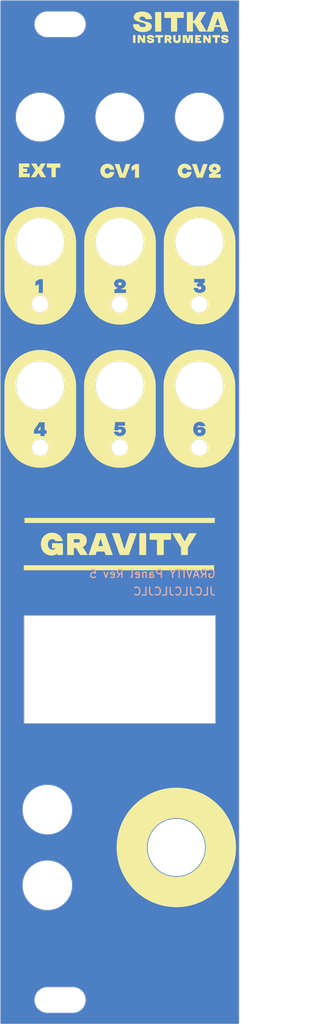
<source format=kicad_pcb>
(kicad_pcb (version 20221018) (generator pcbnew)

  (general
    (thickness 1.6)
  )

  (paper "A4")
  (layers
    (0 "F.Cu" signal)
    (31 "B.Cu" signal)
    (32 "B.Adhes" user "B.Adhesive")
    (33 "F.Adhes" user "F.Adhesive")
    (34 "B.Paste" user)
    (35 "F.Paste" user)
    (36 "B.SilkS" user "B.Silkscreen")
    (37 "F.SilkS" user "F.Silkscreen")
    (38 "B.Mask" user)
    (39 "F.Mask" user)
    (40 "Dwgs.User" user "User.Drawings")
    (41 "Cmts.User" user "User.Comments")
    (42 "Eco1.User" user "User.Eco1")
    (43 "Eco2.User" user "User.Eco2")
    (44 "Edge.Cuts" user)
    (45 "Margin" user)
    (46 "B.CrtYd" user "B.Courtyard")
    (47 "F.CrtYd" user "F.Courtyard")
    (48 "B.Fab" user)
    (49 "F.Fab" user)
    (50 "User.1" user)
    (51 "User.2" user)
    (52 "User.3" user)
    (53 "User.4" user)
    (54 "User.5" user)
    (55 "User.6" user)
    (56 "User.7" user)
    (57 "User.8" user)
    (58 "User.9" user)
  )

  (setup
    (pad_to_mask_clearance 0)
    (aux_axis_origin 60 31.75)
    (pcbplotparams
      (layerselection 0x00010f0_ffffffff)
      (plot_on_all_layers_selection 0x0000000_00000000)
      (disableapertmacros false)
      (usegerberextensions false)
      (usegerberattributes true)
      (usegerberadvancedattributes true)
      (creategerberjobfile true)
      (dashed_line_dash_ratio 12.000000)
      (dashed_line_gap_ratio 3.000000)
      (svgprecision 6)
      (plotframeref false)
      (viasonmask false)
      (mode 1)
      (useauxorigin false)
      (hpglpennumber 1)
      (hpglpenspeed 20)
      (hpglpendiameter 15.000000)
      (dxfpolygonmode true)
      (dxfimperialunits true)
      (dxfusepcbnewfont true)
      (psnegative false)
      (psa4output false)
      (plotreference true)
      (plotvalue true)
      (plotinvisibletext false)
      (sketchpadsonfab false)
      (subtractmaskfromsilk false)
      (outputformat 1)
      (mirror false)
      (drillshape 0)
      (scaleselection 1)
      (outputdirectory "Exports/REV5 Panel/")
    )
  )

  (net 0 "")

  (gr_poly
    (pts
      (xy 78.87906 36.08407)
      (xy 78.908385 36.08579)
      (xy 78.937269 36.088656)
      (xy 78.965712 36.092669)
      (xy 78.993713 36.097828)
      (xy 79.021274 36.104134)
      (xy 79.048393 36.111587)
      (xy 79.075071 36.120186)
      (xy 79.088162 36.124778)
      (xy 79.100977 36.129734)
      (xy 79.113517 36.135053)
      (xy 79.125781 36.140736)
      (xy 79.13777 36.146783)
      (xy 79.149483 36.153194)
      (xy 79.160921 36.159968)
      (xy 79.172083 36.167107)
      (xy 79.182969 36.174609)
      (xy 79.19358 36.182475)
      (xy 79.203915 36.190704)
      (xy 79.213975 36.199298)
      (xy 79.223759 36.208255)
      (xy 79.233268 36.217576)
      (xy 79.242501 36.22726)
      (xy 79.251459 36.237309)
      (xy 79.260224 36.24755)
      (xy 79.268526 36.258166)
      (xy 79.276365 36.269157)
      (xy 79.28374 36.280522)
      (xy 79.290653 36.292263)
      (xy 79.297103 36.304379)
      (xy 79.303089 36.316869)
      (xy 79.308613 36.329734)
      (xy 79.313673 36.342974)
      (xy 79.318271 36.356589)
      (xy 79.322405 36.370579)
      (xy 79.326076 36.384944)
      (xy 79.329284 36.399684)
      (xy 79.332029 36.414798)
      (xy 79.334311 36.430288)
      (xy 79.33613 36.446152)
      (xy 79.011575 36.446152)
      (xy 79.009856 36.43956)
      (xy 79.007872 36.433188)
      (xy 79.005623 36.427037)
      (xy 79.00311 36.421106)
      (xy 79.000332 36.415396)
      (xy 78.997289 36.409906)
      (xy 78.993981 36.404637)
      (xy 78.990409 36.399588)
      (xy 78.986573 36.394759)
      (xy 78.982472 36.390151)
      (xy 78.978106 36.385764)
      (xy 78.973475 36.381596)
      (xy 78.96858 36.37765)
      (xy 78.96342 36.373924)
      (xy 78.957996 36.370418)
      (xy 78.952306 36.367133)
      (xy 78.946402 36.363886)
      (xy 78.940333 36.360849)
      (xy 78.934098 36.358021)
      (xy 78.927699 36.355403)
      (xy 78.921134 36.352994)
      (xy 78.914403 36.350795)
      (xy 78.907507 36.348805)
      (xy 78.900447 36.347025)
      (xy 78.89322 36.345454)
      (xy 78.885829 36.344093)
      (xy 78.878272 36.342941)
      (xy 78.870549 36.341998)
      (xy 78.862662 36.341265)
      (xy 78.854609 36.340742)
      (xy 78.84639 36.340428)
      (xy 78.838007 36.340323)
      (xy 78.831987 36.340389)
      (xy 78.825923 36.340585)
      (xy 78.819815 36.340914)
      (xy 78.813664 36.341373)
      (xy 78.807469 36.341964)
      (xy 78.801229 36.342685)
      (xy 78.794946 36.343538)
      (xy 78.788618 36.344523)
      (xy 78.785459 36.344912)
      (xy 78.782334 36.345378)
      (xy 78.779241 36.345922)
      (xy 78.776182 36.346543)
      (xy 78.773156 36.347242)
      (xy 78.770163 36.348018)
      (xy 78.767203 36.348872)
      (xy 78.764276 36.349803)
      (xy 78.761382 36.350812)
      (xy 78.758521 36.351898)
      (xy 78.755693 36.353062)
      (xy 78.752898 36.354303)
      (xy 78.750136 36.355622)
      (xy 78.747407 36.357018)
      (xy 78.744711 36.358492)
      (xy 78.742048 36.360043)
      (xy 78.739655 36.361498)
      (xy 78.738517 36.362259)
      (xy 78.737417 36.363042)
      (xy 78.736356 36.363847)
      (xy 78.735333 36.364673)
      (xy 78.734349 36.365522)
      (xy 78.733403 36.366393)
      (xy 78.732496 36.367286)
      (xy 78.731628 36.368202)
      (xy 78.730798 36.369139)
      (xy 78.730007 36.370098)
      (xy 78.729255 36.371079)
      (xy 78.728541 36.372082)
      (xy 78.727865 36.373108)
      (xy 78.727228 36.374155)
      (xy 78.72663 36.375225)
      (xy 78.72607 36.376316)
      (xy 78.725549 36.37743)
      (xy 78.725067 36.378565)
      (xy 78.724623 36.379723)
      (xy 78.724218 36.380903)
      (xy 78.723851 36.382105)
      (xy 78.723523 36.383329)
      (xy 78.723233 36.384574)
      (xy 78.722983 36.385842)
      (xy 78.72277 36.387133)
      (xy 78.722597 36.388445)
      (xy 78.722461 36.389779)
      (xy 78.722365 36.391135)
      (xy 78.722288 36.393914)
      (xy 78.722359 36.396532)
      (xy 78.722574 36.399096)
      (xy 78.722933 36.401604)
      (xy 78.723434 36.404057)
      (xy 78.724079 36.406455)
      (xy 78.724867 36.408798)
      (xy 78.725799 36.411086)
      (xy 78.726874 36.413318)
      (xy 78.728092 36.415496)
      (xy 78.729453 36.417618)
      (xy 78.730957 36.419685)
      (xy 78.732605 36.421697)
      (xy 78.734396 36.423654)
      (xy 78.736331 36.425556)
      (xy 78.738408 36.427402)
      (xy 78.740629 36.429194)
      (xy 78.742976 36.43077)
      (xy 78.745434 36.432325)
      (xy 78.748002 36.433857)
      (xy 78.750681 36.435368)
      (xy 78.75347 36.436856)
      (xy 78.756369 36.438322)
      (xy 78.759379 36.439767)
      (xy 78.762498 36.441189)
      (xy 78.765729 36.442589)
      (xy 78.769069 36.443967)
      (xy 78.77252 36.445323)
      (xy 78.776081 36.446657)
      (xy 78.783535 36.449259)
      (xy 78.791429 36.451773)
      (xy 78.800049 36.454313)
      (xy 78.809684 36.456985)
      (xy 78.820333 36.459787)
      (xy 78.831998 36.462721)
      (xy 78.85837 36.46898)
      (xy 78.888799 36.475764)
      (xy 78.890573 36.476135)
      (xy 78.892344 36.476551)
      (xy 78.894112 36.47701)
      (xy 78.895877 36.477513)
      (xy 78.89764 36.47806)
      (xy 78.899399 36.478651)
      (xy 78.901156 36.479285)
      (xy 78.90291 36.479964)
      (xy 78.907066 36.480664)
      (xy 78.911038 36.481364)
      (xy 78.914825 36.482064)
      (xy 78.918428 36.482764)
      (xy 78.919151 36.483114)
      (xy 78.919921 36.483463)
      (xy 78.920739 36.483814)
      (xy 78.921603 36.484164)
      (xy 78.922514 36.484514)
      (xy 78.923472 36.484864)
      (xy 78.924476 36.485214)
      (xy 78.925527 36.485564)
      (xy 78.932626 36.485564)
      (xy 78.964001 36.493038)
      (xy 78.993921 36.500644)
      (xy 79.022386 36.508383)
      (xy 79.049395 36.516254)
      (xy 79.07495 36.524258)
      (xy 79.099049 36.532394)
      (xy 79.121693 36.540662)
      (xy 79.142881 36.549063)
      (xy 79.153167 36.553407)
      (xy 79.163211 36.557972)
      (xy 79.173012 36.562757)
      (xy 79.182571 36.567762)
      (xy 79.191886 36.572988)
      (xy 79.20096 36.578435)
      (xy 79.20979 36.584102)
      (xy 79.218378 36.589989)
      (xy 79.226724 36.596097)
      (xy 79.234826 36.602425)
      (xy 79.242686 36.608973)
      (xy 79.250304 36.615743)
      (xy 79.257679 36.622732)
      (xy 79.264811 36.629942)
      (xy 79.271701 36.637373)
      (xy 79.278349 36.645024)
      (xy 79.284671 36.652757)
      (xy 79.290586 36.660789)
      (xy 79.296093 36.669118)
      (xy 79.301192 36.677745)
      (xy 79.305883 36.686669)
      (xy 79.310166 36.695891)
      (xy 79.314041 36.70541)
      (xy 79.317508 36.715227)
      (xy 79.320567 36.725342)
      (xy 79.323218 36.735754)
      (xy 79.325462 36.746464)
      (xy 79.327297 36.757472)
      (xy 79.328725 36.768777)
      (xy 79.329745 36.78038)
      (xy 79.330356 36.79228)
      (xy 79.33056 36.804478)
      (xy 79.330345 36.816031)
      (xy 79.3297 36.827408)
      (xy 79.328626 36.838608)
      (xy 79.327121 36.849632)
      (xy 79.325186 36.86048)
      (xy 79.322821 36.871151)
      (xy 79.320027 36.881646)
      (xy 79.316802 36.891965)
      (xy 79.313148 36.902107)
      (xy 79.309063 36.912074)
      (xy 79.304549 36.921863)
      (xy 79.299605 36.931477)
      (xy 79.294231 36.940914)
      (xy 79.288427 36.950174)
      (xy 79.282193 36.959259)
      (xy 79.275529 36.968167)
      (xy 79.268628 36.976688)
      (xy 79.26133 36.984967)
      (xy 79.253636 36.993003)
      (xy 79.245544 37.000797)
      (xy 79.237055 37.008348)
      (xy 79.22817 37.015657)
      (xy 79.218887 37.022723)
      (xy 79.209208 37.029547)
      (xy 79.199131 37.036129)
      (xy 79.188658 37.042468)
      (xy 79.177788 37.048565)
      (xy 79.166521 37.054419)
      (xy 79.154857 37.060031)
      (xy 79.142796 37.0654)
      (xy 79.130338 37.070527)
      (xy 79.117483 37.075411)
      (xy 79.104265 37.080025)
      (xy 79.090716 37.084341)
      (xy 79.076836 37.088359)
      (xy 79.062626 37.09208)
      (xy 79.048084 37.095503)
      (xy 79.033212 37.098628)
      (xy 79.01801 37.101456)
      (xy 79.002476 37.103986)
      (xy 78.986612 37.106218)
      (xy 78.970417 37.108153)
      (xy 78.953892 37.10979)
      (xy 78.937036 37.111129)
      (xy 78.919849 37.112171)
      (xy 78.902331 37.112915)
      (xy 78.866304 37.113511)
      (xy 78.866201 37.113621)
      (xy 78.833437 37.113026)
      (xy 78.801467 37.11124)
      (xy 78.77029 37.108264)
      (xy 78.739907 37.104097)
      (xy 78.710318 37.098739)
      (xy 78.681523 37.092191)
      (xy 78.667423 37.08847)
      (xy 78.653521 37.084452)
      (xy 78.639818 37.080136)
      (xy 78.626314 37.075522)
      (xy 78.613234 37.070412)
      (xy 78.600452 37.064961)
      (xy 78.587967 37.059167)
      (xy 78.57578 37.053032)
      (xy 78.56389 37.046556)
      (xy 78.552298 37.039737)
      (xy 78.541003 37.032577)
      (xy 78.530007 37.025075)
      (xy 78.519307 37.017231)
      (xy 78.508905 37.009046)
      (xy 78.498801 37.000518)
      (xy 78.488995 36.991649)
      (xy 78.479486 36.982438)
      (xy 78.470275 36.972886)
      (xy 78.461361 36.962991)
      (xy 78.452745 36.952755)
      (xy 78.444676 36.942001)
      (xy 78.437047 36.930905)
      (xy 78.42986 36.919467)
      (xy 78.423113 36.907687)
      (xy 78.416808 36.895566)
      (xy 78.410943 36.883103)
      (xy 78.405519 36.870298)
      (xy 78.400537 36.857151)
      (xy 78.395995 36.843663)
      (xy 78.391894 36.829833)
      (xy 78.388234 36.815662)
      (xy 78.385014 36.801148)
      (xy 78.382236 36.786293)
      (xy 78.379899 36.771097)
      (xy 78.378002 36.755558)
      (xy 78.376546 36.739678)
      (xy 78.68699 36.739678)
      (xy 78.688118 36.744573)
      (xy 78.689378 36.749379)
      (xy 78.69077 36.754097)
      (xy 78.692294 36.758728)
      (xy 78.693949 36.763269)
      (xy 78.695737 36.767723)
      (xy 78.697656 36.772089)
      (xy 78.699707 36.776366)
      (xy 78.70189 36.780555)
      (xy 78.704205 36.784656)
      (xy 78.706651 36.788668)
      (xy 78.70923 36.792593)
      (xy 78.71194 36.796429)
      (xy 78.714782 36.800177)
      (xy 78.717756 36.803836)
      (xy 78.720861 36.807408)
      (xy 78.724086 36.810709)
      (xy 78.727409 36.813912)
      (xy 78.730832 36.817015)
      (xy 78.734354 36.820019)
      (xy 78.737976 36.822924)
      (xy 78.741696 36.82573)
      (xy 78.745516 36.828436)
      (xy 78.749435 36.831043)
      (xy 78.753453 36.833551)
      (xy 78.757571 36.835959)
      (xy 78.761787 36.838269)
      (xy 78.766103 36.840479)
      (xy 78.770519 36.84259)
      (xy 78.775033 36.844602)
      (xy 78.779647 36.846515)
      (xy 78.784361 36.848328)
      (xy 78.789162 36.849866)
      (xy 78.79404 36.851305)
      (xy 78.798996 36.852644)
      (xy 78.804029 36.853884)
      (xy 78.809139 36.855025)
      (xy 78.814325 36.856067)
      (xy 78.81959 36.857009)
      (xy 78.824931 36.857853)
      (xy 78.835845 36.859242)
      (xy 78.847067 36.860234)
      (xy 78.858599 36.860829)
      (xy 78.870439 36.861027)
      (xy 78.885235 36.860829)
      (xy 78.89928 36.860234)
      (xy 78.912576 36.859242)
      (xy 78.925122 36.857853)
      (xy 78.936919 36.856067)
      (xy 78.947965 36.853884)
      (xy 78.958262 36.851305)
      (xy 78.963129 36.849866)
      (xy 78.967809 36.848328)
      (xy 78.972423 36.846498)
      (xy 78.97674 36.844536)
      (xy 78.980758 36.842441)
      (xy 78.984479 36.840214)
      (xy 78.987902 36.837855)
      (xy 78.991028 36.835363)
      (xy 78.993856 36.832739)
      (xy 78.995158 36.831378)
      (xy 78.996386 36.829983)
      (xy 78.997539 36.828555)
      (xy 78.998618 36.827094)
      (xy 78.999623 36.8256)
      (xy 79.000553 36.824073)
      (xy 79.001409 36.822513)
      (xy 79.00219 36.82092)
      (xy 79.002897 36.819294)
      (xy 79.003529 36.817634)
      (xy 79.004087 36.815942)
      (xy 79.004571 36.814216)
      (xy 79.00498 36.812457)
      (xy 79.005315 36.810666)
      (xy 79.005576 36.808841)
      (xy 79.005762 36.806983)
      (xy 79.005911 36.803168)
      (xy 79.00585 36.80056)
      (xy 79.005668 36.79803)
      (xy 79.005365 36.795577)
      (xy 79.004941 36.793201)
      (xy 79.004395 36.790902)
      (xy 79.003728 36.78868)
      (xy 79.00294 36.786536)
      (xy 79.002031 36.784468)
      (xy 79.001 36.782478)
      (xy 78.999849 36.780565)
      (xy 78.998576 36.778729)
      (xy 78.997182 36.776971)
      (xy 78.995666 36.775289)
      (xy 78.994029 36.773685)
      (xy 78.992271 36.772158)
      (xy 78.990392 36.770708)
      (xy 78.988381 36.769132)
      (xy 78.986226 36.767578)
      (xy 78.983928 36.766045)
      (xy 78.981486 36.764535)
      (xy 78.978901 36.763046)
      (xy 78.976173 36.76158)
      (xy 78.973301 36.760136)
      (xy 78.970286 36.758714)
      (xy 78.967127 36.757313)
      (xy 78.963825 36.755935)
      (xy 78.96038 36.754579)
      (xy 78.956791 36.753245)
      (xy 78.953059 36.751933)
      (xy 78.949184 36.750643)
      (xy 78.945165 36.749375)
      (xy 78.941003 36.748129)
      (xy 78.931698 36.745501)
      (xy 78.920718 36.742565)
      (xy 78.893731 36.735772)
      (xy 78.860041 36.72775)
      (xy 78.81965 36.718499)
      (xy 78.81825 36.718499)
      (xy 78.78714 36.711069)
      (xy 78.757308 36.703594)
      (xy 78.728755 36.696076)
      (xy 78.701481 36.688513)
      (xy 78.675485 36.680906)
      (xy 78.650769 36.673255)
      (xy 78.627331 36.665559)
      (xy 78.605173 36.657818)
      (xy 78.594683 36.65364)
      (xy 78.58438 36.649219)
      (xy 78.574265 36.644555)
      (xy 78.564337 36.639649)
      (xy 78.554597 36.6345)
      (xy 78.545044 36.629109)
      (xy 78.535679 36.623475)
      (xy 78.526501 36.617598)
      (xy 78.517511 36.61148)
      (xy 78.508708 36.605118)
      (xy 78.500093 36.598514)
      (xy 78.491665 36.591668)
      (xy 78.483425 36.584579)
      (xy 78.475372 36.577248)
      (xy 78.467507 36.569674)
      (xy 78.459829 36.561858)
      (xy 78.452652 36.553595)
      (xy 78.445938 36.545035)
      (xy 78.439687 36.536177)
      (xy 78.433899 36.527021)
      (xy 78.428574 36.517568)
      (xy 78.423712 36.507817)
      (xy 78.419313 36.497768)
      (xy 78.415377 36.487422)
      (xy 78.411904 36.476778)
      (xy 78.408895 36.465837)
      (xy 78.406348 36.454598)
      (xy 78.404264 36.443061)
      (xy 78.402644 36.431226)
      (xy 78.401486 36.419094)
      (xy 78.400792 36.406664)
      (xy 78.40056 36.393937)
      (xy 78.400814 36.380509)
      (xy 78.401574 36.36739)
      (xy 78.402842 36.35458)
      (xy 78.404617 36.342078)
      (xy 78.406899 36.329885)
      (xy 78.409688 36.318001)
      (xy 78.412984 36.306425)
      (xy 78.416788 36.295159)
      (xy 78.421098 36.2842)
      (xy 78.425916 36.273551)
      (xy 78.431241 36.26321)
      (xy 78.437072 36.253178)
      (xy 78.443411 36.243455)
      (xy 78.450257 36.23404)
      (xy 78.457611 36.224934)
      (xy 78.465471 36.216137)
      (xy 78.473899 36.207472)
      (xy 78.482602 36.199115)
      (xy 78.491581 36.191066)
      (xy 78.500835 36.183327)
      (xy 78.510366 36.175896)
      (xy 78.520172 36.168774)
      (xy 78.530253 36.161961)
      (xy 78.54061 36.155456)
      (xy 78.551243 36.149261)
      (xy 78.562152 36.143374)
      (xy 78.573336 36.137796)
      (xy 78.584796 36.132526)
      (xy 78.596532 36.127566)
      (xy 78.608544 36.122914)
      (xy 78.620831 36.118571)
      (xy 78.633394 36.114537)
      (xy 78.658993 36.107262)
      (xy 78.684988 36.100957)
      (xy 78.711381 36.095622)
      (xy 78.73817 36.091257)
      (xy 78.765356 36.087862)
      (xy 78.792939 36.085437)
      (xy 78.820918 36.083982)
      (xy 78.849294 36.083496)
    )

    (stroke (width 0) (type solid)) (fill solid) (layer "F.SilkS") (tstamp 03417fa0-c7ab-46af-9032-b4cf0876dc0d))
  (gr_poly
    (pts
      (xy 86.145403 36.647955)
      (xy 86.145403 36.104678)
      (xy 86.434679 36.104678)
      (xy 86.434679 37.092455)
      (xy 86.110124 37.092455)
      (xy 85.764402 36.549178)
      (xy 85.764402 37.092455)
      (xy 85.475126 37.092455)
      (xy 85.475126 36.104678)
      (xy 85.79968 36.104678)
    )

    (stroke (width 0) (type solid)) (fill solid) (layer "F.SilkS") (tstamp 07ff74cc-3d5a-4e58-a9ef-3b7e84097742))
  (gr_poly
    (pts
      (xy 67.5368 52.744916)
      (xy 66.95648 52.744916)
      (xy 66.95648 53.950004)
      (xy 66.4132 53.950004)
      (xy 66.4132 52.744916)
      (xy 65.83288 52.744916)
      (xy 65.83288 52.221396)
      (xy 67.5368 52.221396)
    )

    (stroke (width 0) (type solid)) (fill solid) (layer "F.SilkS") (tstamp 0bd80a38-3c1a-4948-ad9b-84ce866e634e))
  (gr_poly
    (pts
      (xy 85.234803 75.623848)
      (xy 85.464034 75.641174)
      (xy 85.689858 75.669711)
      (xy 85.911996 75.709179)
      (xy 86.13017 75.7593)
      (xy 86.344102 75.819795)
      (xy 86.553513 75.890385)
      (xy 86.758124 75.970792)
      (xy 86.957657 76.060735)
      (xy 87.151833 76.159938)
      (xy 87.340373 76.26812)
      (xy 87.522999 76.385004)
      (xy 87.699432 76.51031)
      (xy 87.869394 76.64376)
      (xy 88.032606 76.785074)
      (xy 88.188789 76.933974)
      (xy 88.337666 77.090182)
      (xy 88.478956 77.253418)
      (xy 88.612382 77.423403)
      (xy 88.737665 77.59986)
      (xy 88.854526 77.782508)
      (xy 88.962688 77.971069)
      (xy 89.06187 78.165265)
      (xy 89.151795 78.364817)
      (xy 89.232184 78.569445)
      (xy 89.302758 78.778872)
      (xy 89.363239 78.992817)
      (xy 89.413349 79.211003)
      (xy 89.452808 79.433151)
      (xy 89.481338 79.658982)
      (xy 89.49866 79.888217)
      (xy 89.504496 80.120577)
      (xy 89.504496 85.911954)
      (xy 89.49866 86.144313)
      (xy 89.481338 86.373543)
      (xy 89.452808 86.599367)
      (xy 89.413349 86.821505)
      (xy 89.363239 87.03968)
      (xy 89.302758 87.253612)
      (xy 89.232184 87.463023)
      (xy 89.151795 87.667634)
      (xy 89.06187 87.867166)
      (xy 88.962688 88.061342)
      (xy 88.854526 88.249882)
      (xy 88.737665 88.432508)
      (xy 88.612382 88.608942)
      (xy 88.478956 88.778903)
      (xy 88.337666 88.942115)
      (xy 88.188789 89.098299)
      (xy 88.032606 89.247175)
      (xy 87.869394 89.388465)
      (xy 87.699432 89.521891)
      (xy 87.522999 89.647174)
      (xy 87.340373 89.764035)
      (xy 87.151833 89.872197)
      (xy 86.957657 89.971379)
      (xy 86.758124 90.061304)
      (xy 86.553513 90.141693)
      (xy 86.344102 90.212267)
      (xy 86.13017 90.272748)
      (xy 85.911996 90.322858)
      (xy 85.689858 90.362317)
      (xy 85.464034 90.390846)
      (xy 85.234803 90.408169)
      (xy 85.002445 90.414005)
      (xy 84.770086 90.408169)
      (xy 84.540856 90.390846)
      (xy 84.315032 90.362317)
      (xy 84.092894 90.322858)
      (xy 83.874719 90.272748)
      (xy 83.660787 90.212267)
      (xy 83.451376 90.141693)
      (xy 83.246765 90.061304)
      (xy 83.047232 89.971379)
      (xy 82.853057 89.872197)
      (xy 82.664517 89.764035)
      (xy 82.48189 89.647174)
      (xy 82.305457 89.521891)
      (xy 82.135495 89.388465)
      (xy 81.972283 89.247175)
      (xy 81.8161 89.098299)
      (xy 81.667224 88.942115)
      (xy 81.525934 88.778903)
      (xy 81.392508 88.608942)
      (xy 81.267225 88.432508)
      (xy 81.150363 88.249882)
      (xy 81.042202 88.061342)
      (xy 80.96161 87.903563)
      (xy 83.947212 87.903563)
      (xy 83.948499 87.955634)
      (xy 83.952344 88.007351)
      (xy 83.958711 88.058629)
      (xy 83.967564 88.109382)
      (xy 83.978868 88.159523)
      (xy 83.992587 88.208966)
      (xy 84.008685 88.257626)
      (xy 84.027126 88.305415)
      (xy 84.047876 88.352249)
      (xy 84.070897 88.398041)
      (xy 84.096156 88.442705)
      (xy 84.123615 88.486155)
      (xy 84.15324 88.528304)
      (xy 84.184995 88.569067)
      (xy 84.218843 88.608358)
      (xy 84.25475 88.64609)
      (xy 84.292482 88.681997)
      (xy 84.331773 88.715845)
      (xy 84.372535 88.7476)
      (xy 84.414684 88.777224)
      (xy 84.458133 88.804684)
      (xy 84.502795 88.829942)
      (xy 84.548585 88.852964)
      (xy 84.595416 88.873713)
      (xy 84.643203 88.892155)
      (xy 84.691858 88.908253)
      (xy 84.741296 88.921971)
      (xy 84.791431 88.933275)
      (xy 84.842176 88.942128)
      (xy 84.893445 88.948495)
      (xy 84.945153 88.95234)
      (xy 84.997212 88.953628)
      (xy 85.049283 88.952343)
      (xy 85.101001 88.948502)
      (xy 85.152279 88.942138)
      (xy 85.203032 88.933288)
      (xy 85.253174 88.921987)
      (xy 85.302618 88.908271)
      (xy 85.351279 88.892177)
      (xy 85.399069 88.873738)
      (xy 85.445905 88.852991)
      (xy 85.491698 88.829973)
      (xy 85.536363 88.804717)
      (xy 85.579815 88.77726)
      (xy 85.621966 88.747638)
      (xy 85.662731 88.715886)
      (xy 85.702024 88.68204)
      (xy 85.739758 88.646136)
      (xy 85.775667 88.608406)
      (xy 85.809518 88.569117)
      (xy 85.841275 88.528355)
      (xy 85.870903 88.486207)
      (xy 85.898365 88.442758)
      (xy 85.923626 88.398095)
      (xy 85.946651 88.352302)
      (xy 85.967403 88.305467)
      (xy 85.985848 88.257675)
      (xy 86.001948 88.209012)
      (xy 86.01567 88.159565)
      (xy 86.026977 88.109418)
      (xy 86.035833 88.058659)
      (xy 86.042203 88.007373)
      (xy 86.046051 87.955646)
      (xy 86.047342 87.903565)
      (xy 86.046055 87.851494)
      (xy 86.04221 87.799776)
      (xy 86.035843 87.748498)
      (xy 86.02699 87.697746)
      (xy 86.015686 87.647605)
      (xy 86.001967 87.598161)
      (xy 85.985869 87.549502)
      (xy 85.967428 87.501712)
      (xy 85.946678 87.454878)
      (xy 85.923656 87.409086)
      (xy 85.898398 87.364422)
      (xy 85.870939 87.320973)
      (xy 85.841314 87.278824)
      (xy 85.809559 87.23806)
      (xy 85.775711 87.19877)
      (xy 85.739804 87.161038)
      (xy 85.702072 87.125131)
      (xy 85.662781 87.091282)
      (xy 85.622018 87.059528)
      (xy 85.579869 87.029903)
      (xy 85.536419 87.002444)
      (xy 85.491755 86.977185)
      (xy 85.445963 86.954163)
      (xy 85.39913 86.933414)
      (xy 85.35134 86.914972)
      (xy 85.30268 86.898874)
      (xy 85.253237 86.885156)
      (xy 85.203096 86.873852)
      (xy 85.152343 86.864999)
      (xy 85.101065 86.858631)
      (xy 85.049348 86.854786)
      (xy 84.997329 86.8535)
      (xy 84.945271 86.854784)
      (xy 84.893553 86.858625)
      (xy 84.842275 86.864989)
      (xy 84.791522 86.873839)
      (xy 84.74138 86.88514)
      (xy 84.691936 86.898855)
      (xy 84.643275 86.91495)
      (xy 84.595484 86.933389)
      (xy 84.548649 86.954135)
      (xy 84.502856 86.977154)
      (xy 84.458191 87.00241)
      (xy 84.414739 87.029867)
      (xy 84.372588 87.059489)
      (xy 84.331823 87.091241)
      (xy 84.29253 87.125087)
      (xy 84.254796 87.160992)
      (xy 84.218887 87.198722)
      (xy 84.185036 87.23801)
      (xy 84.153279 87.278772)
      (xy 84.123651 87.32092)
      (xy 84.096189 87.364369)
      (xy 84.070928 87.409032)
      (xy 84.047903 87.454825)
      (xy 84.027151 87.50166)
      (xy 84.008706 87.549452)
      (xy 83.992606 87.598115)
      (xy 83.978884 87.647562)
      (xy 83.967577 87.697709)
      (xy 83.958721 87.748468)
      (xy 83.952351 87.799754)
      (xy 83.948503 87.851481)
      (xy 83.947212 87.903563)
      (xy 80.96161 87.903563)
      (xy 80.94302 87.867166)
      (xy 80.853095 87.667634)
      (xy 80.772706 87.463023)
      (xy 80.702131 87.253612)
      (xy 80.64165 87.03968)
      (xy 80.598889 86.853499)
      (xy 84.997277 86.853499)
      (xy 84.997329 86.8535)
      (xy 84.997342 86.8535)
      (xy 84.997277 86.853499)
      (xy 80.598889 86.853499)
      (xy 80.591541 86.821505)
      (xy 80.552082 86.599367)
      (xy 80.523552 86.373543)
      (xy 80.50623 86.144313)
      (xy 80.500394 85.911954)
      (xy 80.500394 85.562621)
      (xy 84.225748 85.562621)
      (xy 84.226095 85.592427)
      (xy 84.227136 85.621962)
      (xy 84.228872 85.651224)
      (xy 84.231302 85.680216)
      (xy 84.234426 85.708936)
      (xy 84.238244 85.737386)
      (xy 84.242757 85.765565)
      (xy 84.247965 85.793473)
      (xy 84.253867 85.821112)
      (xy 84.260463 85.848481)
      (xy 84.267754 85.87558)
      (xy 84.27574 85.902409)
      (xy 84.284421 85.92897)
      (xy 84.293796 85.955261)
      (xy 84.303866 85.981284)
      (xy 84.314631 86.007038)
      (xy 84.326401 86.032354)
      (xy 84.33887 86.057059)
      (xy 84.352036 86.081153)
      (xy 84.3659 86.104635)
      (xy 84.38046 86.127503)
      (xy 84.395716 86.149757)
      (xy 84.411668 86.171395)
      (xy 84.428315 86.192417)
      (xy 84.445657 86.212822)
      (xy 84.463692 86.232608)
      (xy 84.482421 86.251775)
      (xy 84.501843 86.270322)
      (xy 84.521957 86.288247)
      (xy 84.542763 86.30555)
      (xy 84.564261 86.32223)
      (xy 84.586449 86.338285)
      (xy 84.609599 86.353231)
      (xy 84.633365 86.367203)
      (xy 84.657747 86.380201)
      (xy 84.682745 86.392228)
      (xy 84.708359 86.403285)
      (xy 84.73459 86.413373)
      (xy 84.761438 86.422493)
      (xy 84.788903 86.430648)
      (xy 84.816985 86.437837)
      (xy 84.845685 86.444064)
      (xy 84.875003 86.449328)
      (xy 84.904938 86.453633)
      (xy 84.935492 86.456978)
      (xy 84.966665 86.459366)
      (xy 84.998456 86.460798)
      (xy 85.030867 86.461274)
      (xy 85.060232 86.460938)
      (xy 85.08906 86.45993)
      (xy 85.11735 86.458248)
      (xy 85.145103 86.455893)
      (xy 85.172317 86.452864)
      (xy 85.198992 86.449162)
      (xy 85.225128 86.444784)
      (xy 85.250725 86.439732)
      (xy 85.275781 86.434005)
      (xy 85.300296 86.427602)
      (xy 85.324271 86.420523)
      (xy 85.347703 86.412768)
      (xy 85.370594 86.404336)
      (xy 85.392943 86.395226)
      (xy 85.414748 86.385439)
      (xy 85.43601 86.374975)
      (xy 85.456981 86.363967)
      (xy 85.477296 86.352554)
      (xy 85.496956 86.340733)
      (xy 85.51596 86.328507)
      (xy 85.534308 86.315874)
      (xy 85.552 86.302836)
      (xy 85.569036 86.289392)
      (xy 85.585416 86.275543)
      (xy 85.601141 86.261289)
      (xy 85.616209 86.24663)
      (xy 85.630622 86.231566)
      (xy 85.644378 86.216097)
      (xy 85.657478 86.200225)
      (xy 85.669922 86.183948)
      (xy 85.68171 86.167267)
      (xy 85.692842 86.150183)
      (xy 85.703307 86.132533)
      (xy 85.713093 86.114771)
      (xy 85.722203 86.096898)
      (xy 85.730635 86.078913)
      (xy 85.73839 86.060814)
      (xy 85.745469 86.042602)
      (xy 85.751872 86.024275)
      (xy 85.757599 86.005833)
      (xy 85.762651 85.987276)
      (xy 85.767028 85.968602)
      (xy 85.770731 85.949811)
      (xy 85.77376 85.930902)
      (xy 85.776115 85.911875)
      (xy 85.777796 85.892729)
      (xy 85.778805 85.873463)
      (xy 85.779141 85.854077)
      (xy 85.778794 85.831753)
      (xy 85.777753 85.809848)
      (xy 85.776017 85.788364)
      (xy 85.773588 85.767302)
      (xy 85.770463 85.74666)
      (xy 85.766645 85.726442)
      (xy 85.762132 85.706646)
      (xy 85.756925 85.687274)
      (xy 85.751023 85.668327)
      (xy 85.744426 85.649804)
      (xy 85.737135 85.631708)
      (xy 85.729149 85.614037)
      (xy 85.720469 85.596795)
      (xy 85.711093 85.579979)
      (xy 85.701023 85.563593)
      (xy 85.690258 85.547635)
      (xy 85.678924 85.532144)
      (xy 85.667145 85.517157)
      (xy 85.654922 85.502673)
      (xy 85.642256 85.488692)
      (xy 85.629146 85.475213)
      (xy 85.615591 85.462237)
      (xy 85.601593 85.449763)
      (xy 85.587152 85.437791)
      (xy 85.572266 85.426321)
      (xy 85.556937 85.415351)
      (xy 85.541164 85.404883)
      (xy 85.524948 85.394916)
      (xy 85.508288 85.385449)
      (xy 85.491184 85.376483)
      (xy 85.473637 85.368016)
      (xy 85.455647 85.36005)
      (xy 85.437359 85.352276)
      (xy 85.418917 85.345007)
      (xy 85.400322 85.338242)
      (xy 85.381573 85.33198)
      (xy 85.362671 85.326221)
      (xy 85.343614 85.320965)
      (xy 85.324404 85.316211)
      (xy 85.30504 85.311959)
      (xy 85.285521 85.308209)
      (xy 85.265848 85.30496)
      (xy 85.24602 85.302212)
      (xy 85.226038 85.299964)
      (xy 85.2059 85.298217)
      (xy 85.185607 85.296969)
      (xy 85.165159 85.296221)
      (xy 85.144555 85.295971)
      (xy 85.124212 85.296231)
      (xy 85.103932 85.297015)
      (xy 85.08372 85.298328)
      (xy 85.063581 85.300176)
      (xy 85.043518 85.302565)
      (xy 85.023538 85.305498)
      (xy 85.003644 85.308983)
      (xy 84.983841 85.313025)
      (xy 84.964817 85.317631)
      (xy 84.946023 85.322801)
      (xy 84.927459 85.328526)
      (xy 84.909125 85.3348)
      (xy 84.891023 85.341614)
      (xy 84.873154 85.34896)
      (xy 84.855517 85.35683)
      (xy 84.838114 85.365218)
      (xy 84.829539 85.369594)
      (xy 84.821101 85.374082)
      (xy 84.8128 85.378681)
      (xy 84.804635 85.383392)
      (xy 84.796605 85.388216)
      (xy 84.788712 85.393153)
      (xy 84.780954 85.398205)
      (xy 84.773331 85.403372)
      (xy 84.765843 85.408654)
      (xy 84.75849 85.414053)
      (xy 84.751272 85.41957)
      (xy 84.744188 85.425204)
      (xy 84.737238 85.430957)
      (xy 84.730422 85.436829)
      (xy 84.72374 85.442821)
      (xy 84.717191 85.448934)
      (xy 84.717191 85.43653)
      (xy 84.717343 85.424599)
      (xy 84.717798 85.412882)
      (xy 84.718558 85.401378)
      (xy 84.719623 85.390088)
      (xy 84.720994 85.379012)
      (xy 84.722672 85.368148)
      (xy 84.724657 85.357497)
      (xy 84.72695 85.347058)
      (xy 84.729552 85.336832)
      (xy 84.732463 85.326817)
      (xy 84.735684 85.317014)
      (xy 84.739216 85.307423)
      (xy 84.743059 85.298043)
      (xy 84.747215 85.288874)
      (xy 84.751683 85.279915)
      (xy 84.756465 85.271167)
      (xy 84.761502 85.262363)
      (xy 84.766735 85.253853)
      (xy 84.772164 85.245637)
      (xy 84.777788 85.237714)
      (xy 84.783606 85.230083)
      (xy 84.789619 85.222744)
      (xy 84.795825 85.215696)
      (xy 84.802226 85.208938)
      (xy 84.808819 85.202469)
      (xy 84.815604 85.196289)
      (xy 84.822581 85.190397)
      (xy 84.829751 85.184792)
      (xy 84.837111 85.179474)
      (xy 84.844662 85.174441)
      (xy 84.852403 85.169693)
      (xy 84.860334 85.16523)
      (xy 84.868701 85.160743)
      (xy 84.877132 85.156541)
      (xy 84.885627 85.152626)
      (xy 84.894184 85.148998)
      (xy 84.902803 85.145657)
      (xy 84.911483 85.142605)
      (xy 84.920222 85.139841)
      (xy 84.92902 85.137366)
      (xy 84.937876 85.13518)
      (xy 84.946789 85.133284)
      (xy 84.955758 85.131678)
      (xy 84.964782 85.130363)
      (xy 84.973861 85.12934)
      (xy 84.982992 85.128608)
      (xy 84.992176 85.128169)
      (xy 85.001411 85.128022)
      (xy 85.009069 85.128109)
      (xy 85.016608 85.12837)
      (xy 85.024029 85.128803)
      (xy 85.031332 85.129411)
      (xy 85.038518 85.130192)
      (xy 85.045587 85.131147)
      (xy 85.052539 85.132275)
      (xy 85.059375 85.133577)
      (xy 85.066096 85.135052)
      (xy 85.072701 85.136702)
      (xy 85.079191 85.138524)
      (xy 85.085567 85.140521)
      (xy 85.091829 85.142691)
      (xy 85.097976 85.145035)
      (xy 85.104011 85.147553)
      (xy 85.109932 85.150244)
      (xy 85.116007 85.152809)
      (xy 85.121886 85.155563)
      (xy 85.127568 85.158509)
      (xy 85.133054 85.161645)
      (xy 85.138345 85.164973)
      (xy 85.143442 85.168493)
      (xy 85.148345 85.172205)
      (xy 85.153054 85.17611)
      (xy 85.157571 85.180207)
      (xy 85.161895 85.184498)
      (xy 85.166027 85.188982)
      (xy 85.169968 85.193661)
      (xy 85.173718 85.198534)
      (xy 85.177278 85.203602)
      (xy 85.180648 85.208865)
      (xy 85.183829 85.214323)
      (xy 85.744518 85.214323)
      (xy 85.741142 85.194396)
      (xy 85.737186 85.174742)
      (xy 85.73265 85.155361)
      (xy 85.727536 85.136253)
      (xy 85.721842 85.117417)
      (xy 85.715569 85.098852)
      (xy 85.708717 85.080559)
      (xy 85.701286 85.062536)
      (xy 85.693276 85.044783)
      (xy 85.684688 85.0273)
      (xy 85.675521 85.010086)
      (xy 85.665775 84.99314)
      (xy 85.655452 84.976463)
      (xy 85.64455 84.960053)
      (xy 85.63307 84.943911)
      (xy 85.621012 84.928035)
      (xy 85.608744 84.912217)
      (xy 85.596018 84.896865)
      (xy 85.582833 84.881978)
      (xy 85.569187 84.867557)
      (xy 85.555082 84.853601)
      (xy 85.540515 84.840109)
      (xy 85.525487 84.827081)
      (xy 85.509996 84.814516)
      (xy 85.494042 84.802415)
      (xy 85.477624 84.790776)
      (xy 85.460743 84.779599)
      (xy 85.443396 84.768884)
      (xy 85.425584 84.75863)
      (xy 85.407305 84.748837)
      (xy 85.38856 84.739504)
      (xy 85.369347 84.730631)
      (xy 85.349743 84.721957)
      (xy 85.329826 84.713838)
      (xy 85.309597 84.706274)
      (xy 85.289056 84.699267)
      (xy 85.268203 84.692816)
      (xy 85.24704 84.686923)
      (xy 85.225566 84.681589)
      (xy 85.203784 84.676813)
      (xy 85.181692 84.672597)
      (xy 85.159293 84.668941)
      (xy 85.136586 84.665845)
      (xy 85.113573 84.663311)
      (xy 85.090253 84.661339)
      (xy 85.066628 84.65993)
      (xy 85.042698 84.659084)
      (xy 85.018464 84.658801)
      (xy 84.986659 84.659295)
      (xy 84.955451 84.660776)
      (xy 84.924839 84.663243)
      (xy 84.894824 84.666696)
      (xy 84.865405 84.671135)
      (xy 84.836584 84.676559)
      (xy 84.808361 84.682968)
      (xy 84.780735 84.690361)
      (xy 84.753707 84.698738)
      (xy 84.727278 84.708099)
      (xy 84.701447 84.718442)
      (xy 84.676215 84.729769)
      (xy 84.651582 84.742077)
      (xy 84.627549 84.755367)
      (xy 84.604116 84.769638)
      (xy 84.581282 84.78489)
      (xy 84.559405 84.800951)
      (xy 84.538223 84.817647)
      (xy 84.517737 84.834978)
      (xy 84.497945 84.852945)
      (xy 84.47885 84.871548)
      (xy 84.460449 84.890788)
      (xy 84.442742 84.910663)
      (xy 84.425731 84.931175)
      (xy 84.409414 84.952324)
      (xy 84.393792 84.974109)
      (xy 84.378863 84.996531)
      (xy 84.364629 85.019591)
      (xy 84.351089 85.043288)
      (xy 84.338243 85.067622)
      (xy 84.32609 85.092594)
      (xy 84.314631 85.118203)
      (xy 84.303866 85.143958)
      (xy 84.293796 85.169981)
      (xy 84.284421 85.196273)
      (xy 84.27574 85.222834)
      (xy 84.267754 85.249664)
      (xy 84.260463 85.276763)
      (xy 84.253867 85.304131)
      (xy 84.247965 85.33177)
      (xy 84.242757 85.359679)
      (xy 84.238244 85.387858)
      (xy 84.234426 85.416307)
      (xy 84.231302 85.445027)
      (xy 84.228872 85.474019)
      (xy 84.227136 85.503281)
      (xy 84.226095 85.532816)
      (xy 84.225748 85.562621)
      (xy 80.500394 85.562621)
      (xy 80.500394 80.120577)
      (xy 80.500563 80.11386)
      (xy 81.977306 80.11386)
      (xy 81.981259 80.269768)
      (xy 81.992968 80.423629)
      (xy 82.012244 80.575253)
      (xy 82.038896 80.72445)
      (xy 82.072735 80.871028)
      (xy 82.113568 81.014799)
      (xy 82.161207 81.155571)
      (xy 82.215461 81.293154)
      (xy 82.27614 81.427358)
      (xy 82.343053 81.557992)
      (xy 82.41601 81.684867)
      (xy 82.494822 81.807792)
      (xy 82.579296 81.926576)
      (xy 82.669244 82.041029)
      (xy 82.764475 82.150962)
      (xy 82.864799 82.256182)
      (xy 82.970025 82.356501)
      (xy 83.079963 82.451728)
      (xy 83.194423 82.541673)
      (xy 83.313215 82.626144)
      (xy 83.436148 82.704953)
      (xy 83.563031 82.777908)
      (xy 83.693676 82.844819)
      (xy 83.82789 82.905497)
      (xy 83.965485 82.95975)
      (xy 84.10627 83.007388)
      (xy 84.250054 83.048221)
      (xy 84.396647 83.082058)
      (xy 84.54586 83.10871)
      (xy 84.6975 83.127986)
      (xy 84.85138 83.139695)
      (xy 85.007307 83.143648)
      (xy 85.157559 83.139929)
      (xy 85.306792 83.12883)
      (xy 85.454756 83.110455)
      (xy 85.601205 83.084906)
      (xy 85.745888 83.052286)
      (xy 85.888559 83.012698)
      (xy 86.028968 82.966245)
      (xy 86.166867 82.91303)
      (xy 86.302008 82.853156)
      (xy 86.434142 82.786725)
      (xy 86.563022 82.713841)
      (xy 86.688398 82.634606)
      (xy 86.810022 82.549123)
      (xy 86.927647 82.457495)
      (xy 87.041023 82.359825)
      (xy 87.149902 82.256215)
      (xy 87.253515 82.147339)
      (xy 87.351188 82.033967)
      (xy 87.44282 81.916346)
      (xy 87.528307 81.794726)
      (xy 87.607546 81.669356)
      (xy 87.680434 81.540483)
      (xy 87.746869 81.408358)
      (xy 87.806748 81.273227)
      (xy 87.859967 81.135341)
      (xy 87.906424 80.994947)
      (xy 87.946017 80.852295)
      (xy 87.978641 80.707633)
      (xy 88.004195 80.56121)
      (xy 88.022574 80.413274)
      (xy 88.033678 80.264074)
      (xy 88.037402 80.113859)
      (xy 88.033692 79.96359)
      (xy 88.022602 79.81434)
      (xy 88.004233 79.666358)
      (xy 87.978688 79.519893)
      (xy 87.946072 79.375192)
      (xy 87.906485 79.232505)
      (xy 87.860032 79.092079)
      (xy 87.806816 78.954164)
      (xy 87.746938 78.819007)
      (xy 87.680503 78.686857)
      (xy 87.607612 78.557962)
      (xy 87.52837 78.432572)
      (xy 87.442878 78.310934)
      (xy 87.35124 78.193297)
      (xy 87.253558 78.079909)
      (xy 87.149936 77.97102)
      (xy 87.041046 77.867397)
      (xy 86.927658 77.769716)
      (xy 86.810021 77.678077)
      (xy 86.688384 77.592586)
      (xy 86.562993 77.513343)
      (xy 86.434099 77.440452)
      (xy 86.301949 77.374017)
      (xy 86.166792 77.314139)
      (xy 86.028876 77.260923)
      (xy 85.888451 77.21447)
      (xy 85.745763 77.174884)
      (xy 85.601062 77.142267)
      (xy 85.454597 77.116722)
      (xy 85.306615 77.098353)
      (xy 85.157365 77.087263)
      (xy 85.007245 77.083557)
      (xy 84.857151 77.087272)
      (xy 84.707918 77.098371)
      (xy 84.559953 77.116746)
      (xy 84.413505 77.142295)
      (xy 84.268821 77.174915)
      (xy 84.126151 77.214502)
      (xy 83.985741 77.260955)
      (xy 83.847842 77.31417)
      (xy 83.712701 77.374044)
      (xy 83.580567 77.440475)
      (xy 83.451687 77.51336)
      (xy 83.326311 77.592595)
      (xy 83.204686 77.678078)
      (xy 83.087062 77.769706)
      (xy 82.973686 77.867376)
      (xy 82.864807 77.970985)
      (xy 82.761194 78.079861)
      (xy 82.66352 78.193234)
      (xy 82.571888 78.310857)
      (xy 82.486401 78.432482)
      (xy 82.407162 78.55786)
      (xy 82.334274 78.686744)
      (xy 82.267839 78.818886)
      (xy 82.20796 78.954038)
      (xy 82.154741 79.091952)
      (xy 82.108284 79.232379)
      (xy 82.068691 79.375074)
      (xy 82.036067 79.519786)
      (xy 82.010513 79.666269)
      (xy 81.992133 79.814274)
      (xy 81.98103 79.963554)
      (xy 81.977306 80.11386)
      (xy 80.500563 80.11386)
      (xy 80.50623 79.888217)
      (xy 80.523552 79.658982)
      (xy 80.552082 79.433151)
      (xy 80.591541 79.211003)
      (xy 80.64165 78.992817)
      (xy 80.702131 78.778872)
      (xy 80.772706 78.569445)
      (xy 80.853095 78.364817)
      (xy 80.94302 78.165265)
      (xy 81.042202 77.971069)
      (xy 81.150363 77.782508)
      (xy 81.267225 77.59986)
      (xy 81.392508 77.423403)
      (xy 81.525934 77.253418)
      (xy 81.667224 77.090182)
      (xy 81.673542 77.083553)
      (xy 85.007096 77.083553)
      (xy 85.007245 77.083557)
      (xy 85.007403 77.083553)
      (xy 85.007096 77.083553)
      (xy 81.673542 77.083553)
      (xy 81.8161 76.933974)
      (xy 81.972283 76.785074)
      (xy 82.135495 76.64376)
      (xy 82.305457 76.51031)
      (xy 82.48189 76.385004)
      (xy 82.664517 76.26812)
      (xy 82.853057 76.159938)
      (xy 83.047232 76.060735)
      (xy 83.246765 75.970792)
      (xy 83.451376 75.890385)
      (xy 83.660787 75.819795)
      (xy 83.874719 75.7593)
      (xy 84.092894 75.709179)
      (xy 84.315032 75.669711)
      (xy 84.540856 75.641174)
      (xy 84.770086 75.623848)
      (xy 85.002445 75.61801)
    )

    (stroke (width 0) (type solid)) (fill solid) (layer "F.SilkS") (tstamp 0d0fa1d8-d18d-411c-931d-b9017f67531f))
  (gr_poly
    (pts
      (xy 81.129655 36.10503)
      (xy 81.152348 36.106089)
      (xy 81.174413 36.107853)
      (xy 81.19585 36.110322)
      (xy 81.216659 36.113497)
      (xy 81.236839 36.117377)
      (xy 81.25639 36.121964)
      (xy 81.275313 36.127255)
      (xy 81.293608 36.133252)
      (xy 81.311275 36.139955)
      (xy 81.328313 36.147363)
      (xy 81.344722 36.155477)
      (xy 81.360504 36.164296)
      (xy 81.375656 36.173821)
      (xy 81.390181 36.184051)
      (xy 81.404077 36.194987)
      (xy 81.417235 36.206364)
      (xy 81.429543 36.21827)
      (xy 81.441003 36.230706)
      (xy 81.451614 36.24367)
      (xy 81.461377 36.257164)
      (xy 81.47029 36.271187)
      (xy 81.478354 36.285739)
      (xy 81.48557 36.30082)
      (xy 81.491937 36.316431)
      (xy 81.497455 36.33257)
      (xy 81.502124 36.349239)
      (xy 81.505944 36.366437)
      (xy 81.508915 36.384164)
      (xy 81.511037 36.40242)
      (xy 81.512311 36.421205)
      (xy 81.512735 36.44052)
      (xy 81.512553 36.452944)
      (xy 81.512007 36.46517)
      (xy 81.511098 36.477198)
      (xy 81.509825 36.489027)
      (xy 81.508187 36.500658)
      (xy 81.506186 36.51209)
      (xy 81.503822 36.523323)
      (xy 81.501093 36.534359)
      (xy 81.498001 36.545195)
      (xy 81.494544 36.555834)
      (xy 81.490724 36.566274)
      (xy 81.48654 36.576515)
      (xy 81.481992 36.586558)
      (xy 81.47708 36.596402)
      (xy 81.471805 36.606048)
      (xy 81.466165 36.615496)
      (xy 81.460189 36.624547)
      (xy 81.453905 36.633356)
      (xy 81.447312 36.641922)
      (xy 81.440411 36.650245)
      (xy 81.433201 36.658326)
      (xy 81.425682 36.666165)
      (xy 81.417855 36.67376)
      (xy 81.409719 36.681114)
      (xy 81.401275 36.688224)
      (xy 81.392521 36.695092)
      (xy 81.38346 36.701718)
      (xy 81.374089 36.708101)
      (xy 81.36441 36.714241)
      (xy 81.354422 36.720139)
      (xy 81.344126 36.725795)
      (xy 81.333521 36.731207)
      (xy 81.560709 37.092451)
      (xy 81.219221 37.092451)
      (xy 81.020254 36.776362)
      (xy 80.928533 36.776362)
      (xy 80.928533 37.092451)
      (xy 80.623735 37.092455)
      (xy 80.623735 36.530835)
      (xy 80.928533 36.530835)
      (xy 81.114801 36.530833)
      (xy 81.119509 36.53075)
      (xy 81.124106 36.530502)
      (xy 81.128593 36.530088)
      (xy 81.13297 36.529509)
      (xy 81.137237 36.528765)
      (xy 81.141393 36.527856)
      (xy 81.145439 36.52678)
      (xy 81.149375 36.52554)
      (xy 81.1532 36.524134)
      (xy 81.156915 36.522563)
      (xy 81.16052 36.520826)
      (xy 81.164015 36.518924)
      (xy 81.1674 36.516857)
      (xy 81.170674 36.514624)
      (xy 81.173839 36.512226)
      (xy 81.176893 36.509663)
      (xy 81.179969 36.506797)
      (xy 81.182846 36.503842)
      (xy 81.185525 36.500799)
      (xy 81.188005 36.497668)
      (xy 81.190287 36.494449)
      (xy 81.19237 36.491142)
      (xy 81.194255 36.487747)
      (xy 81.195942 36.484263)
      (xy 81.19743 36.480691)
      (xy 81.19872 36.477032)
      (xy 81.199811 36.473284)
      (xy 81.200704 36.469448)
      (xy 81.201398 36.465524)
      (xy 81.201894 36.461511)
      (xy 81.202192 36.457411)
      (xy 81.202291 36.453223)
      (xy 81.202192 36.449038)
      (xy 81.201894 36.444953)
      (xy 81.201398 36.440968)
      (xy 81.200704 36.437081)
      (xy 81.199811 36.433294)
      (xy 81.19872 36.429607)
      (xy 81.19743 36.426018)
      (xy 81.195942 36.422529)
      (xy 81.194255 36.41914)
      (xy 81.19237 36.415849)
      (xy 81.190287 36.412658)
      (xy 81.188005 36.409566)
      (xy 81.185525 36.406574)
      (xy 81.182846 36.40368)
      (xy 81.179969 36.400886)
      (xy 81.176893 36.398192)
      (xy 81.173839 36.395458)
      (xy 81.170674 36.3929)
      (xy 81.1674 36.390518)
      (xy 81.164015 36.388313)
      (xy 81.16052 36.386285)
      (xy 81.156915 36.384433)
      (xy 81.1532 36.382757)
      (xy 81.149375 36.381257)
      (xy 81.145439 36.379934)
      (xy 81.141393 36.378788)
      (xy 81.137237 36.377818)
      (xy 81.13297 36.377024)
      (xy 81.128593 36.376406)
      (xy 81.124106 36.375965)
      (xy 81.119509 36.375701)
      (xy 81.114801 36.375613)
      (xy 80.928533 36.375613)
      (xy 80.928533 36.530835)
      (xy 80.623735 36.530835)
      (xy 80.623735 36.104678)
      (xy 81.106332 36.104678)
    )

    (stroke (width 0) (type solid)) (fill solid) (layer "F.SilkS") (tstamp 0f21f1f4-9d5d-4cb9-9f5b-5e31ea87d518))
  (gr_poly
    (pts
      (xy 65.168624 53.053592)
      (xy 65.734128 53.95)
      (xy 65.099472 53.95)
      (xy 64.778448 53.4166)
      (xy 64.45 53.95)
      (xy 63.83264 53.950004)
      (xy 64.3932 53.056068)
      (xy 63.857328 52.221396)
      (xy 64.48704 52.221396)
      (xy 64.790784 52.72516)
      (xy 65.094528 52.221392)
      (xy 65.70696 52.221392)
    )

    (stroke (width 0) (type solid)) (fill solid) (layer "F.SilkS") (tstamp 0fbbfb34-a94f-4545-a839-c5a7aab989e7))
  (gr_poly
    (pts
      (xy 66.530996 98.584591)
      (xy 66.57294 98.586198)
      (xy 66.614456 98.588875)
      (xy 66.655544 98.592623)
      (xy 66.696203 98.597441)
      (xy 66.736434 98.603331)
      (xy 66.776237 98.610292)
      (xy 66.815612 98.618323)
      (xy 66.854558 98.627425)
      (xy 66.893077 98.637599)
      (xy 66.931166 98.648843)
      (xy 66.968828 98.661158)
      (xy 67.006061 98.674544)
      (xy 67.042867 98.689001)
      (xy 67.079244 98.704529)
      (xy 67.115192 98.721128)
      (xy 67.151018 98.738659)
      (xy 67.186048 98.756985)
      (xy 67.220283 98.776107)
      (xy 67.253723 98.796024)
      (xy 67.286367 98.816737)
      (xy 67.318216 98.838245)
      (xy 67.349269 98.860548)
      (xy 67.379527 98.883647)
      (xy 67.40899 98.907541)
      (xy 67.437656 98.93223)
      (xy 67.465528 98.957715)
      (xy 67.492604 98.983994)
      (xy 67.518884 99.011069)
      (xy 67.544369 99.038939)
      (xy 67.569058 99.067604)
      (xy 67.592952 99.097064)
      (xy 67.616402 99.127185)
      (xy 67.638781 99.157825)
      (xy 67.660089 99.188986)
      (xy 67.680327 99.220667)
      (xy 67.699494 99.252868)
      (xy 67.71759 99.285588)
      (xy 67.734616 99.318829)
      (xy 67.750571 99.35259)
      (xy 67.765455 99.386871)
      (xy 67.779269 99.421671)
      (xy 67.792011 99.456992)
      (xy 67.803684 99.492832)
      (xy 67.814285 99.529192)
      (xy 67.823815 99.566073)
      (xy 67.832275 99.603472)
      (xy 67.839664 99.641392)
      (xy 66.935056 99.641392)
      (xy 66.927515 99.626906)
      (xy 66.919576 99.612818)
      (xy 66.911239 99.599127)
      (xy 66.902504 99.585835)
      (xy 66.893372 99.57294)
      (xy 66.883842 99.560443)
      (xy 66.873914 99.548344)
      (xy 66.863589 99.536642)
      (xy 66.852866 99.525338)
      (xy 66.841745 99.514432)
      (xy 66.830226 99.503923)
      (xy 66.818309 99.493812)
      (xy 66.805995 99.484099)
      (xy 66.793282 99.474783)
      (xy 66.780172 99.465865)
      (xy 66.766664 99.457344)
      (xy 66.752836 99.449282)
      (xy 66.738763 99.441741)
      (xy 66.724446 99.434719)
      (xy 66.709883 99.428218)
      (xy 66.695076 99.422237)
      (xy 66.680024 99.416777)
      (xy 66.664727 99.411836)
      (xy 66.649185 99.407416)
      (xy 66.633398 99.403516)
      (xy 66.617367 99.400136)
      (xy 66.601091 99.397276)
      (xy 66.58457 99.394936)
      (xy 66.567805 99.393116)
      (xy 66.550795 99.391816)
      (xy 66.53354 99.391036)
      (xy 66.51604 99.390776)
      (xy 66.495632 99.391112)
      (xy 66.475531 99.392122)
      (xy 66.455736 99.393804)
      (xy 66.436246 99.39616)
      (xy 66.417063 99.399188)
      (xy 66.398185 99.402889)
      (xy 66.379614 99.407264)
      (xy 66.361349 99.412311)
      (xy 66.34339 99.418031)
      (xy 66.325737 99.424425)
      (xy 66.30839 99.431491)
      (xy 66.291349 99.439231)
      (xy 66.274615 99.447643)
      (xy 66.258186 99.456729)
      (xy 66.242064 99.466488)
      (xy 66.226248 99.47692)
      (xy 66.210798 99.48746)
      (xy 66.195776 99.49852)
      (xy 66.181182 99.5101)
      (xy 66.167017 99.5222)
      (xy 66.153281 99.534821)
      (xy 66.139972 99.547962)
      (xy 66.127092 99.561623)
      (xy 66.11464 99.575804)
      (xy 66.102616 99.590505)
      (xy 66.091021 99.605727)
      (xy 66.079854 99.621468)
      (xy 66.069115 99.63773)
      (xy 66.058804 99.654511)
      (xy 66.048921 99.671813)
      (xy 66.039466 99.689634)
      (xy 66.03044 99.707976)
      (xy 66.021904 99.726254)
      (xy 66.013919 99.744869)
      (xy 66.006485 99.763821)
      (xy 65.999601 99.783109)
      (xy 65.993269 99.802735)
      (xy 65.987486 99.822697)
      (xy 65.982255 99.842996)
      (xy 65.977574 99.863632)
      (xy 65.973444 99.884605)
      (xy 65.969864 99.905914)
      (xy 65.966836 99.92756)
      (xy 65.964357 99.949543)
      (xy 65.96243 99.971862)
      (xy 65.961053 99.994518)
      (xy 65.960227 100.017511)
      (xy 65.959952 100.04084)
      (xy 65.960243 100.065147)
      (xy 65.961115 100.089118)
      (xy 65.962568 100.112752)
      (xy 65.964603 100.136049)
      (xy 65.967219 100.15901)
      (xy 65.970417 100.181635)
      (xy 65.974196 100.203923)
      (xy 65.978556 100.225874)
      (xy 65.983497 100.247489)
      (xy 65.98902 100.268767)
      (xy 65.995124 100.289708)
      (xy 66.001809 100.310313)
      (xy 66.009075 100.330582)
      (xy 66.016922 100.350514)
      (xy 66.025351 100.370109)
      (xy 66.03436 100.389368)
      (xy 66.043889 100.4082)
      (xy 66.053878 100.426511)
      (xy 66.064326 100.444303)
      (xy 66.075232 100.461574)
      (xy 66.086598 100.478324)
      (xy 66.098422 100.494555)
      (xy 66.110706 100.510265)
      (xy 66.123448 100.525455)
      (xy 66.136649 100.540125)
      (xy 66.15031 100.554274)
      (xy 66.164429 100.567904)
      (xy 66.179008 100.581013)
      (xy 66.194045 100.593602)
      (xy 66.209542 100.605671)
      (xy 66.225497 100.617219)
      (xy 66.241912 100.628248)
      (xy 66.259167 100.638681)
      (xy 66.276668 100.648442)
      (xy 66.294413 100.657529)
      (xy 66.312403 100.665943)
      (xy 66.330637 100.673684)
      (xy 66.349117 100.680752)
      (xy 66.367841 100.687146)
      (xy 66.38681 100.692868)
      (xy 66.406024 100.697916)
      (xy 66.425482 100.702292)
      (xy 66.445185 100.705994)
      (xy 66.465132 100.709023)
      (xy 66.485324 100.711379)
      (xy 66.505761 100.713062)
      (xy 66.526442 100.714071)
      (xy 66.547368 100.714408)
      (xy 66.567805 100.714102)
      (xy 66.587997 100.713184)
      (xy 66.607944 100.711654)
      (xy 66.627647 100.709513)
      (xy 66.647105 100.70676)
      (xy 66.666318 100.703395)
      (xy 66.685285 100.699419)
      (xy 66.704008 100.694832)
      (xy 66.723344 100.688774)
      (xy 66.74219 100.682349)
      (xy 66.760547 100.675557)
      (xy 66.778414 100.668397)
      (xy 66.795791 100.66087)
      (xy 66.812679 100.652976)
      (xy 66.829076 100.644716)
      (xy 66.844984 100.636088)
      (xy 66.861445 100.626051)
      (xy 66.877538 100.615526)
      (xy 66.893265 100.604512)
      (xy 66.908625 100.593008)
      (xy 66.923618 100.581016)
      (xy 66.938243 100.568534)
      (xy 66.952501 100.555564)
      (xy 66.966392 100.542104)
      (xy 66.496456 100.542104)
      (xy 66.496456 99.895952)
      (xy 67.855336 99.895952)
      (xy 67.855336 101.384064)
      (xy 67.138696 101.384064)
      (xy 67.138696 101.20392)
      (xy 67.120906 101.218391)
      (xy 67.102779 101.232434)
      (xy 67.084315 101.246049)
      (xy 67.065515 101.259235)
      (xy 67.046379 101.271994)
      (xy 67.026906 101.284324)
      (xy 67.007096 101.296226)
      (xy 66.98695 101.307699)
      (xy 66.966467 101.318744)
      (xy 66.945648 101.329361)
      (xy 66.924492 101.339549)
      (xy 66.902999 101.349309)
      (xy 66.88117 101.358641)
      (xy 66.859005 101.367544)
      (xy 66.836503 101.376018)
      (xy 66.813664 101.384064)
      (xy 66.790978 101.391177)
      (xy 66.767955 101.397831)
      (xy 66.744596 101.404026)
      (xy 66.720901 101.409762)
      (xy 66.696869 101.415039)
      (xy 66.672501 101.419857)
      (xy 66.622755 101.428117)
      (xy 66.571663 101.434541)
      (xy 66.519226 101.439129)
      (xy 66.465442 101.441882)
      (xy 66.410312 101.4428)
      (xy 66.410304 101.4428)
      (xy 66.36406 101.442081)
      (xy 66.318335 101.439924)
      (xy 66.273132 101.436329)
      (xy 66.228448 101.431296)
      (xy 66.184285 101.424826)
      (xy 66.140642 101.416917)
      (xy 66.097519 101.40757)
      (xy 66.054916 101.396786)
      (xy 66.012833 101.384563)
      (xy 65.971271 101.370903)
      (xy 65.930228 101.355805)
      (xy 65.889706 101.339268)
      (xy 65.849703 101.321294)
      (xy 65.810221 101.301882)
      (xy 65.771259 101.281032)
      (xy 65.732816 101.258744)
      (xy 65.695613 101.235188)
      (xy 65.65939 101.21053)
      (xy 65.624145 101.18477)
      (xy 65.58988 101.157908)
      (xy 65.556593 101.129945)
      (xy 65.524285 101.10088)
      (xy 65.492957 101.070714)
      (xy 65.462607 101.039446)
      (xy 65.433236 101.007077)
      (xy 65.404845 100.973605)
      (xy 65.377432 100.939033)
      (xy 65.350999 100.903359)
      (xy 65.325544 100.866583)
      (xy 65.301069 100.828706)
      (xy 65.277573 100.789728)
      (xy 65.255056 100.749648)
      (xy 65.234189 100.708238)
      (xy 65.214669 100.666247)
      (xy 65.196495 100.623675)
      (xy 65.179667 100.580521)
      (xy 65.164186 100.536787)
      (xy 65.150051 100.492471)
      (xy 65.137262 100.447574)
      (xy 65.12582 100.402096)
      (xy 65.115724 100.356037)
      (xy 65.106974 100.309396)
      (xy 65.09957 100.262174)
      (xy 65.093513 100.214371)
      (xy 65.088801 100.165986)
      (xy 65.085436 100.11702)
      (xy 65.083417 100.067473)
      (xy 65.082744 100.017344)
      (xy 65.083448 99.966757)
      (xy 65.085558 99.916812)
      (xy 65.089076 99.867509)
      (xy 65.094002 99.818849)
      (xy 65.100334 99.770831)
      (xy 65.108074 99.723456)
      (xy 65.117221 99.676723)
      (xy 65.127776 99.630633)
      (xy 65.139738 99.585185)
      (xy 65.153107 99.54038)
      (xy 65.167884 99.496217)
      (xy 65.184068 99.452696)
      (xy 65.20166 99.409818)
      (xy 65.220659 99.367583)
      (xy 65.241066 99.32599)
      (xy 65.26288 99.28504)
      (xy 65.286422 99.244487)
      (xy 65.311036 99.205065)
      (xy 65.33672 99.166776)
      (xy 65.363476 99.129619)
      (xy 65.391302 99.093594)
      (xy 65.420199 99.058701)
      (xy 65.450166 99.02494)
      (xy 65.481205 98.992311)
      (xy 65.513314 98.960814)
      (xy 65.546494 98.930449)
      (xy 65.580745 98.901217)
      (xy 65.616066 98.873116)
      (xy 65.652458 98.846147)
      (xy 65.68992 98.82031)
      (xy 65.728453 98.795605)
      (xy 65.768056 98.772032)
      (xy 65.808502 98.749269)
      (xy 65.84956 98.727974)
      (xy 65.89123 98.708149)
      (xy 65.933512 98.689791)
      (xy 65.976406 98.672903)
      (xy 66.019912 98.657483)
      (xy 66.064029 98.643532)
      (xy 66.108759 98.631049)
      (xy 66.154101 98.620035)
      (xy 66.200054 98.610489)
      (xy 66.246619 98.602413)
      (xy 66.293797 98.595804)
      (xy 66.341586 98.590664)
      (xy 66.389987 98.586993)
      (xy 66.438999 98.58479)
      (xy 66.488624 98.584056)
    )

    (stroke (width 0) (type solid)) (fill solid) (layer "F.SilkS") (tstamp 11abe4b6-beaf-46ce-be57-2f11b3d6d0f6))
  (gr_poly
    (pts
      (xy 75.027212 67.158053)
      (xy 75.035666 67.158314)
      (xy 75.043993 67.158748)
      (xy 75.052191 67.159355)
      (xy 75.060259 67.160136)
      (xy 75.068196 67.161091)
      (xy 75.076001 67.162219)
      (xy 75.083672 67.163521)
      (xy 75.091208 67.164996)
      (xy 75.098607 67.166645)
      (xy 75.105869 67.168468)
      (xy 75.112992 67.170465)
      (xy 75.119975 67.172635)
      (xy 75.126817 67.174978)
      (xy 75.133515 67.177496)
      (xy 75.14007 67.180187)
      (xy 75.146457 67.183041)
      (xy 75.152651 67.186047)
      (xy 75.158653 67.189204)
      (xy 75.164463 67.192515)
      (xy 75.17008 67.195978)
      (xy 75.175505 67.199594)
      (xy 75.180737 67.203364)
      (xy 75.185777 67.207288)
      (xy 75.190623 67.211366)
      (xy 75.195277 67.215599)
      (xy 75.199737 67.219987)
      (xy 75.204004 67.22453)
      (xy 75.208077 67.22923)
      (xy 75.211957 67.234085)
      (xy 75.215643 67.239097)
      (xy 75.219135 67.244265)
      (xy 75.222721 67.249259)
      (xy 75.226073 67.254362)
      (xy 75.229189 67.259575)
      (xy 75.232072 67.2649)
      (xy 75.234721 67.270337)
      (xy 75.237137 67.275887)
      (xy 75.23932 67.281551)
      (xy 75.241272 67.287329)
      (xy 75.242991 67.293224)
      (xy 75.24448 67.299235)
      (xy 75.245738 67.305363)
      (xy 75.246767 67.311611)
      (xy 75.247566 67.317977)
      (xy 75.248136 67.324464)
      (xy 75.248477 67.331071)
      (xy 75.248591 67.337801)
      (xy 75.248477 67.344547)
      (xy 75.248136 67.351204)
      (xy 75.247566 67.35777)
      (xy 75.246767 67.364244)
      (xy 75.245738 67.370626)
      (xy 75.24448 67.376914)
      (xy 75.242991 67.383107)
      (xy 75.241272 67.389205)
      (xy 75.23932 67.395207)
      (xy 75.237137 67.401111)
      (xy 75.234721 67.406917)
      (xy 75.232072 67.412623)
      (xy 75.229189 67.418229)
      (xy 75.226073 67.423733)
      (xy 75.222721 67.429136)
      (xy 75.219135 67.434435)
      (xy 75.215643 67.439604)
      (xy 75.211957 67.444616)
      (xy 75.208077 67.449472)
      (xy 75.204004 67.454171)
      (xy 75.199737 67.458715)
      (xy 75.195277 67.463103)
      (xy 75.190623 67.467336)
      (xy 75.185777 67.471414)
      (xy 75.180737 67.475338)
      (xy 75.175505 67.479108)
      (xy 75.17008 67.482724)
      (xy 75.164463 67.486187)
      (xy 75.158653 67.489497)
      (xy 75.152651 67.492655)
      (xy 75.146457 67.49566)
      (xy 75.14007 67.498514)
      (xy 75.133515 67.501205)
      (xy 75.126817 67.503723)
      (xy 75.119975 67.506067)
      (xy 75.112992 67.508237)
      (xy 75.105869 67.510233)
      (xy 75.098607 67.512056)
      (xy 75.091208 67.513705)
      (xy 75.083672 67.515181)
      (xy 75.076001 67.516482)
      (xy 75.068196 67.517611)
      (xy 75.060259 67.518565)
      (xy 75.052191 67.519346)
      (xy 75.043993 67.519954)
      (xy 75.035666 67.520388)
      (xy 75.027212 67.520648)
      (xy 75.018631 67.520735)
      (xy 75.010357 67.520648)
      (xy 75.002202 67.520388)
      (xy 74.994167 67.519954)
      (xy 74.98625 67.519346)
      (xy 74.978451 67.518565)
      (xy 74.97077 67.517611)
      (xy 74.963205 67.516482)
      (xy 74.955757 67.515181)
      (xy 74.948425 67.513705)
      (xy 74.941208 67.512056)
      (xy 74.934105 67.510233)
      (xy 74.927117 67.508237)
      (xy 74.920242 67.506067)
      (xy 74.91348 67.503723)
      (xy 74.90683 67.501205)
      (xy 74.900292 67.498514)
      (xy 74.894195 67.49566)
      (xy 74.888252 67.492655)
      (xy 74.882462 67.489497)
      (xy 74.876826 67.486187)
      (xy 74.871343 67.482724)
      (xy 74.866015 67.479108)
      (xy 74.860841 67.475338)
      (xy 74.85582 67.471414)
      (xy 74.850955 67.467336)
      (xy 74.846243 67.463103)
      (xy 74.841687 67.458715)
      (xy 74.837285 67.454171)
      (xy 74.833038 67.449472)
      (xy 74.828946 67.444616)
      (xy 74.825009 67.439604)
      (xy 74.821227 67.434435)
      (xy 74.817941 67.429136)
      (xy 74.814873 67.423733)
      (xy 74.812022 67.418229)
      (xy 74.809388 67.412623)
      (xy 74.80697 67.406917)
      (xy 74.804766 67.401111)
      (xy 74.802776 67.395207)
      (xy 74.801 67.389205)
      (xy 74.799435 67.383107)
      (xy 74.798082 67.376914)
      (xy 74.79694 67.370626)
      (xy 74.796007 67.364244)
      (xy 74.795283 67.35777)
      (xy 74.794767 67.351204)
      (xy 74.794458 67.344547)
      (xy 74.794355 67.337801)
      (xy 74.794458 67.331071)
      (xy 74.794767 67.324464)
      (xy 74.795283 67.317977)
      (xy 74.796007 67.311611)
      (xy 74.79694 67.305363)
      (xy 74.798082 67.299235)
      (xy 74.799435 67.293224)
      (xy 74.801 67.287329)
      (xy 74.802776 67.281551)
      (xy 74.804766 67.275887)
      (xy 74.80697 67.270337)
      (xy 74.809388 67.2649)
      (xy 74.812022 67.259575)
      (xy 74.814873 67.254362)
      (xy 74.817941 67.249259)
      (xy 74.821227 67.244265)
      (xy 74.825009 67.239097)
      (xy 74.828946 67.234085)
      (xy 74.833038 67.22923)
      (xy 74.837285 67.22453)
      (xy 74.841687 67.219987)
      (xy 74.846243 67.215599)
      (xy 74.850955 67.211366)
      (xy 74.85582 67.207288)
      (xy 74.860841 67.203364)
      (xy 74.866015 67.199594)
      (xy 74.871343 67.195978)
      (xy 74.876826 67.192515)
      (xy 74.882462 67.189204)
      (xy 74.888252 67.186047)
      (xy 74.894195 67.183041)
      (xy 74.900292 67.180187)
      (xy 74.90683 67.177496)
      (xy 74.91348 67.174978)
      (xy 74.920242 67.172635)
      (xy 74.927117 67.170465)
      (xy 74.934105 67.168468)
      (xy 74.941208 67.166645)
      (xy 74.948425 67.164996)
      (xy 74.955757 67.163521)
      (xy 74.963205 67.162219)
      (xy 74.97077 67.161091)
      (xy 74.978451 67.160136)
      (xy 74.98625 67.159355)
      (xy 74.994167 67.158748)
      (xy 75.002202 67.158314)
      (xy 75.010357 67.158053)
      (xy 75.018631 67.157967)
    )

    (stroke (width 0) (type solid)) (fill solid) (layer "F.SilkS") (tstamp 169d22f2-b413-48eb-897f-12f7fcaa8ab7))
  (gr_poly
    (pts
      (xy 80.431474 36.403834)
      (xy 80.099863 36.403834)
      (xy 80.099863 37.092455)
      (xy 79.789419 37.092455)
      (xy 79.789419 36.403834)
      (xy 79.457807 36.403834)
      (xy 79.457807 36.10468)
      (xy 80.431474 36.10468)
    )

    (stroke (width 0) (type solid)) (fill solid) (layer "F.SilkS") (tstamp 196699b4-0c0c-4a47-a49c-93045dde4b95))
  (gr_poly
    (pts
      (xy 77.414432 54.019196)
      (xy 76.908207 54.019192)
      (xy 76.908207 52.905476)
      (xy 76.4884 53.164768)
      (xy 76.4884 52.594328)
      (xy 76.982287 52.290588)
      (xy 77.414432 52.290588)
    )

    (stroke (width 0) (type solid)) (fill solid) (layer "F.SilkS") (tstamp 1bb929e0-b49e-4d52-956d-205f1839948d))
  (gr_poly
    (pts
      (xy 87.600607 36.403834)
      (xy 87.268995 36.403834)
      (xy 87.268995 37.092455)
      (xy 86.958551 37.092455)
      (xy 86.958551 36.403834)
      (xy 86.626939 36.403834)
      (xy 86.626939 36.10468)
      (xy 87.600607 36.10468)
    )

    (stroke (width 0) (type solid)) (fill solid) (layer "F.SilkS") (tstamp 255b9f66-551f-4580-b8c1-d69d090449ea))
  (gr_poly
    (pts
      (xy 83.191913 52.253935)
      (xy 83.220157 52.255122)
      (xy 83.248092 52.257099)
      (xy 83.275719 52.259868)
      (xy 83.303037 52.263427)
      (xy 83.330047 52.267778)
      (xy 83.356748 52.272919)
      (xy 83.38314 52.278851)
      (xy 83.409224 52.285575)
      (xy 83.434999 52.293089)
      (xy 83.460465 52.301395)
      (xy 83.485623 52.310491)
      (xy 83.510472 52.320379)
      (xy 83.535013 52.331058)
      (xy 83.559245 52.342527)
      (xy 83.583168 52.354788)
      (xy 83.606648 52.367434)
      (xy 83.629548 52.380679)
      (xy 83.65187 52.394521)
      (xy 83.673612 52.408962)
      (xy 83.694776 52.424001)
      (xy 83.715361 52.439637)
      (xy 83.735367 52.455872)
      (xy 83.754794 52.472705)
      (xy 83.773642 52.490136)
      (xy 83.791912 52.508165)
      (xy 83.809603 52.526792)
      (xy 83.826715 52.546017)
      (xy 83.843248 52.56584)
      (xy 83.859203 52.58626)
      (xy 83.874579 52.607279)
      (xy 83.889376 52.628896)
      (xy 83.903469 52.650967)
      (xy 83.916733 52.673346)
      (xy 83.929167 52.696034)
      (xy 83.940772 52.719031)
      (xy 83.951547 52.742336)
      (xy 83.961492 52.76595)
      (xy 83.970608 52.789873)
      (xy 83.978894 52.814104)
      (xy 83.98635 52.838645)
      (xy 83.992977 52.863493)
      (xy 83.998774 52.888651)
      (xy 84.003741 52.914117)
      (xy 84.007879 52.939891)
      (xy 84.011186 52.965975)
      (xy 84.013664 52.992367)
      (xy 84.015312 53.019068)
      (xy 83.467088 53.019068)
      (xy 83.464523 53.010492)
      (xy 83.461764 53.002052)
      (xy 83.458813 52.993747)
      (xy 83.45567 52.985576)
      (xy 83.452333 52.977541)
      (xy 83.448804 52.96964)
      (xy 83.445081 52.961875)
      (xy 83.441166 52.954244)
      (xy 83.437058 52.946749)
      (xy 83.432757 52.939389)
      (xy 83.428262 52.932164)
      (xy 83.423575 52.925074)
      (xy 83.418695 52.918119)
      (xy 83.413622 52.911299)
      (xy 83.408355 52.904614)
      (xy 83.402896 52.898064)
      (xy 83.397263 52.891369)
      (xy 83.391475 52.884868)
      (xy 83.385533 52.878559)
      (xy 83.379436 52.872443)
      (xy 83.373185 52.86652)
      (xy 83.36678 52.860791)
      (xy 83.36022 52.855254)
      (xy 83.353506 52.84991)
      (xy 83.346638 52.844759)
      (xy 83.339615 52.839801)
      (xy 83.332438 52.835036)
      (xy 83.325107 52.830464)
      (xy 83.317621 52.826085)
      (xy 83.309982 52.821898)
      (xy 83.302188 52.817905)
      (xy 83.29424 52.814104)
      (xy 83.286476 52.810516)
      (xy 83.278615 52.807159)
      (xy 83.270657 52.804033)
      (xy 83.262602 52.801139)
      (xy 83.254451 52.798477)
      (xy 83.246203 52.796046)
      (xy 83.237859 52.793847)
      (xy 83.229418 52.791879)
      (xy 83.22088 52.790143)
      (xy 83.212246 52.788639)
      (xy 83.203516 52.787365)
      (xy 83.194689 52.786324)
      (xy 83.185765 52.785514)
      (xy 83.176745 52.784935)
      (xy 83.167629 52.784588)
      (xy 83.158416 52.784472)
      (xy 83.146454 52.784665)
      (xy 83.134647 52.785244)
      (xy 83.122994 52.786208)
      (xy 83.111496 52.787559)
      (xy 83.100152 52.789295)
      (xy 83.088962 52.791418)
      (xy 83.077927 52.793926)
      (xy 83.067046 52.79682)
      (xy 83.056319 52.800099)
      (xy 83.045747 52.803765)
      (xy 83.035329 52.807816)
      (xy 83.025065 52.812253)
      (xy 83.014956 52.817076)
      (xy 83.005 52.822285)
      (xy 82.995199 52.82788)
      (xy 82.985552 52.83386)
      (xy 82.97611 52.83987)
      (xy 82.966919 52.846169)
      (xy 82.957978 52.852757)
      (xy 82.949288 52.859635)
      (xy 82.940849 52.866802)
      (xy 82.93266 52.874259)
      (xy 82.924722 52.882005)
      (xy 82.917034 52.890041)
      (xy 82.909597 52.898365)
      (xy 82.902411 52.906979)
      (xy 82.895475 52.915883)
      (xy 82.888791 52.925076)
      (xy 82.882357 52.934558)
      (xy 82.876174 52.944329)
      (xy 82.870241 52.95439)
      (xy 82.86456 52.96474)
      (xy 82.859477 52.975322)
      (xy 82.854722 52.986077)
      (xy 82.850294 52.997006)
      (xy 82.846194 53.008109)
      (xy 82.842422 53.019385)
      (xy 82.838978 53.030835)
      (xy 82.835862 53.042459)
      (xy 82.833074 53.054256)
      (xy 82.830614 53.066228)
      (xy 82.828481 53.078372)
      (xy 82.826677 53.090691)
      (xy 82.825201 53.103183)
      (xy 82.824052 53.115849)
      (xy 82.823232 53.128688)
      (xy 82.82274 53.141701)
      (xy 82.822576 53.154888)
      (xy 82.82274 53.168074)
      (xy 82.823232 53.181086)
      (xy 82.824052 53.193925)
      (xy 82.825201 53.206591)
      (xy 82.826677 53.219083)
      (xy 82.828481 53.231401)
      (xy 82.830614 53.243545)
      (xy 82.833074 53.255517)
      (xy 82.835862 53.267314)
      (xy 82.838978 53.278938)
      (xy 82.842422 53.290388)
      (xy 82.846194 53.301665)
      (xy 82.850294 53.312768)
      (xy 82.854722 53.323698)
      (xy 82.859477 53.334454)
      (xy 82.86456 53.345036)
      (xy 82.870241 53.355396)
      (xy 82.876174 53.365486)
      (xy 82.882357 53.375305)
      (xy 82.888791 53.384855)
      (xy 82.895475 53.394135)
      (xy 82.902411 53.403144)
      (xy 82.909597 53.411884)
      (xy 82.917034 53.420353)
      (xy 82.924722 53.428552)
      (xy 82.93266 53.436482)
      (xy 82.940849 53.444141)
      (xy 82.949288 53.45153)
      (xy 82.957978 53.458648)
      (xy 82.966919 53.465497)
      (xy 82.97611 53.472076)
      (xy 82.985552 53.478384)
      (xy 82.995199 53.484066)
      (xy 83.005 53.489381)
      (xy 83.014956 53.494329)
      (xy 83.025065 53.498912)
      (xy 83.035329 53.503127)
      (xy 83.045747 53.506976)
      (xy 83.056319 53.510458)
      (xy 83.067046 53.513574)
      (xy 83.077927 53.516323)
      (xy 83.088962 53.518706)
      (xy 83.100152 53.520722)
      (xy 83.111496 53.522371)
      (xy 83.122994 53.523654)
      (xy 83.134647 53.524571)
      (xy 83.146454 53.525121)
      (xy 83.158416 53.525304)
      (xy 83.167629 53.525188)
      (xy 83.176745 53.524841)
      (xy 83.185765 53.524262)
      (xy 83.194689 53.523452)
      (xy 83.203516 53.522411)
      (xy 83.212246 53.521137)
      (xy 83.22088 53.519633)
      (xy 83.229418 53.517896)
      (xy 83.237859 53.515929)
      (xy 83.246203 53.51373)
      (xy 83.254451 53.511299)
      (xy 83.262602 53.508637)
      (xy 83.270657 53.505743)
      (xy 83.278615 53.502617)
      (xy 83.286476 53.49926)
      (xy 83.29424 53.495672)
      (xy 83.302188 53.491881)
      (xy 83.309982 53.487916)
      (xy 83.317621 53.483778)
      (xy 83.325107 53.479466)
      (xy 83.332438 53.47498)
      (xy 83.339615 53.470321)
      (xy 83.346638 53.465488)
      (xy 83.353506 53.460482)
      (xy 83.36022 53.455302)
      (xy 83.36678 53.449948)
      (xy 83.373185 53.444421)
      (xy 83.379436 53.43872)
      (xy 83.385533 53.432845)
      (xy 83.391475 53.426797)
      (xy 83.397263 53.420575)
      (xy 83.402896 53.41418)
      (xy 83.408355 53.407331)
      (xy 83.413622 53.400366)
      (xy 83.418695 53.393286)
      (xy 83.423575 53.386089)
      (xy 83.428262 53.378778)
      (xy 83.432757 53.37135)
      (xy 83.437058 53.363807)
      (xy 83.441166 53.356147)
      (xy 83.445081 53.348373)
      (xy 83.448804 53.340482)
      (xy 83.452333 53.332476)
      (xy 83.45567 53.324354)
      (xy 83.458813 53.316116)
      (xy 83.461764 53.307762)
      (xy 83.464523 53.299293)
      (xy 83.467088 53.290708)
      (xy 84.015312 53.290708)
      (xy 84.013661 53.317409)
      (xy 84.011181 53.343801)
      (xy 84.007871 53.369885)
      (xy 84.003732 53.395659)
      (xy 83.998764 53.421125)
      (xy 83.992966 53.446283)
      (xy 83.986339 53.471131)
      (xy 83.978882 53.495672)
      (xy 83.970596 53.519903)
      (xy 83.961481 53.543826)
      (xy 83.951536 53.56744)
      (xy 83.940763 53.590745)
      (xy 83.92916 53.613742)
      (xy 83.916728 53.63643)
      (xy 83.903466 53.658809)
      (xy 83.889376 53.68088)
      (xy 83.874579 53.702506)
      (xy 83.859203 53.723554)
      (xy 83.843248 53.744023)
      (xy 83.826715 53.763913)
      (xy 83.809603 53.783225)
      (xy 83.791912 53.801958)
      (xy 83.773642 53.820112)
      (xy 83.754794 53.837687)
      (xy 83.735367 53.854684)
      (xy 83.715361 53.871102)
      (xy 83.694776 53.886941)
      (xy 83.673612 53.902201)
      (xy 83.65187 53.916883)
      (xy 83.629548 53.930986)
      (xy 83.606648 53.94451)
      (xy 83.583168 53.957456)
      (xy 83.559245 53.969417)
      (xy 83.535013 53.980607)
      (xy 83.510472 53.991025)
      (xy 83.485623 54.000671)
      (xy 83.460465 54.009545)
      (xy 83.434999 54.017648)
      (xy 83.409224 54.024979)
      (xy 83.38314 54.031538)
      (xy 83.356748 54.037326)
      (xy 83.330047 54.042342)
      (xy 83.303037 54.046586)
      (xy 83.275719 54.050059)
      (xy 83.248092 54.05276)
      (xy 83.220157 54.054689)
      (xy 83.191913 54.055846)
      (xy 83.16336 54.056232)
      (xy 83.13146 54.055779)
      (xy 83.099965 54.054418)
      (xy 83.068875 54.052152)
      (xy 83.038191 54.048978)
      (xy 83.007912 54.044898)
      (xy 82.978038 54.03991)
      (xy 82.948569 54.034017)
      (xy 82.919506 54.027216)
      (xy 82.890848 54.019509)
      (xy 82.862595 54.010894)
      (xy 82.834747 54.001374)
      (xy 82.807304 53.990946)
      (xy 82.780267 53.979612)
      (xy 82.753634 53.967371)
      (xy 82.727406 53.954223)
      (xy 82.701584 53.940168)
      (xy 82.67661 53.925313)
      (xy 82.652312 53.909763)
      (xy 82.628689 53.893519)
      (xy 82.60574 53.87658)
      (xy 82.583467 53.858947)
      (xy 82.561869 53.840619)
      (xy 82.540946 53.821596)
      (xy 82.520698 53.80188)
      (xy 82.501125 53.781468)
      (xy 82.482228 53.760362)
      (xy 82.464006 53.738561)
      (xy 82.446459 53.716066)
      (xy 82.429587 53.692877)
      (xy 82.413391 53.668992)
      (xy 82.39787 53.644413)
      (xy 82.383024 53.61914)
      (xy 82.368969 53.593018)
      (xy 82.355821 53.56651)
      (xy 82.34358 53.539617)
      (xy 82.332246 53.512337)
      (xy 82.321818 53.484672)
      (xy 82.312298 53.45662)
      (xy 82.303683 53.428183)
      (xy 82.295976 53.39936)
      (xy 82.289175 53.370151)
      (xy 82.283282 53.340556)
      (xy 82.278294 53.310576)
      (xy 82.274214 53.280209)
      (xy 82.27104 53.249457)
      (xy 82.268774 53.218318)
      (xy 82.267413 53.186794)
      (xy 82.26696 53.154884)
      (xy 82.267413 53.122984)
      (xy 82.268774 53.09149)
      (xy 82.27104 53.0604)
      (xy 82.274214 53.029716)
      (xy 82.278294 52.999436)
      (xy 82.283282 52.969562)
      (xy 82.289175 52.940093)
      (xy 82.295976 52.911029)
      (xy 82.303683 52.88237)
      (xy 82.312298 52.854116)
      (xy 82.321818 52.826267)
      (xy 82.332246 52.798824)
      (xy 82.34358 52.771785)
      (xy 82.355821 52.745152)
      (xy 82.368969 52.718923)
      (xy 82.383024 52.6931)
      (xy 82.39787 52.667528)
      (xy 82.413391 52.64267)
      (xy 82.429587 52.618525)
      (xy 82.446459 52.595095)
      (xy 82.464006 52.572378)
      (xy 82.482228 52.550375)
      (xy 82.501125 52.529085)
      (xy 82.520698 52.50851)
      (xy 82.540946 52.488648)
      (xy 82.561869 52.469501)
      (xy 82.583467 52.451067)
      (xy 82.60574 52.433346)
      (xy 82.628689 52.41634)
      (xy 82.652312 52.400048)
      (xy 82.67661 52.384469)
      (xy 82.701584 52.369604)
      (xy 82.727406 52.355549)
      (xy 82.753634 52.342401)
      (xy 82.780267 52.33016)
      (xy 82.807304 52.318826)
      (xy 82.834747 52.308398)
      (xy 82.862595 52.298877)
      (xy 82.890848 52.290263)
      (xy 82.919506 52.282556)
      (xy 82.948569 52.275755)
      (xy 82.978038 52.269862)
      (xy 83.007912 52.264874)
      (xy 83.038191 52.260794)
      (xy 83.068875 52.25762)
      (xy 83.099965 52.255354)
      (xy 83.13146 52.253993)
      (xy 83.16336 52.25354)
    )

    (stroke (width 0) (type solid)) (fill solid) (layer "F.SilkS") (tstamp 28ee536a-102d-411e-a6db-948853fcdd6e))
  (gr_poly
    (pts
      (xy 85.024149 85.663995)
      (xy 85.032288 85.664255)
      (xy 85.040295 85.664689)
      (xy 85.04817 85.665297)
      (xy 85.055912 85.666078)
      (xy 85.063522 85.667032)
      (xy 85.070997 85.66816)
      (xy 85.078338 85.669462)
      (xy 85.085544 85.670937)
      (xy 85.092614 85.672586)
      (xy 85.099548 85.674409)
      (xy 85.106345 85.676406)
      (xy 85.113005 85.678576)
      (xy 85.119526 85.680919)
      (xy 85.125909 85.683437)
      (xy 85.132152 85.686128)
      (xy 85.138538 85.688982)
      (xy 85.144733 85.691988)
      (xy 85.150735 85.695145)
      (xy 85.156545 85.698456)
      (xy 85.162162 85.701919)
      (xy 85.167587 85.705535)
      (xy 85.172819 85.709305)
      (xy 85.177859 85.713229)
      (xy 85.182705 85.717307)
      (xy 85.187359 85.72154)
      (xy 85.191819 85.725928)
      (xy 85.196086 85.730471)
      (xy 85.200159 85.735171)
      (xy 85.204039 85.740026)
      (xy 85.207725 85.745038)
      (xy 85.211217 85.750207)
      (xy 85.214804 85.755507)
      (xy 85.218155 85.760909)
      (xy 85.221272 85.766414)
      (xy 85.224154 85.77202)
      (xy 85.226803 85.777726)
      (xy 85.229219 85.783532)
      (xy 85.231402 85.789436)
      (xy 85.233353 85.795438)
      (xy 85.235073 85.801536)
      (xy 85.236562 85.807729)
      (xy 85.23782 85.814017)
      (xy 85.238848 85.820399)
      (xy 85.239647 85.826873)
      (xy 85.240217 85.833439)
      (xy 85.240559 85.840096)
      (xy 85.240673 85.846842)
      (xy 85.240559 85.853583)
      (xy 85.240217 85.860223)
      (xy 85.239647 85.866763)
      (xy 85.238848 85.873205)
      (xy 85.23782 85.879547)
      (xy 85.236562 85.885792)
      (xy 85.235073 85.891938)
      (xy 85.233353 85.897988)
      (xy 85.231402 85.903941)
      (xy 85.229219 85.909799)
      (xy 85.226803 85.915561)
      (xy 85.224154 85.921228)
      (xy 85.221272 85.926801)
      (xy 85.218155 85.93228)
      (xy 85.214804 85.937667)
      (xy 85.211217 85.94296)
      (xy 85.207725 85.947829)
      (xy 85.204039 85.952557)
      (xy 85.200159 85.957147)
      (xy 85.196086 85.961598)
      (xy 85.191819 85.96591)
      (xy 85.187359 85.970086)
      (xy 85.182705 85.974126)
      (xy 85.177859 85.978029)
      (xy 85.172819 85.981798)
      (xy 85.167587 85.985432)
      (xy 85.162162 85.988932)
      (xy 85.156545 85.9923)
      (xy 85.150735 85.995535)
      (xy 85.144733 85.998639)
      (xy 85.138538 86.001612)
      (xy 85.132152 86.004455)
      (xy 85.125909 86.007146)
      (xy 85.119526 86.009664)
      (xy 85.113005 86.012008)
      (xy 85.106345 86.014178)
      (xy 85.099548 86.016174)
      (xy 85.092614 86.017997)
      (xy 85.085544 86.019646)
      (xy 85.078338 86.021122)
      (xy 85.070997 86.022423)
      (xy 85.063522 86.023552)
      (xy 85.055912 86.024506)
      (xy 85.04817 86.025287)
      (xy 85.040295 86.025895)
      (xy 85.032288 86.026328)
      (xy 85.024149 86.026589)
      (xy 85.01588 86.026676)
      (xy 85.007305 86.026589)
      (xy 84.998868 86.026328)
      (xy 84.990566 86.025895)
      (xy 84.982401 86.025287)
      (xy 84.974372 86.024506)
      (xy 84.966478 86.023552)
      (xy 84.958721 86.022423)
      (xy 84.951098 86.021122)
      (xy 84.94361 86.019646)
      (xy 84.936257 86.017997)
      (xy 84.929039 86.016174)
      (xy 84.921955 86.014178)
      (xy 84.915005 86.012008)
      (xy 84.908189 86.009664)
      (xy 84.901507 86.007146)
      (xy 84.894958 86.004455)
      (xy 84.888561 86.001612)
      (xy 84.882334 85.998639)
      (xy 84.876278 85.995535)
      (xy 84.870393 85.9923)
      (xy 84.86468 85.988932)
      (xy 84.85914 85.985432)
      (xy 84.853772 85.981798)
      (xy 84.848577 85.978029)
      (xy 84.843556 85.974126)
      (xy 84.838709 85.970086)
      (xy 84.834036 85.96591)
      (xy 84.829539 85.961598)
      (xy 84.825217 85.957147)
      (xy 84.821071 85.952557)
      (xy 84.817102 85.947829)
      (xy 84.813309 85.94296)
      (xy 84.810023 85.937667)
      (xy 84.806955 85.93228)
      (xy 84.804105 85.926801)
      (xy 84.801471 85.921228)
      (xy 84.799052 85.915561)
      (xy 84.796849 85.909799)
      (xy 84.794859 85.903941)
      (xy 84.793082 85.897988)
      (xy 84.791518 85.891938)
      (xy 84.790165 85.885792)
      (xy 84.789022 85.879547)
      (xy 84.788089 85.873205)
      (xy 84.787365 85.866763)
      (xy 84.786849 85.860223)
      (xy 84.78654 85.853583)
      (xy 84.786437 85.846842)
      (xy 84.78654 85.840096)
      (xy 84.786849 85.833439)
      (xy 84.787365 85.826873)
      (xy 84.788089 85.820399)
      (xy 84.789022 85.814017)
      (xy 84.790165 85.807729)
      (xy 84.791518 85.801536)
      (xy 84.793082 85.795438)
      (xy 84.794859 85.789436)
      (xy 84.796849 85.783532)
      (xy 84.799052 85.777726)
      (xy 84.801471 85.77202)
      (xy 84.804105 85.766414)
      (xy 84.806955 85.760909)
      (xy 84.810023 85.755507)
      (xy 84.813309 85.750207)
      (xy 84.817102 85.745038)
      (xy 84.821071 85.740026)
      (xy 84.825217 85.735171)
      (xy 84.829539 85.730471)
      (xy 84.834036 85.725928)
      (xy 84.838709 85.72154)
      (xy 84.843556 85.717307)
      (xy 84.848577 85.713229)
      (xy 84.853772 85.709305)
      (xy 84.85914 85.705535)
      (xy 84.86468 85.701919)
      (xy 84.870393 85.698456)
      (xy 84.876278 85.695145)
      (xy 84.882334 85.691988)
      (xy 84.888561 85.688982)
      (xy 84.894958 85.686128)
      (xy 84.901507 85.683437)
      (xy 84.908189 85.680919)
      (xy 84.915005 85.678576)
      (xy 84.921955 85.676406)
      (xy 84.929039 85.674409)
      (xy 84.936257 85.672586)
      (xy 84.94361 85.670937)
      (xy 84.951098 85.669462)
      (xy 84.958721 85.66816)
      (xy 84.966478 85.667032)
      (xy 84.974372 85.666078)
      (xy 84.982401 85.665297)
      (xy 84.990566 85.664689)
      (xy 84.998868 85.664255)
      (xy 85.007305 85.663995)
      (xy 85.01588 85.663908)
    )

    (stroke (width 0) (type solid)) (fill solid) (layer "F.SilkS") (tstamp 2ab6ff44-7a96-4773-b0c7-ac4abc2226e0))
  (gr_circle (center 82.1 138.1) (end 87.7 138.1)
    (stroke (width 3.8) (type solid)) (fill none) (layer "F.SilkS") (tstamp 2e462bed-3188-4326-935b-28bb60f84d55))
  (gr_poly
    (pts
      (xy 85.136713 34.373334)
      (xy 85.924707 35.667897)
      (xy 85.92341 35.671557)
      (xy 85.006185 35.671557)
      (xy 84.335909 34.574418)
      (xy 84.19127 34.574418)
      (xy 84.19127 35.671557)
      (xy 83.422216 35.671557)
      (xy 83.422216 33.202111)
      (xy 84.19127 33.202111)
      (xy 84.19127 34.29925)
      (xy 84.339437 34.29925)
      (xy 85.009714 33.20211)
      (xy 85.849325 33.20211)
    )

    (stroke (width 0) (type solid)) (fill solid) (layer "F.SilkS") (tstamp 3568bca3-dfb4-4952-bdb5-9c34269bcc7e))
  (gr_poly
    (pts
      (xy 85.262082 57.629693)
      (xy 85.491317 57.647015)
      (xy 85.717147 57.675545)
      (xy 85.939295 57.715004)
      (xy 86.157481 57.765113)
      (xy 86.371427 57.825594)
      (xy 86.580854 57.896169)
      (xy 86.785482 57.976558)
      (xy 86.985034 58.066483)
      (xy 87.17923 58.165665)
      (xy 87.367791 58.273826)
      (xy 87.55044 58.390688)
      (xy 87.726896 58.515971)
      (xy 87.896881 58.649396)
      (xy 88.060117 58.790687)
      (xy 88.216325 58.939563)
      (xy 88.365225 59.095746)
      (xy 88.50654 59.258958)
      (xy 88.639989 59.42892)
      (xy 88.765295 59.605353)
      (xy 88.882179 59.787979)
      (xy 88.990362 59.976519)
      (xy 89.089564 60.170695)
      (xy 89.179508 60.370228)
      (xy 89.259915 60.574839)
      (xy 89.330505 60.78425)
      (xy 89.391 60.998182)
      (xy 89.441121 61.216356)
      (xy 89.480589 61.438495)
      (xy 89.509126 61.664318)
      (xy 89.526452 61.893549)
      (xy 89.53229 62.125907)
      (xy 89.53229 67.917285)
      (xy 89.526452 68.149645)
      (xy 89.509126 68.378879)
      (xy 89.480589 68.60471)
      (xy 89.441121 68.826858)
      (xy 89.391 69.045044)
      (xy 89.330505 69.258989)
      (xy 89.259915 69.468416)
      (xy 89.179508 69.673044)
      (xy 89.089564 69.872596)
      (xy 88.990362 70.066792)
      (xy 88.882179 70.255353)
      (xy 88.765295 70.438001)
      (xy 88.639989 70.614458)
      (xy 88.50654 70.784443)
      (xy 88.365225 70.947679)
      (xy 88.216325 71.103887)
      (xy 88.060117 71.252787)
      (xy 87.896881 71.394101)
      (xy 87.726896 71.527551)
      (xy 87.55044 71.652857)
      (xy 87.367791 71.76974)
      (xy 87.17923 71.877923)
      (xy 86.985034 71.977126)
      (xy 86.785482 72.067069)
      (xy 86.580854 72.147476)
      (xy 86.371427 72.218066)
      (xy 86.157481 72.278561)
      (xy 85.939295 72.328682)
      (xy 85.717147 72.36815)
      (xy 85.491317 72.396687)
      (xy 85.262082 72.414013)
      (xy 85.029722 72.419851)
      (xy 84.797363 72.414013)
      (xy 84.568133 72.396687)
      (xy 84.342309 72.36815)
      (xy 84.120171 72.328682)
      (xy 83.901996 72.278561)
      (xy 83.688064 72.218066)
      (xy 83.478654 72.147476)
      (xy 83.274043 72.067069)
      (xy 83.07451 71.977126)
      (xy 82.880334 71.877923)
      (xy 82.691794 71.76974)
      (xy 82.509168 71.652857)
      (xy 82.332735 71.527551)
      (xy 82.162773 71.394101)
      (xy 81.999561 71.252787)
      (xy 81.843377 71.103887)
      (xy 81.694501 70.947679)
      (xy 81.553211 70.784443)
      (xy 81.419785 70.614458)
      (xy 81.294502 70.438001)
      (xy 81.17764 70.255353)
      (xy 81.069479 70.066792)
      (xy 80.982237 69.895974)
      (xy 83.951752 69.895974)
      (xy 83.953039 69.948044)
      (xy 83.956884 69.999762)
      (xy 83.963251 70.05104)
      (xy 83.972104 70.101792)
      (xy 83.983408 70.151933)
      (xy 83.997127 70.201377)
      (xy 84.013225 70.250036)
      (xy 84.031666 70.297826)
      (xy 84.052416 70.34466)
      (xy 84.075437 70.390452)
      (xy 84.100696 70.435116)
      (xy 84.128155 70.478565)
      (xy 84.15778 70.520715)
      (xy 84.189535 70.561478)
      (xy 84.223383 70.600769)
      (xy 84.25929 70.638501)
      (xy 84.297022 70.674408)
      (xy 84.336313 70.708256)
      (xy 84.377075 70.740011)
      (xy 84.419224 70.769635)
      (xy 84.462673 70.797095)
      (xy 84.507335 70.822353)
      (xy 84.553125 70.845375)
      (xy 84.599956 70.866125)
      (xy 84.647743 70.884566)
      (xy 84.696398 70.900664)
      (xy 84.745836 70.914383)
      (xy 84.795971 70.925687)
      (xy 84.846716 70.93454)
      (xy 84.897985 70.940907)
      (xy 84.949693 70.944752)
      (xy 85.001752 70.94604)
      (xy 85.055771 70.944654)
      (xy 85.109079 70.940582)
      (xy 85.161612 70.933888)
      (xy 85.213304 70.92464)
      (xy 85.264088 70.912902)
      (xy 85.313898 70.898741)
      (xy 85.362669 70.882222)
      (xy 85.410335 70.863413)
      (xy 85.45683 70.842378)
      (xy 85.502088 70.819183)
      (xy 85.546042 70.793895)
      (xy 85.588628 70.766579)
      (xy 85.629779 70.737301)
      (xy 85.669429 70.706127)
      (xy 85.707513 70.673124)
      (xy 85.743964 70.638357)
      (xy 85.778717 70.601891)
      (xy 85.811705 70.563794)
      (xy 85.842863 70.52413)
      (xy 85.872124 70.482966)
      (xy 85.899424 70.440368)
      (xy 85.924695 70.396401)
      (xy 85.947873 70.351132)
      (xy 85.96889 70.304626)
      (xy 85.987682 70.256949)
      (xy 86.004182 70.208168)
      (xy 86.018324 70.158348)
      (xy 86.030043 70.107556)
      (xy 86.039273 70.055856)
      (xy 86.045947 70.003315)
      (xy 86.05 69.95)
      (xy 86.051365 69.895975)
      (xy 86.050003 69.841956)
      (xy 86.045953 69.788645)
      (xy 86.039283 69.736109)
      (xy 86.030056 69.684414)
      (xy 86.018341 69.633625)
      (xy 86.004201 69.583808)
      (xy 85.987704 69.53503)
      (xy 85.968915 69.487356)
      (xy 85.947901 69.440852)
      (xy 85.924726 69.395584)
      (xy 85.899457 69.351619)
      (xy 85.872161 69.309021)
      (xy 85.842901 69.267858)
      (xy 85.811746 69.228194)
      (xy 85.77876 69.190096)
      (xy 85.74401 69.15363)
      (xy 85.707561 69.118862)
      (xy 85.66948 69.085858)
      (xy 85.629831 69.054683)
      (xy 85.588682 69.025403)
      (xy 85.546098 68.998085)
      (xy 85.502145 68.972795)
      (xy 85.456889 68.949598)
      (xy 85.410395 68.928561)
      (xy 85.36273 68.909748)
      (xy 85.31396 68.893227)
      (xy 85.264151 68.879063)
      (xy 85.213367 68.867323)
      (xy 85.161676 68.858071)
      (xy 85.109144 68.851374)
      (xy 85.055835 68.847298)
      (xy 85.001868 68.845911)
      (xy 84.949811 68.847195)
      (xy 84.898093 68.851036)
      (xy 84.846815 68.8574)
      (xy 84.796062 68.86625)
      (xy 84.74592 68.87755)
      (xy 84.696476 68.891266)
      (xy 84.647815 68.907361)
      (xy 84.600024 68.925799)
      (xy 84.553189 68.946546)
      (xy 84.507396 68.969565)
      (xy 84.46273 68.994821)
      (xy 84.419279 69.022278)
      (xy 84.377128 69.0519)
      (xy 84.336363 69.083652)
      (xy 84.29707 69.117498)
      (xy 84.259336 69.153403)
      (xy 84.223427 69.191133)
      (xy 84.189576 69.230421)
      (xy 84.157819 69.271183)
      (xy 84.128191 69.313331)
      (xy 84.100729 69.35678)
      (xy 84.075468 69.401443)
      (xy 84.052443 69.447236)
      (xy 84.031691 69.494071)
      (xy 84.013246 69.541863)
      (xy 83.997145 69.590525)
      (xy 83.983424 69.639973)
      (xy 83.972117 69.690119)
      (xy 83.963261 69.740879)
      (xy 83.956891 69.792165)
      (xy 83.953043 69.843892)
      (xy 83.951752 69.895974)
      (xy 80.982237 69.895974)
      (xy 80.970297 69.872596)
      (xy 80.880372 69.673044)
      (xy 80.799983 69.468416)
      (xy 80.729408 69.258989)
      (xy 80.668927 69.045044)
      (xy 80.623194 68.84591)
      (xy 85.001817 68.84591)
      (xy 85.001868 68.845911)
      (xy 85.001882 68.845911)
      (xy 85.001817 68.84591)
      (xy 80.623194 68.84591)
      (xy 80.618818 68.826858)
      (xy 80.579359 68.60471)
      (xy 80.550829 68.378879)
      (xy 80.533507 68.149645)
      (xy 80.527671 67.917285)
      (xy 80.527671 67.853723)
      (xy 84.281447 67.853723)
      (xy 84.282722 67.876706)
      (xy 84.284695 67.899356)
      (xy 84.287365 67.921672)
      (xy 84.290731 67.943657)
      (xy 84.294795 67.96531)
      (xy 84.299553 67.986632)
      (xy 84.305008 68.007625)
      (xy 84.311157 68.028289)
      (xy 84.318001 68.048626)
      (xy 84.325539 68.068635)
      (xy 84.333771 68.088318)
      (xy 84.342695 68.107675)
      (xy 84.352313 68.126708)
      (xy 84.362623 68.145417)
      (xy 84.373624 68.163804)
      (xy 84.385317 68.181868)
      (xy 84.397633 68.19952)
      (xy 84.410506 68.21667)
      (xy 84.423935 68.233317)
      (xy 84.437921 68.249462)
      (xy 84.452465 68.265106)
      (xy 84.467567 68.280247)
      (xy 84.483227 68.294886)
      (xy 84.499447 68.309024)
      (xy 84.516226 68.32266)
      (xy 84.533565 68.335794)
      (xy 84.551464 68.348427)
      (xy 84.569924 68.360559)
      (xy 84.588946 68.37219)
      (xy 84.608529 68.38332)
      (xy 84.628675 68.393949)
      (xy 84.649384 68.404077)
      (xy 84.670875 68.413346)
      (xy 84.692752 68.422016)
      (xy 84.715015 68.430086)
      (xy 84.737664 68.437558)
      (xy 84.760698 68.44443)
      (xy 84.784118 68.450704)
      (xy 84.807923 68.456379)
      (xy 84.832115 68.461456)
      (xy 84.856692 68.465934)
      (xy 84.881655 68.469815)
      (xy 84.907005 68.473099)
      (xy 84.93274 68.475785)
      (xy 84.958861 68.477873)
      (xy 84.985368 68.479365)
      (xy 85.012262 68.48026)
      (xy 85.039541 68.480558)
      (xy 85.066515 68.480271)
      (xy 85.093109 68.479408)
      (xy 85.119321 68.477971)
      (xy 85.145152 68.475957)
      (xy 85.1706 68.473366)
      (xy 85.195665 68.470199)
      (xy 85.220346 68.466453)
      (xy 85.244641 68.46213)
      (xy 85.268551 68.457228)
      (xy 85.292074 68.451746)
      (xy 85.315209 68.445685)
      (xy 85.337957 68.439043)
      (xy 85.360315 68.43182)
      (xy 85.382283 68.424015)
      (xy 85.403861 68.415629)
      (xy 85.425047 68.40666)
      (xy 85.44574 68.396859)
      (xy 85.465837 68.386595)
      (xy 85.485338 68.375867)
      (xy 85.504243 68.364677)
      (xy 85.522551 68.353023)
      (xy 85.540263 68.340905)
      (xy 85.557377 68.328325)
      (xy 85.573893 68.315282)
      (xy 85.589811 68.301775)
      (xy 85.605131 68.287806)
      (xy 85.619852 68.273373)
      (xy 85.633974 68.258478)
      (xy 85.647496 68.24312)
      (xy 85.660419 68.227299)
      (xy 85.672741 68.211016)
      (xy 85.684463 68.19427)
      (xy 85.695822 68.17715)
      (xy 85.706443 68.159744)
      (xy 85.716325 68.142051)
      (xy 85.725469 68.124072)
      (xy 85.733877 68.105805)
      (xy 85.741549 68.087251)
      (xy 85.748486 68.068408)
      (xy 85.754689 68.049276)
      (xy 85.760159 68.029855)
      (xy 85.764897 68.010144)
      (xy 85.768903 67.990142)
      (xy 85.772179 67.96985)
      (xy 85.774726 67.949266)
      (xy 85.776544 67.928391)
      (xy 85.777634 67.907223)
      (xy 85.777997 67.885762)
      (xy 85.777807 67.870114)
      (xy 85.777238 67.854654)
      (xy 85.776288 67.839385)
      (xy 85.774956 67.824305)
      (xy 85.773242 67.809417)
      (xy 85.771145 67.794719)
      (xy 85.768664 67.780214)
      (xy 85.765798 67.7659)
      (xy 85.762546 67.75178)
      (xy 85.758907 67.737853)
      (xy 85.75488 67.72412)
      (xy 85.750465 67.710582)
      (xy 85.745661 67.697239)
      (xy 85.740467 67.684092)
      (xy 85.734881 67.67114)
      (xy 85.728904 67.658386)
      (xy 85.722874 67.645548)
      (xy 85.716515 67.632965)
      (xy 85.709825 67.620634)
      (xy 85.702807 67.608557)
      (xy 85.695459 67.596732)
      (xy 85.687783 67.585159)
      (xy 85.679778 67.573838)
      (xy 85.671445 67.562768)
      (xy 85.662784 67.551949)
      (xy 85.653795 67.541381)
      (xy 85.644479 67.531062)
      (xy 85.634835 67.520993)
      (xy 85.624865 67.511172)
      (xy 85.614568 67.501601)
      (xy 85.603945 67.492278)
      (xy 85.592995 67.483202)
      (xy 85.581758 67.474403)
      (xy 85.570273 67.46591)
      (xy 85.558538 67.457722)
      (xy 85.546554 67.449841)
      (xy 85.53432 67.442267)
      (xy 85.521836 67.435)
      (xy 85.509102 67.428041)
      (xy 85.496118 67.42139)
      (xy 85.482882 67.415048)
      (xy 85.469396 67.409014)
      (xy 85.455658 67.403291)
      (xy 85.441669 67.397878)
      (xy 85.427427 67.392775)
      (xy 85.412934 67.387983)
      (xy 85.398188 67.383502)
      (xy 85.383189 67.379333)
      (xy 85.380605 67.379333)
      (xy 85.380602 67.379181)
      (xy 85.380594 67.379033)
      (xy 85.38058 67.378889)
      (xy 85.380561 67.378749)
      (xy 85.380537 67.378614)
      (xy 85.380508 67.378483)
      (xy 85.380473 67.378357)
      (xy 85.380433 67.378235)
      (xy 85.380388 67.378117)
      (xy 85.380337 67.378004)
      (xy 85.380282 67.377896)
      (xy 85.380221 67.377792)
      (xy 85.380156 67.377693)
      (xy 85.380086 67.377598)
      (xy 85.38001 67.377509)
      (xy 85.37993 67.377424)
      (xy 85.379845 67.377343)
      (xy 85.379756 67.377268)
      (xy 85.379661 67.377198)
      (xy 85.379562 67.377132)
      (xy 85.379458 67.377072)
      (xy 85.37935 67.377016)
      (xy 85.379237 67.376966)
      (xy 85.379119 67.376921)
      (xy 85.378997 67.376881)
      (xy 85.378871 67.376846)
      (xy 85.37874 67.376816)
      (xy 85.378605 67.376792)
      (xy 85.378465 67.376773)
      (xy 85.378321 67.37676)
      (xy 85.378173 67.376751)
      (xy 85.378021 67.376749)
      (xy 85.37337 67.376749)
      (xy 85.694281 67.142138)
      (xy 85.694281 66.715291)
      (xy 84.343459 66.715291)
      (xy 84.343459 67.17211)
      (xy 84.978046 67.17211)
      (xy 84.617344 67.431009)
      (xy 84.854539 67.734867)
      (xy 84.891746 67.707995)
      (xy 84.899853 67.702591)
      (xy 84.908122 67.697492)
      (xy 84.91655 67.692699)
      (xy 84.925135 67.688214)
      (xy 84.933874 67.684037)
      (xy 84.942765 67.680171)
      (xy 84.951805 67.676615)
      (xy 84.960992 67.673372)
      (xy 84.97085 67.670476)
      (xy 84.980674 67.667961)
      (xy 84.990476 67.66583)
      (xy 85.000267 67.664084)
      (xy 85.010057 67.662723)
      (xy 85.019859 67.66175)
      (xy 85.029683 67.661165)
      (xy 85.039541 67.660969)
      (xy 85.050539 67.661192)
      (xy 85.061309 67.661859)
      (xy 85.07185 67.66297)
      (xy 85.082161 67.664526)
      (xy 85.092243 67.666527)
      (xy 85.102094 67.668971)
      (xy 85.111715 67.67186)
      (xy 85.121105 67.675192)
      (xy 85.130263 67.678968)
      (xy 85.139189 67.683188)
      (xy 85.147883 67.687851)
      (xy 85.156344 67.692957)
      (xy 85.164572 67.698507)
      (xy 85.172566 67.7045)
      (xy 85.180326 67.710936)
      (xy 85.187852 67.717814)
      (xy 85.195031 67.724717)
      (xy 85.20175 67.731845)
      (xy 85.208008 67.739199)
      (xy 85.213806 67.746781)
      (xy 85.219143 67.75459)
      (xy 85.224019 67.762628)
      (xy 85.228432 67.770895)
      (xy 85.232383 67.779393)
      (xy 85.23587 67.788123)
      (xy 85.238894 67.797085)
      (xy 85.241455 67.80628)
      (xy 85.24355 67.81571)
      (xy 85.245181 67.825375)
      (xy 85.246347 67.835276)
      (xy 85.247047 67.845414)
      (xy 85.24728 67.85579)
      (xy 85.247171 67.862841)
      (xy 85.246846 67.869797)
      (xy 85.246304 67.876658)
      (xy 85.245547 67.883422)
      (xy 85.244575 67.890091)
      (xy 85.243389 67.896663)
      (xy 85.241989 67.903139)
      (xy 85.240377 67.909519)
      (xy 85.238552 67.915802)
      (xy 85.236516 67.921989)
      (xy 85.234268 67.928079)
      (xy 85.231811 67.934072)
      (xy 85.229143 67.939969)
      (xy 85.226267 67.945768)
      (xy 85.223183 67.95147)
      (xy 85.219891 67.957075)
      (xy 85.216409 67.962555)
      (xy 85.212756 67.967883)
      (xy 85.20893 67.973059)
      (xy 85.204931 67.978081)
      (xy 85.20076 67.982951)
      (xy 85.196415 67.987667)
      (xy 85.191898 67.992229)
      (xy 85.187207 67.996637)
      (xy 85.182342 68.000891)
      (xy 85.177304 68.004991)
      (xy 85.172091 68.008935)
      (xy 85.166704 68.012724)
      (xy 85.161143 68.016357)
      (xy 85.155407 68.019835)
      (xy 85.149496 68.023157)
      (xy 85.14341 68.026322)
      (xy 85.137177 68.029314)
      (xy 85.130827 68.032115)
      (xy 85.124359 68.034724)
      (xy 85.117775 68.037143)
      (xy 85.111073 68.03937)
      (xy 85.104255 68.041405)
      (xy 85.09732 68.043248)
      (xy 85.09027 68.044898)
      (xy 85.083103 68.046355)
      (xy 85.075822 68.047619)
      (xy 85.068425 68.04869)
      (xy 85.060913 68.049566)
      (xy 85.053286 68.050249)
      (xy 85.045546 68.050736)
      (xy 85.037691 68.051029)
      (xy 85.029722 68.051127)
      (xy 85.022048 68.051029)
      (xy 85.014461 68.050736)
      (xy 85.006957 68.050249)
      (xy 84.999538 68.049566)
      (xy 84.9922 68.04869)
      (xy 84.984943 68.047619)
      (xy 84.977766 68.046355)
      (xy 84.970667 68.044898)
      (xy 84.963646 68.043248)
      (xy 84.9567 68.041405)
      (xy 84.949829 68.03937)
      (xy 84.943031 68.037143)
      (xy 84.936306 68.034724)
      (xy 84.929652 68.032115)
      (xy 84.923067 68.029314)
      (xy 84.916551 68.026322)
      (xy 84.910443 68.023157)
      (xy 84.904467 68.019835)
      (xy 84.898623 68.016357)
      (xy 84.892912 68.012724)
      (xy 84.887334 68.008935)
      (xy 84.88189 68.004991)
      (xy 84.87658 68.000891)
      (xy 84.871405 67.996637)
      (xy 84.866365 67.992229)
      (xy 84.86146 67.987667)
      (xy 84.856691 67.982951)
      (xy 84.852058 67.978081)
      (xy 84.847563 67.973059)
      (xy 84.843205 67.967883)
      (xy 84.838984 67.962555)
      (xy 84.834902 67.957075)
      (xy 84.830983 67.951465)
      (xy 84.82725 67.945747)
      (xy 84.823706 67.939919)
      (xy 84.82035 67.933981)
      (xy 84.817184 67.927931)
      (xy 84.814209 67.921769)
      (xy 84.811425 67.915493)
      (xy 84.808833 67.909103)
      (xy 84.806434 67.902597)
      (xy 84.804229 67.895974)
      (xy 84.802218 67.889233)
      (xy 84.800402 67.882373)
      (xy 84.798783 67.875393)
      (xy 84.797361 67.868292)
      (xy 84.796137 67.861069)
      (xy 84.795111 67.853723)
      (xy 84.281447 67.853723)
      (xy 80.527671 67.853723)
      (xy 80.527671 62.125907)
      (xy 80.528177 62.105753)
      (xy 81.981329 62.105753)
      (xy 81.985039 62.256023)
      (xy 81.996129 62.405272)
      (xy 82.014498 62.553254)
      (xy 82.040043 62.699719)
      (xy 82.07266 62.84442)
      (xy 82.112246 62.987107)
      (xy 82.158699 63.127533)
      (xy 82.211915 63.265449)
      (xy 82.271793 63.400606)
      (xy 82.338228 63.532755)
      (xy 82.411119 63.66165)
      (xy 82.490361 63.78704)
      (xy 82.575853 63.908678)
      (xy 82.667492 64.026315)
      (xy 82.765173 64.139703)
      (xy 82.868795 64.248593)
      (xy 82.977685 64.352215)
      (xy 83.091072 64.449897)
      (xy 83.208708 64.541535)
      (xy 83.330343 64.627027)
      (xy 83.455729 64.706269)
      (xy 83.584617 64.77916)
      (xy 83.716757 64.845595)
      (xy 83.851901 64.905473)
      (xy 83.989801 64.958689)
      (xy 84.130206 65.005142)
      (xy 84.272869 65.044729)
      (xy 84.41754 65.077345)
      (xy 84.56397 65.10289)
      (xy 84.711911 65.121259)
      (xy 84.861114 65.13235)
      (xy 85.011329 65.136059)
      (xy 85.161581 65.13234)
      (xy 85.310814 65.121241)
      (xy 85.458779 65.102866)
      (xy 85.605227 65.077317)
      (xy 85.749911 65.044697)
      (xy 85.892581 65.00511)
      (xy 86.03299 64.958657)
      (xy 86.170889 64.905442)
      (xy 86.306031 64.845567)
      (xy 86.438165 64.779136)
      (xy 86.567045 64.706252)
      (xy 86.692421 64.627017)
      (xy 86.814045 64.541534)
      (xy 86.93167 64.449906)
      (xy 87.045046 64.352236)
      (xy 87.153925 64.248627)
      (xy 87.257538 64.139751)
      (xy 87.355212 64.026377)
      (xy 87.446843 63.908754)
      (xy 87.53233 63.78713)
      (xy 87.611569 63.661752)
      (xy 87.684457 63.532868)
      (xy 87.750892 63.400726)
      (xy 87.810771 63.265574)
      (xy 87.86399 63.12766)
      (xy 87.910448 62.987232)
      (xy 87.95004 62.844538)
      (xy 87.982664 62.699826)
      (xy 88.008218 62.553343)
      (xy 88.026598 62.405338)
      (xy 88.037701 62.256059)
      (xy 88.041425 62.105753)
      (xy 88.037472 61.949845)
      (xy 88.025763 61.795984)
      (xy 88.006487 61.64436)
      (xy 87.979835 61.495163)
      (xy 87.945997 61.348585)
      (xy 87.905164 61.204814)
      (xy 87.857526 61.064042)
      (xy 87.803273 60.926459)
      (xy 87.742596 60.792255)
      (xy 87.675684 60.66162)
      (xy 87.602729 60.534745)
      (xy 87.523921 60.411821)
      (xy 87.439449 60.293037)
      (xy 87.349504 60.178583)
      (xy 87.254277 60.068651)
      (xy 87.153958 59.96343)
      (xy 87.048737 59.863111)
      (xy 86.938805 59.767884)
      (xy 86.824352 59.67794)
      (xy 86.705567 59.593468)
      (xy 86.582643 59.514659)
      (xy 86.455768 59.441704)
      (xy 86.325133 59.374793)
      (xy 86.190929 59.314115)
      (xy 86.053346 59.259863)
      (xy 85.912574 59.212224)
      (xy 85.768803 59.171391)
      (xy 85.622225 59.137554)
      (xy 85.473028 59.110902)
      (xy 85.321404 59.091626)
      (xy 85.167543 59.079917)
      (xy 85.011635 59.075964)
      (xy 85.011424 59.075964)
      (xy 84.861172 59.079683)
      (xy 84.71194 59.090782)
      (xy 84.563975 59.109157)
      (xy 84.417527 59.134706)
      (xy 84.272843 59.167326)
      (xy 84.130172 59.206914)
      (xy 83.989763 59.253366)
      (xy 83.851864 59.306581)
      (xy 83.716723 59.366456)
      (xy 83.584589 59.432887)
      (xy 83.455709 59.505771)
      (xy 83.330333 59.585006)
      (xy 83.208709 59.670489)
      (xy 83.091084 59.762117)
      (xy 82.977708 59.859787)
      (xy 82.868829 59.963397)
      (xy 82.765216 60.072272)
      (xy 82.667543 60.185645)
      (xy 82.575911 60.303265)
      (xy 82.490424 60.424885)
      (xy 82.411185 60.550256)
      (xy 82.338297 60.679128)
      (xy 82.271862 60.811254)
      (xy 82.211983 60.946385)
      (xy 82.158764 61.084271)
      (xy 82.112306 61.224665)
      (xy 82.072714 61.367317)
      (xy 82.04009 61.511979)
      (xy 82.014536 61.658403)
      (xy 81.996156 61.806339)
      (xy 81.985053 61.955538)
      (xy 81.981329 62.105753)
      (xy 80.528177 62.105753)
      (xy 80.533507 61.893549)
      (xy 80.550829 61.664318)
      (xy 80.579359 61.438495)
      (xy 80.618818 61.216356)
      (xy 80.668927 60.998182)
      (xy 80.729408 60.78425)
      (xy 80.799983 60.574839)
      (xy 80.880372 60.370228)
      (xy 80.970297 60.170695)
      (xy 81.069479 59.976519)
      (xy 81.17764 59.787979)
      (xy 81.294502 59.605353)
      (xy 81.419785 59.42892)
      (xy 81.553211 59.258958)
      (xy 81.694501 59.095746)
      (xy 81.843377 58.939563)
      (xy 81.999561 58.790687)
      (xy 82.162773 58.649396)
      (xy 82.332735 58.515971)
      (xy 82.509168 58.390688)
      (xy 82.691794 58.273826)
      (xy 82.880334 58.165665)
      (xy 83.07451 58.066483)
      (xy 83.274043 57.976558)
      (xy 83.478654 57.896169)
      (xy 83.688064 57.825594)
      (xy 83.901996 57.765113)
      (xy 84.120171 57.715004)
      (xy 84.342309 57.675545)
      (xy 84.568133 57.647015)
      (xy 84.797363 57.629693)
      (xy 85.029722 57.623857)
    )

    (stroke (width 0) (type solid)) (fill solid) (layer "F.SilkS") (tstamp 3c22f649-54b9-444c-a5ae-a9850be26999))
  (gr_poly
    (pts
      (xy 86.937864 97.359416)
      (xy 63.030504 97.359416)
      (xy 63.030504 96.725096)
      (xy 86.937864 96.725096)
    )

    (stroke (width 0) (type solid)) (fill solid) (layer "F.SilkS") (tstamp 43ba4fe8-311d-4ac1-b6a3-e07896d8efdf))
  (gr_poly
    (pts
      (xy 65.040717 85.714084)
      (xy 64.699652 85.714084)
      (xy 65.040717 85.215407)
    )

    (stroke (width 0) (type solid)) (fill solid) (layer "F.SilkS") (tstamp 490b9401-b188-429b-9727-8ec9b201e2ea))
  (gr_poly
    (pts
      (xy 78.311256 101.384056)
      (xy 77.44972 101.384056)
      (xy 77.44972 98.6428)
      (xy 78.311256 98.6428)
    )

    (stroke (width 0) (type solid)) (fill solid) (layer "F.SilkS") (tstamp 53f4849d-07d2-4cc6-942b-63e577ef4bc6))
  (gr_poly
    (pts
      (xy 81.444112 99.473008)
      (xy 80.523832 99.473008)
      (xy 80.523832 101.384056)
      (xy 79.662303 101.384056)
      (xy 79.662303 99.473008)
      (xy 78.742024 99.473008)
      (xy 78.742024 98.6428)
      (xy 81.444112 98.6428)
    )

    (stroke (width 0) (type solid)) (fill solid) (layer "F.SilkS") (tstamp 5746091e-9e0e-4620-9702-3f66e68defdc))
  (gr_poly
    (pts
      (xy 75.57 100.64)
      (xy 75.585672 100.64)
      (xy 76.227912 98.6428)
      (xy 77.13644 98.6428)
      (xy 76.13784 101.384056)
      (xy 75.002176 101.384056)
      (xy 74.003568 98.6428)
      (xy 74.931688 98.6428)
    )

    (stroke (width 0) (type solid)) (fill solid) (layer "F.SilkS") (tstamp 5fa2eb2b-8e2f-42ee-a46d-871ad0108f69))
  (gr_poly
    (pts
      (xy 83.03417 33.95)
      (xy 82.205141 33.95)
      (xy 82.205141 35.671557)
      (xy 81.429029 35.671557)
      (xy 81.429029 33.95)
      (xy 80.6 33.95)
      (xy 80.6 33.202111)
      (xy 83.03417 33.202111)
    )

    (stroke (width 0) (type solid)) (fill solid) (layer "F.SilkS") (tstamp 7da5a9b3-c899-4976-b40f-b936828e2b26))
  (gr_poly
    (pts
      (xy 73.482025 52.253935)
      (xy 73.510269 52.255122)
      (xy 73.538204 52.257099)
      (xy 73.565831 52.259868)
      (xy 73.593149 52.263427)
      (xy 73.620159 52.267778)
      (xy 73.64686 52.272919)
      (xy 73.673252 52.278852)
      (xy 73.699336 52.285575)
      (xy 73.725111 52.293089)
      (xy 73.750577 52.301395)
      (xy 73.775735 52.310491)
      (xy 73.800584 52.320379)
      (xy 73.825125 52.331058)
      (xy 73.849357 52.342527)
      (xy 73.87328 52.354788)
      (xy 73.896759 52.367434)
      (xy 73.91966 52.380679)
      (xy 73.941981 52.394521)
      (xy 73.963724 52.408962)
      (xy 73.984888 52.424001)
      (xy 74.005473 52.439637)
      (xy 74.025479 52.455872)
      (xy 74.044906 52.472705)
      (xy 74.063754 52.490136)
      (xy 74.082024 52.508165)
      (xy 74.099715 52.526792)
      (xy 74.116827 52.546017)
      (xy 74.13336 52.56584)
      (xy 74.149315 52.58626)
      (xy 74.16469 52.607279)
      (xy 74.179488 52.628896)
      (xy 74.193581 52.650967)
      (xy 74.206845 52.673346)
      (xy 74.219279 52.696034)
      (xy 74.230884 52.719031)
      (xy 74.241659 52.742336)
      (xy 74.251604 52.76595)
      (xy 74.26072 52.789873)
      (xy 74.269006 52.814104)
      (xy 74.276462 52.838645)
      (xy 74.283089 52.863493)
      (xy 74.288886 52.888651)
      (xy 74.293853 52.914117)
      (xy 74.29799 52.939891)
      (xy 74.301298 52.965975)
      (xy 74.303776 52.992367)
      (xy 74.305424 53.019068)
      (xy 73.7572 53.019068)
      (xy 73.754634 53.010493)
      (xy 73.751876 53.002052)
      (xy 73.748925 52.993747)
      (xy 73.745782 52.985576)
      (xy 73.742445 52.977541)
      (xy 73.738915 52.96964)
      (xy 73.735193 52.961875)
      (xy 73.731278 52.954244)
      (xy 73.72717 52.946749)
      (xy 73.722868 52.939389)
      (xy 73.718374 52.932164)
      (xy 73.713687 52.925074)
      (xy 73.708807 52.918119)
      (xy 73.703734 52.911299)
      (xy 73.698467 52.904614)
      (xy 73.693008 52.898064)
      (xy 73.687375 52.891369)
      (xy 73.681587 52.884868)
      (xy 73.675645 52.878559)
      (xy 73.669548 52.872443)
      (xy 73.663297 52.86652)
      (xy 73.656892 52.860791)
      (xy 73.650332 52.855254)
      (xy 73.643618 52.84991)
      (xy 73.636749 52.844759)
      (xy 73.629727 52.839801)
      (xy 73.62255 52.835036)
      (xy 73.615219 52.830464)
      (xy 73.607733 52.826085)
      (xy 73.600094 52.821898)
      (xy 73.5923 52.817905)
      (xy 73.584352 52.814104)
      (xy 73.576587 52.810516)
      (xy 73.568726 52.807159)
      (xy 73.560769 52.804033)
      (xy 73.552714 52.801139)
      (xy 73.544563 52.798477)
      (xy 73.536315 52.796046)
      (xy 73.527971 52.793847)
      (xy 73.51953 52.79188)
      (xy 73.510992 52.790143)
      (xy 73.502358 52.788639)
      (xy 73.493628 52.787365)
      (xy 73.484801 52.786324)
      (xy 73.475877 52.785514)
      (xy 73.466857 52.784935)
      (xy 73.457741 52.784588)
      (xy 73.448528 52.784472)
      (xy 73.436566 52.784665)
      (xy 73.424759 52.785244)
      (xy 73.413106 52.786208)
      (xy 73.401608 52.787559)
      (xy 73.390264 52.789295)
      (xy 73.379074 52.791418)
      (xy 73.368039 52.793926)
      (xy 73.357158 52.79682)
      (xy 73.346431 52.800099)
      (xy 73.335859 52.803765)
      (xy 73.325441 52.807816)
      (xy 73.315177 52.812253)
      (xy 73.305068 52.817076)
      (xy 73.295112 52.822285)
      (xy 73.285311 52.82788)
      (xy 73.275664 52.83386)
      (xy 73.266222 52.83987)
      (xy 73.257031 52.846169)
      (xy 73.24809 52.852757)
      (xy 73.2394 52.859635)
      (xy 73.230961 52.866802)
      (xy 73.222772 52.874259)
      (xy 73.214834 52.882005)
      (xy 73.207146 52.890041)
      (xy 73.199709 52.898365)
      (xy 73.192523 52.906979)
      (xy 73.185587 52.915883)
      (xy 73.178903 52.925076)
      (xy 73.172469 52.934558)
      (xy 73.166286 52.944329)
      (xy 73.160353 52.95439)
      (xy 73.154672 52.96474)
      (xy 73.149589 52.975322)
      (xy 73.144833 52.986077)
      (xy 73.140406 52.997006)
      (xy 73.136306 53.008109)
      (xy 73.132534 53.019385)
      (xy 73.12909 53.030835)
      (xy 73.125974 53.042459)
      (xy 73.123186 53.054256)
      (xy 73.120726 53.066228)
      (xy 73.118593 53.078372)
      (xy 73.116789 53.090691)
      (xy 73.115313 53.103183)
      (xy 73.114164 53.115849)
      (xy 73.113344 53.128688)
      (xy 73.112852 53.141701)
      (xy 73.112688 53.154888)
      (xy 73.112852 53.168074)
      (xy 73.113344 53.181086)
      (xy 73.114164 53.193925)
      (xy 73.115313 53.206591)
      (xy 73.116789 53.219082)
      (xy 73.118593 53.231401)
      (xy 73.120726 53.243545)
      (xy 73.123186 53.255516)
      (xy 73.125974 53.267314)
      (xy 73.12909 53.278938)
      (xy 73.132534 53.290388)
      (xy 73.136306 53.301665)
      (xy 73.140406 53.312768)
      (xy 73.144833 53.323698)
      (xy 73.149589 53.334454)
      (xy 73.154672 53.345036)
      (xy 73.160353 53.355396)
      (xy 73.166286 53.365485)
      (xy 73.172469 53.375305)
      (xy 73.178903 53.384855)
      (xy 73.185587 53.394134)
      (xy 73.192523 53.403144)
      (xy 73.199709 53.411884)
      (xy 73.207146 53.420353)
      (xy 73.214834 53.428552)
      (xy 73.222772 53.436482)
      (xy 73.230961 53.444141)
      (xy 73.2394 53.45153)
      (xy 73.24809 53.458648)
      (xy 73.257031 53.465497)
      (xy 73.266222 53.472076)
      (xy 73.275664 53.478384)
      (xy 73.285311 53.484066)
      (xy 73.295112 53.489381)
      (xy 73.305068 53.494329)
      (xy 73.315177 53.498912)
      (xy 73.325441 53.503127)
      (xy 73.335859 53.506976)
      (xy 73.346431 53.510458)
      (xy 73.357158 53.513574)
      (xy 73.368039 53.516323)
      (xy 73.379074 53.518706)
      (xy 73.390264 53.520722)
      (xy 73.401608 53.522372)
      (xy 73.413106 53.523655)
      (xy 73.424759 53.524571)
      (xy 73.436566 53.525121)
      (xy 73.448528 53.525304)
      (xy 73.457741 53.525188)
      (xy 73.466857 53.524841)
      (xy 73.475877 53.524262)
      (xy 73.484801 53.523452)
      (xy 73.493628 53.522411)
      (xy 73.502358 53.521137)
      (xy 73.510992 53.519633)
      (xy 73.51953 53.517897)
      (xy 73.527971 53.515929)
      (xy 73.536315 53.51373)
      (xy 73.544563 53.511299)
      (xy 73.552714 53.508637)
      (xy 73.560769 53.505743)
      (xy 73.568726 53.502617)
      (xy 73.576587 53.49926)
      (xy 73.584352 53.495672)
      (xy 73.5923 53.491881)
      (xy 73.600094 53.487916)
      (xy 73.607733 53.483778)
      (xy 73.615219 53.479466)
      (xy 73.62255 53.47498)
      (xy 73.629727 53.470321)
      (xy 73.636749 53.465488)
      (xy 73.643618 53.460482)
      (xy 73.650332 53.455302)
      (xy 73.656892 53.449948)
      (xy 73.663297 53.444421)
      (xy 73.669548 53.43872)
      (xy 73.675645 53.432845)
      (xy 73.681587 53.426797)
      (xy 73.687375 53.420575)
      (xy 73.693008 53.41418)
      (xy 73.698467 53.407331)
      (xy 73.703734 53.400366)
      (xy 73.708807 53.393286)
      (xy 73.713687 53.386089)
      (xy 73.718374 53.378778)
      (xy 73.722868 53.37135)
      (xy 73.72717 53.363807)
      (xy 73.731278 53.356148)
      (xy 73.735193 53.348373)
      (xy 73.738915 53.340482)
      (xy 73.742445 53.332476)
      (xy 73.745782 53.324354)
      (xy 73.748925 53.316116)
      (xy 73.751876 53.307762)
      (xy 73.754634 53.299293)
      (xy 73.7572 53.290708)
      (xy 74.305424 53.290708)
      (xy 74.303773 53.317409)
      (xy 74.301293 53.343801)
      (xy 74.297983 53.369885)
      (xy 74.293844 53.395659)
      (xy 74.288876 53.421125)
      (xy 74.283078 53.446283)
      (xy 74.27645 53.471131)
      (xy 74.268994 53.495671)
      (xy 74.260708 53.519903)
      (xy 74.251593 53.543826)
      (xy 74.241648 53.56744)
      (xy 74.230875 53.590745)
      (xy 74.219272 53.613742)
      (xy 74.206839 53.63643)
      (xy 74.193578 53.658809)
      (xy 74.179488 53.68088)
      (xy 74.16469 53.702506)
      (xy 74.149315 53.723554)
      (xy 74.13336 53.744023)
      (xy 74.116827 53.763913)
      (xy 74.099715 53.783225)
      (xy 74.082024 53.801958)
      (xy 74.063754 53.820112)
      (xy 74.044906 53.837687)
      (xy 74.025479 53.854684)
      (xy 74.005473 53.871102)
      (xy 73.984888 53.886941)
      (xy 73.963724 53.902201)
      (xy 73.941981 53.916883)
      (xy 73.91966 53.930986)
      (xy 73.896759 53.94451)
      (xy 73.87328 53.957456)
      (xy 73.849357 53.969417)
      (xy 73.825125 53.980607)
      (xy 73.800584 53.991025)
      (xy 73.775735 54.000671)
      (xy 73.750577 54.009545)
      (xy 73.725111 54.017648)
      (xy 73.699336 54.024979)
      (xy 73.673252 54.031538)
      (xy 73.64686 54.037326)
      (xy 73.620159 54.042342)
      (xy 73.593149 54.046586)
      (xy 73.565831 54.050059)
      (xy 73.538204 54.052759)
      (xy 73.510269 54.054689)
      (xy 73.482025 54.055846)
      (xy 73.453472 54.056232)
      (xy 73.421572 54.055779)
      (xy 73.390077 54.054418)
      (xy 73.358987 54.052152)
      (xy 73.328303 54.048978)
      (xy 73.298024 54.044898)
      (xy 73.26815 54.03991)
      (xy 73.238681 54.034017)
      (xy 73.209618 54.027216)
      (xy 73.18096 54.019509)
      (xy 73.152707 54.010894)
      (xy 73.124859 54.001374)
      (xy 73.097416 53.990946)
      (xy 73.070379 53.979612)
      (xy 73.043746 53.96737)
      (xy 73.017518 53.954223)
      (xy 72.991696 53.940168)
      (xy 72.966722 53.925313)
      (xy 72.942424 53.909763)
      (xy 72.918801 53.893519)
      (xy 72.895852 53.87658)
      (xy 72.873579 53.858947)
      (xy 72.851981 53.840619)
      (xy 72.831058 53.821596)
      (xy 72.81081 53.801879)
      (xy 72.791237 53.781468)
      (xy 72.77234 53.760362)
      (xy 72.754118 53.738561)
      (xy 72.736571 53.716066)
      (xy 72.719699 53.692877)
      (xy 72.703503 53.668992)
      (xy 72.687982 53.644413)
      (xy 72.673136 53.61914)
      (xy 72.659081 53.593018)
      (xy 72.645933 53.56651)
      (xy 72.633692 53.539617)
      (xy 72.622358 53.512337)
      (xy 72.61193 53.484672)
      (xy 72.602409 53.45662)
      (xy 72.593795 53.428183)
      (xy 72.586088 53.39936)
      (xy 72.579287 53.370151)
      (xy 72.573394 53.340556)
      (xy 72.568406 53.310576)
      (xy 72.564326 53.280209)
      (xy 72.561152 53.249457)
      (xy 72.558886 53.218318)
      (xy 72.557525 53.186794)
      (xy 72.557072 53.154884)
      (xy 72.557525 53.122984)
      (xy 72.558886 53.09149)
      (xy 72.561152 53.0604)
      (xy 72.564326 53.029716)
      (xy 72.568406 52.999436)
      (xy 72.573394 52.969562)
      (xy 72.579287 52.940093)
      (xy 72.586088 52.911029)
      (xy 72.593795 52.88237)
      (xy 72.602409 52.854116)
      (xy 72.61193 52.826267)
      (xy 72.622358 52.798824)
      (xy 72.633692 52.771785)
      (xy 72.645933 52.745152)
      (xy 72.659081 52.718923)
      (xy 72.673136 52.6931)
      (xy 72.687982 52.667528)
      (xy 72.703503 52.64267)
      (xy 72.719699 52.618525)
      (xy 72.736571 52.595094)
      (xy 72.754118 52.572378)
      (xy 72.77234 52.550375)
      (xy 72.791237 52.529085)
      (xy 72.81081 52.50851)
      (xy 72.831058 52.488648)
      (xy 72.851981 52.469501)
      (xy 72.873579 52.451067)
      (xy 72.895852 52.433347)
      (xy 72.918801 52.41634)
      (xy 72.942424 52.400048)
      (xy 72.966722 52.384469)
      (xy 72.991696 52.369604)
      (xy 73.017518 52.355549)
      (xy 73.043746 52.342401)
      (xy 73.070379 52.33016)
      (xy 73.097416 52.318826)
      (xy 73.124859 52.308398)
      (xy 73.152707 52.298878)
      (xy 73.18096 52.290263)
      (xy 73.209618 52.282556)
      (xy 73.238681 52.275755)
      (xy 73.26815 52.269862)
      (xy 73.298024 52.264874)
      (xy 73.328303 52.260794)
      (xy 73.358987 52.25762)
      (xy 73.390077 52.255354)
      (xy 73.421572 52.253993)
      (xy 73.453472 52.25354)
    )

    (stroke (width 0) (type solid)) (fill solid) (layer "F.SilkS") (tstamp 7e19eff6-d923-4276-9a52-0ca3d84b970d))
  (gr_poly
    (pts
      (xy 63.637552 52.690592)
      (xy 62.857216 52.690592)
      (xy 62.857216 52.87086)
      (xy 63.36344 52.87086)
      (xy 63.36344 53.300544)
      (xy 62.857216 53.300544)
      (xy 62.857216 53.480812)
      (xy 63.686944 53.480812)
      (xy 63.686944 53.950008)
      (xy 62.326288 53.950004)
      (xy 62.326288 52.221396)
      (xy 63.637552 52.221396)
    )

    (stroke (width 0) (type solid)) (fill solid) (layer "F.SilkS") (tstamp 88ffc1b8-c1d8-41df-b931-f3f01d5dcf8c))
  (gr_poly
    (pts
      (xy 82.008375 36.63667)
      (xy 82.008446 36.64383)
      (xy 82.008661 36.650848)
      (xy 82.00902 36.657722)
      (xy 82.009521 36.664452)
      (xy 82.010166 36.67104)
      (xy 82.010955 36.677484)
      (xy 82.011886 36.683784)
      (xy 82.012961 36.689942)
      (xy 82.01418 36.695956)
      (xy 82.015542 36.701826)
      (xy 82.017047 36.707553)
      (xy 82.018695 36.713137)
      (xy 82.020487 36.718578)
      (xy 82.022423 36.723875)
      (xy 82.024501 36.729029)
      (xy 82.026723 36.73404)
      (xy 82.029258 36.738907)
      (xy 82.031925 36.743631)
      (xy 82.034724 36.748211)
      (xy 82.037656 36.752649)
      (xy 82.04072 36.756943)
      (xy 82.043917 36.761094)
      (xy 82.047246 36.765101)
      (xy 82.050707 36.768965)
      (xy 82.054301 36.772686)
      (xy 82.058027 36.776264)
      (xy 82.061885 36.779698)
      (xy 82.065876 36.782989)
      (xy 82.069999 36.786137)
      (xy 82.074254 36.789141)
      (xy 82.078642 36.792002)
      (xy 82.083162 36.79472)
      (xy 82.08782 36.797113)
      (xy 82.092621 36.799352)
      (xy 82.097566 36.801436)
      (xy 82.102653 36.803365)
      (xy 82.107884 36.805141)
      (xy 82.113259 36.806762)
      (xy 82.118776 36.808228)
      (xy 82.124437 36.80954)
      (xy 82.130242 36.810698)
      (xy 82.136189 36.811702)
      (xy 82.14228 36.812551)
      (xy 82.148514 36.813245)
      (xy 82.154891 36.813786)
      (xy 82.161412 36.814171)
      (xy 82.168076 36.814403)
      (xy 82.174883 36.81448)
      (xy 82.18169 36.814403)
      (xy 82.188353 36.814171)
      (xy 82.194874 36.813786)
      (xy 82.201251 36.813245)
      (xy 82.207485 36.812551)
      (xy 82.213576 36.811702)
      (xy 82.219523 36.810698)
      (xy 82.225328 36.80954)
      (xy 82.230989 36.808228)
      (xy 82.236506 36.806762)
      (xy 82.241881 36.805141)
      (xy 82.247112 36.803365)
      (xy 82.2522 36.801436)
      (xy 82.257144 36.799352)
      (xy 82.261945 36.797113)
      (xy 82.266603 36.79472)
      (xy 82.271118 36.792002)
      (xy 82.275489 36.789141)
      (xy 82.279717 36.786137)
      (xy 82.283801 36.782989)
      (xy 82.287743 36.779698)
      (xy 82.29154 36.776264)
      (xy 82.295195 36.772686)
      (xy 82.298706 36.768965)
      (xy 82.302074 36.765101)
      (xy 82.305298 36.761094)
      (xy 82.308379 36.756943)
      (xy 82.311317 36.752649)
      (xy 82.314111 36.748211)
      (xy 82.316762 36.743631)
      (xy 82.31927 36.738907)
      (xy 82.321634 36.73404)
      (xy 82.324027 36.729029)
      (xy 82.326265 36.723875)
      (xy 82.328349 36.718578)
      (xy 82.330278 36.713137)
      (xy 82.332054 36.707553)
      (xy 82.333675 36.701826)
      (xy 82.335141 36.695956)
      (xy 82.336454 36.689942)
      (xy 82.337611 36.683784)
      (xy 82.338615 36.677484)
      (xy 82.339464 36.67104)
      (xy 82.340159 36.664452)
      (xy 82.340699 36.657722)
      (xy 82.341085 36.650848)
      (xy 82.341317 36.64383)
      (xy 82.341394 36.63667)
      (xy 82.341394 36.104681)
      (xy 82.651838 36.104681)
      (xy 82.651838 36.653603)
      (xy 82.651606 36.670757)
      (xy 82.650912 36.687646)
      (xy 82.649754 36.70427)
      (xy 82.648134 36.72063)
      (xy 82.64605 36.736726)
      (xy 82.643503 36.752557)
      (xy 82.640493 36.768123)
      (xy 82.637021 36.783425)
      (xy 82.633085 36.798462)
      (xy 82.628686 36.813234)
      (xy 82.623824 36.827742)
      (xy 82.618499 36.841986)
      (xy 82.612711 36.855964)
      (xy 82.60646 36.869679)
      (xy 82.599746 36.883128)
      (xy 82.592569 36.896313)
      (xy 82.585138 36.909013)
      (xy 82.57731 36.92136)
      (xy 82.569085 36.933355)
      (xy 82.560464 36.944996)
      (xy 82.551446 36.956285)
      (xy 82.542031 36.967221)
      (xy 82.532219 36.977805)
      (xy 82.52201 36.988035)
      (xy 82.511405 36.997913)
      (xy 82.500403 37.007438)
      (xy 82.489004 37.01661)
      (xy 82.477208 37.02543)
      (xy 82.465016 37.033897)
      (xy 82.452426 37.042011)
      (xy 82.43944 37.049772)
      (xy 82.426057 37.057181)
      (xy 82.412343 37.064015)
      (xy 82.398364 37.070409)
      (xy 82.384121 37.076361)
      (xy 82.369612 37.081873)
      (xy 82.35484 37.086944)
      (xy 82.339802 37.091574)
      (xy 82.3245 37.095763)
      (xy 82.308934 37.099511)
      (xy 82.293103 37.102818)
      (xy 82.277007 37.105684)
      (xy 82.260647 37.108109)
      (xy 82.244022 37.110094)
      (xy 82.227133 37.111637)
      (xy 82.20998 37.112739)
      (xy 82.192561 37.113401)
      (xy 82.174886 37.113621)
      (xy 82.157211 37.113401)
      (xy 82.139793 37.112739)
      (xy 82.122639 37.111637)
      (xy 82.10575 37.110094)
      (xy 82.089126 37.108109)
      (xy 82.072766 37.105684)
      (xy 82.05667 37.102818)
      (xy 82.040839 37.099511)
      (xy 82.025272 37.095763)
      (xy 82.00997 37.091574)
      (xy 81.994933 37.086944)
      (xy 81.98016 37.081873)
      (xy 81.965652 37.076361)
      (xy 81.951408 37.070409)
      (xy 81.93743 37.064015)
      (xy 81.923715 37.057181)
      (xy 81.910326 37.049772)
      (xy 81.897323 37.042011)
      (xy 81.884706 37.033896)
      (xy 81.872474 37.02543)
      (xy 81.860629 37.01661)
      (xy 81.849169 37.007437)
      (xy 81.838095 36.997912)
      (xy 81.827407 36.988034)
      (xy 81.817105 36.977804)
      (xy 81.807188 36.96722)
      (xy 81.797658 36.956284)
      (xy 81.788513 36.944996)
      (xy 81.779754 36.933354)
      (xy 81.771381 36.92136)
      (xy 81.763394 36.909013)
      (xy 81.755792 36.896313)
      (xy 81.748786 36.883128)
      (xy 81.742231 36.869679)
      (xy 81.736128 36.855964)
      (xy 81.730478 36.841986)
      (xy 81.725279 36.827742)
      (xy 81.720533 36.813234)
      (xy 81.716239 36.798462)
      (xy 81.712396 36.783425)
      (xy 81.709006 36.768123)
      (xy 81.706068 36.752557)
      (xy 81.703581 36.736726)
      (xy 81.701547 36.72063)
      (xy 81.699965 36.70427)
      (xy 81.698835 36.687646)
      (xy 81.698157 36.670757)
      (xy 81.697931 36.653603)
      (xy 81.697931 36.104681)
      (xy 82.008375 36.104681)
    )

    (stroke (width 0) (type solid)) (fill solid) (layer "F.SilkS") (tstamp 93beff5f-00a8-46bf-82a5-c1dd0ed3e1c4))
  (gr_poly
    (pts
      (xy 83.151511 99.668816)
      (xy 83.695848 98.6428)
      (xy 84.6592 98.6428)
      (xy 83.55096 100.471616)
      (xy 83.55096 101.384056)
      (xy 82.689416 101.384056)
      (xy 82.689416 100.471616)
      (xy 81.581161 98.6428)
      (xy 82.58368 98.6428)
    )

    (stroke (width 0) (type solid)) (fill solid) (layer "F.SilkS") (tstamp 93bf978a-9658-4838-88f4-2bc8193195ef))
  (gr_poly
    (pts
      (xy 75.244541 75.646494)
      (xy 75.473772 75.663816)
      (xy 75.699595 75.692346)
      (xy 75.921734 75.731805)
      (xy 76.139908 75.781914)
      (xy 76.35384 75.842395)
      (xy 76.563251 75.91297)
      (xy 76.767862 75.993359)
      (xy 76.967395 76.083284)
      (xy 77.161571 76.182466)
      (xy 77.350111 76.290627)
      (xy 77.532737 76.407489)
      (xy 77.70917 76.532772)
      (xy 77.879132 76.666198)
      (xy 78.042344 76.807488)
      (xy 78.198527 76.956364)
      (xy 78.347403 77.112547)
      (xy 78.488694 77.275759)
      (xy 78.62212 77.445721)
      (xy 78.747403 77.622154)
      (xy 78.864264 77.80478)
      (xy 78.972425 77.993321)
      (xy 79.071608 78.187496)
      (xy 79.161533 78.387029)
      (xy 79.241922 78.59164)
      (xy 79.312496 78.801051)
      (xy 79.372977 79.014983)
      (xy 79.423087 79.233157)
      (xy 79.462546 79.455296)
      (xy 79.491075 79.681119)
      (xy 79.508398 79.91035)
      (xy 79.514234 80.142708)
      (xy 79.514234 85.934085)
      (xy 79.508398 86.166444)
      (xy 79.491075 86.395675)
      (xy 79.462546 86.621498)
      (xy 79.423087 86.843637)
      (xy 79.372977 87.061811)
      (xy 79.312496 87.275743)
      (xy 79.241922 87.485154)
      (xy 79.161533 87.689765)
      (xy 79.071608 87.889298)
      (xy 78.972425 88.083473)
      (xy 78.864264 88.272013)
      (xy 78.747403 88.454639)
      (xy 78.62212 88.631073)
      (xy 78.488694 88.801035)
      (xy 78.347403 88.964246)
      (xy 78.198527 89.12043)
      (xy 78.042344 89.269306)
      (xy 77.879132 89.410596)
      (xy 77.70917 89.544022)
      (xy 77.532737 89.669305)
      (xy 77.350111 89.786167)
      (xy 77.161571 89.894328)
      (xy 76.967395 89.99351)
      (xy 76.767862 90.083435)
      (xy 76.563251 90.163824)
      (xy 76.35384 90.234398)
      (xy 76.139908 90.29488)
      (xy 75.921734 90.344989)
      (xy 75.699595 90.384448)
      (xy 75.473772 90.412978)
      (xy 75.244541 90.4303)
      (xy 75.012183 90.436136)
      (xy 74.779823 90.4303)
      (xy 74.550588 90.412978)
      (xy 74.324757 90.384448)
      (xy 74.10261 90.344989)
      (xy 73.884423 90.29488)
      (xy 73.670478 90.234398)
      (xy 73.461051 90.163824)
      (xy 73.256423 90.083435)
      (xy 73.056871 89.99351)
      (xy 72.862675 89.894328)
      (xy 72.674114 89.786167)
      (xy 72.491465 89.669305)
      (xy 72.315009 89.544022)
      (xy 72.145023 89.410596)
      (xy 71.981788 89.269306)
      (xy 71.82558 89.12043)
      (xy 71.67668 88.964246)
      (xy 71.535365 88.801035)
      (xy 71.401916 88.631073)
      (xy 71.276609 88.454639)
      (xy 71.159726 88.272013)
      (xy 71.051543 88.083473)
      (xy 70.958527 87.901407)
      (xy 73.948165 87.901407)
      (xy 73.949527 87.955426)
      (xy 73.953577 88.008737)
      (xy 73.960247 88.061273)
      (xy 73.969473 88.112968)
      (xy 73.981189 88.163757)
      (xy 73.995328 88.213574)
      (xy 74.011825 88.262352)
      (xy 74.030613 88.310026)
      (xy 74.051628 88.35653)
      (xy 74.074802 88.401798)
      (xy 74.10007 88.445764)
      (xy 74.127366 88.488361)
      (xy 74.156624 88.529525)
      (xy 74.187778 88.569189)
      (xy 74.220763 88.607286)
      (xy 74.255512 88.643752)
      (xy 74.291959 88.678521)
      (xy 74.330039 88.711525)
      (xy 74.369685 88.7427)
      (xy 74.410832 88.77198)
      (xy 74.453414 88.799297)
      (xy 74.497364 88.824588)
      (xy 74.542617 88.847785)
      (xy 74.589108 88.868822)
      (xy 74.636769 88.887634)
      (xy 74.685535 88.904156)
      (xy 74.73534 88.918319)
      (xy 74.786119 88.93006)
      (xy 74.837805 88.939312)
      (xy 74.890333 88.946008)
      (xy 74.943635 88.950084)
      (xy 74.997648 88.951473)
      (xy 75.049719 88.950189)
      (xy 75.101436 88.946347)
      (xy 75.152715 88.939983)
      (xy 75.203468 88.931133)
      (xy 75.25361 88.919832)
      (xy 75.303054 88.906117)
      (xy 75.351715 88.890022)
      (xy 75.399506 88.871583)
      (xy 75.446341 88.850837)
      (xy 75.492134 88.827818)
      (xy 75.5368 88.802562)
      (xy 75.580251 88.775105)
      (xy 75.622403 88.745483)
      (xy 75.663168 88.713731)
      (xy 75.70246 88.679885)
      (xy 75.740195 88.643981)
      (xy 75.776104 88.606251)
      (xy 75.809955 88.566962)
      (xy 75.841712 88.526201)
      (xy 75.87134 88.484052)
      (xy 75.898802 88.440604)
      (xy 75.924063 88.39594)
      (xy 75.947088 88.350147)
      (xy 75.96784 88.303312)
      (xy 75.986285 88.25552)
      (xy 76.002386 88.206857)
      (xy 76.016107 88.157409)
      (xy 76.027414 88.107262)
      (xy 76.03627 88.056503)
      (xy 76.04264 88.005216)
      (xy 76.046488 87.953489)
      (xy 76.047779 87.901407)
      (xy 76.046492 87.849336)
      (xy 76.042647 87.797618)
      (xy 76.03628 87.74634)
      (xy 76.027427 87.695588)
      (xy 76.016123 87.645447)
      (xy 76.002404 87.596003)
      (xy 75.986306 87.547344)
      (xy 75.967865 87.499554)
      (xy 75.947115 87.45272)
      (xy 75.924094 87.406928)
      (xy 75.898835 87.362265)
      (xy 75.871376 87.318815)
      (xy 75.841751 87.276666)
      (xy 75.809996 87.235903)
      (xy 75.776148 87.196612)
      (xy 75.740241 87.15888)
      (xy 75.702509 87.122973)
      (xy 75.663218 87.089124)
      (xy 75.622455 87.05737)
      (xy 75.580306 87.027745)
      (xy 75.536856 87.000286)
      (xy 75.492193 86.975027)
      (xy 75.446401 86.952005)
      (xy 75.399567 86.931256)
      (xy 75.351777 86.912814)
      (xy 75.303117 86.896717)
      (xy 75.253674 86.882998)
      (xy 75.203533 86.871694)
      (xy 75.15278 86.862841)
      (xy 75.101502 86.856474)
      (xy 75.049785 86.852629)
      (xy 74.997728 86.851342)
      (xy 74.94376 86.852726)
      (xy 74.890452 86.856799)
      (xy 74.837919 86.863492)
      (xy 74.786227 86.87274)
      (xy 74.735443 86.884478)
      (xy 74.685633 86.898639)
      (xy 74.636861 86.915157)
      (xy 74.589196 86.933967)
      (xy 74.542701 86.955002)
      (xy 74.497443 86.978197)
      (xy 74.453488 87.003485)
      (xy 74.410902 87.030801)
      (xy 74.369751 87.060079)
      (xy 74.330101 87.091252)
      (xy 74.292017 87.124256)
      (xy 74.255566 87.159023)
      (xy 74.220814 87.195489)
      (xy 74.187826 87.233586)
      (xy 74.156668 87.27325)
      (xy 74.127406 87.314414)
      (xy 74.100107 87.357013)
      (xy 74.074835 87.40098)
      (xy 74.051658 87.446249)
      (xy 74.03064 87.492755)
      (xy 74.011848 87.540431)
      (xy 73.995348 87.589213)
      (xy 73.981206 87.639033)
      (xy 73.969487 87.689826)
      (xy 73.960257 87.741525)
      (xy 73.953583 87.794066)
      (xy 73.949531 87.847382)
      (xy 73.948165 87.901407)
      (xy 70.958527 87.901407)
      (xy 70.952341 87.889298)
      (xy 70.862397 87.689765)
      (xy 70.78199 87.485154)
      (xy 70.7114 87.275743)
      (xy 70.650905 87.061811)
      (xy 70.602554 86.851342)
      (xy 74.997714 86.851342)
      (xy 74.997728 86.851342)
      (xy 74.997779 86.851341)
      (xy 74.997714 86.851342)
      (xy 70.602554 86.851342)
      (xy 70.600784 86.843637)
      (xy 70.561316 86.621498)
      (xy 70.532779 86.395675)
      (xy 70.515452 86.166444)
      (xy 70.509615 85.934085)
      (xy 70.509615 85.892744)
      (xy 74.265975 85.892744)
      (xy 74.267239 85.912081)
      (xy 74.26918 85.931201)
      (xy 74.271796 85.950103)
      (xy 74.275088 85.968789)
      (xy 74.279056 85.98726)
      (xy 74.283699 86.005516)
      (xy 74.289017 86.023558)
      (xy 74.295011 86.041387)
      (xy 74.30168 86.059003)
      (xy 74.309025 86.076409)
      (xy 74.317044 86.093603)
      (xy 74.325738 86.110589)
      (xy 74.335107 86.127365)
      (xy 74.345151 86.143933)
      (xy 74.355869 86.160293)
      (xy 74.367261 86.176447)
      (xy 74.379256 86.192288)
      (xy 74.39178 86.207705)
      (xy 74.404833 86.222699)
      (xy 74.418412 86.23727)
      (xy 74.432517 86.251417)
      (xy 74.447147 86.26514)
      (xy 74.4623 86.27844)
      (xy 74.477975 86.291315)
      (xy 74.494171 86.303766)
      (xy 74.510886 86.315793)
      (xy 74.528121 86.327394)
      (xy 74.545872 86.33857)
      (xy 74.564139 86.349321)
      (xy 74.582922 86.359646)
      (xy 74.602218 86.369546)
      (xy 74.622026 86.379019)
      (xy 74.642563 86.387988)
      (xy 74.663427 86.396375)
      (xy 74.684619 86.404179)
      (xy 74.70614 86.411402)
      (xy 74.727988 86.418044)
      (xy 74.750163 86.424105)
      (xy 74.772667 86.429587)
      (xy 74.795499 86.434489)
      (xy 74.818659 86.438813)
      (xy 74.842146 86.442558)
      (xy 74.865962 86.445725)
      (xy 74.890106 86.448316)
      (xy 74.914578 86.450329)
      (xy 74.939378 86.451767)
      (xy 74.964506 86.452629)
      (xy 74.989962 86.452917)
      (xy 75.017858 86.452602)
      (xy 75.045367 86.451659)
      (xy 75.072489 86.450085)
      (xy 75.099223 86.44788)
      (xy 75.125571 86.445042)
      (xy 75.151533 86.441571)
      (xy 75.177108 86.437465)
      (xy 75.202297 86.432724)
      (xy 75.2271 86.427346)
      (xy 75.251518 86.42133)
      (xy 75.27555 86.414676)
      (xy 75.299197 86.407381)
      (xy 75.322459 86.399446)
      (xy 75.345337 86.390869)
      (xy 75.36783 86.381649)
      (xy 75.389938 86.371785)
      (xy 75.411542 86.361346)
      (xy 75.432521 86.350401)
      (xy 75.452878 86.338951)
      (xy 75.472612 86.326997)
      (xy 75.491724 86.314539)
      (xy 75.510217 86.301578)
      (xy 75.52809 86.288114)
      (xy 75.545344 86.274148)
      (xy 75.561982 86.259681)
      (xy 75.578002 86.244712)
      (xy 75.593408 86.229243)
      (xy 75.608199 86.213274)
      (xy 75.622377 86.196805)
      (xy 75.635942 86.179838)
      (xy 75.648896 86.162372)
      (xy 75.661239 86.144409)
      (xy 75.672905 86.126033)
      (xy 75.683825 86.107331)
      (xy 75.693999 86.088302)
      (xy 75.703425 86.068946)
      (xy 75.712102 86.049263)
      (xy 75.72003 86.029252)
      (xy 75.727207 86.008913)
      (xy 75.733633 85.988247)
      (xy 75.739307 85.967253)
      (xy 75.744227 85.945931)
      (xy 75.748393 85.92428)
      (xy 75.751804 85.902301)
      (xy 75.754458 85.879993)
      (xy 75.756355 85.857357)
      (xy 75.757494 85.834391)
      (xy 75.757874 85.811096)
      (xy 75.757527 85.788177)
      (xy 75.756486 85.765722)
      (xy 75.75475 85.743731)
      (xy 75.75232 85.722205)
      (xy 75.749196 85.701141)
      (xy 75.745378 85.680542)
      (xy 75.740865 85.660405)
      (xy 75.735657 85.640732)
      (xy 75.729755 85.621522)
      (xy 75.723159 85.602775)
      (xy 75.715868 85.584491)
      (xy 75.707882 85.566669)
      (xy 75.699201 85.549309)
      (xy 75.689826 85.532412)
      (xy 75.679756 85.515977)
      (xy 75.668991 85.500003)
      (xy 75.657962 85.484212)
      (xy 75.646483 85.468941)
      (xy 75.634555 85.454191)
      (xy 75.622179 85.439962)
      (xy 75.609355 85.426253)
      (xy 75.596086 85.413064)
      (xy 75.58237 85.400397)
      (xy 75.56821 85.38825)
      (xy 75.553606 85.376624)
      (xy 75.53856 85.365519)
      (xy 75.523071 85.354936)
      (xy 75.507142 85.344873)
      (xy 75.490772 85.335331)
      (xy 75.473963 85.326311)
      (xy 75.456715 85.317812)
      (xy 75.43903 85.309834)
      (xy 75.421331 85.302355)
      (xy 75.403424 85.295353)
      (xy 75.385307 85.288828)
      (xy 75.366981 85.282782)
      (xy 75.348444 85.277214)
      (xy 75.329697 85.272127)
      (xy 75.310738 85.26752)
      (xy 75.291567 85.263395)
      (xy 75.272185 85.259752)
      (xy 75.252589 85.256592)
      (xy 75.232781 85.253916)
      (xy 75.212758 85.251725)
      (xy 75.192522 85.250019)
      (xy 75.172071 85.2488)
      (xy 75.151404 85.248068)
      (xy 75.130522 85.247823)
      (xy 75.110763 85.248062)
      (xy 75.090998 85.248776)
      (xy 75.071229 85.24996)
      (xy 75.051457 85.251612)
      (xy 75.031686 85.253727)
      (xy 75.011917 85.2563)
      (xy 74.992152 85.259329)
      (xy 74.972392 85.262809)
      (xy 74.953412 85.266744)
      (xy 74.934746 85.271142)
      (xy 74.916393 85.276002)
      (xy 74.89835 85.281325)
      (xy 74.880617 85.287111)
      (xy 74.86319 85.293361)
      (xy 74.846068 85.300073)
      (xy 74.829249 85.30725)
      (xy 74.846302 85.14447)
      (xy 75.648837 85.14447)
      (xy 75.648837 84.68765)
      (xy 74.419454 84.68765)
      (xy 74.310417 85.727379)
      (xy 74.782223 85.727379)
      (xy 74.785448 85.720371)
      (xy 74.788948 85.713544)
      (xy 74.792724 85.706903)
      (xy 74.796773 85.700446)
      (xy 74.801096 85.694177)
      (xy 74.805692 85.688096)
      (xy 74.810559 85.682205)
      (xy 74.815696 85.676506)
      (xy 74.821104 85.671)
      (xy 74.826782 85.665688)
      (xy 74.832728 85.660571)
      (xy 74.838941 85.655653)
      (xy 74.845421 85.650933)
      (xy 74.852168 85.646413)
      (xy 74.85918 85.642095)
      (xy 74.866456 85.63798)
      (xy 74.873911 85.634093)
      (xy 74.881459 85.630458)
      (xy 74.889102 85.627076)
      (xy 74.896839 85.623945)
      (xy 74.904671 85.621065)
      (xy 74.912598 85.618437)
      (xy 74.920621 85.61606)
      (xy 74.928739 85.613934)
      (xy 74.936955 85.612059)
      (xy 74.945267 85.610434)
      (xy 74.953676 85.60906)
      (xy 74.962184 85.607936)
      (xy 74.970789 85.607062)
      (xy 74.979493 85.606438)
      (xy 74.988295 85.606064)
      (xy 74.997197 85.605939)
      (xy 75.006372 85.606059)
      (xy 75.015377 85.606417)
      (xy 75.024211 85.607013)
      (xy 75.032873 85.607845)
      (xy 75.041363 85.608912)
      (xy 75.049681 85.610214)
      (xy 75.057826 85.61175)
      (xy 75.065798 85.613518)
      (xy 75.073597 85.615517)
      (xy 75.081221 85.617747)
      (xy 75.088671 85.620207)
      (xy 75.095946 85.622895)
      (xy 75.103045 85.62581)
      (xy 75.109969 85.628953)
      (xy 75.116716 85.63232)
      (xy 75.123287 85.635912)
      (xy 75.129662 85.639383)
      (xy 75.135824 85.643004)
      (xy 75.141772 85.646776)
      (xy 75.147507 85.6507)
      (xy 75.153029 85.654776)
      (xy 75.158338 85.659005)
      (xy 75.163434 85.663387)
      (xy 75.168318 85.667923)
      (xy 75.17299 85.672613)
      (xy 75.17745 85.677458)
      (xy 75.181698 85.682458)
      (xy 75.185735 85.687614)
      (xy 75.18956 85.692927)
      (xy 75.193174 85.698397)
      (xy 75.196577 85.704024)
      (xy 75.199769 85.70981)
      (xy 75.203055 85.715693)
      (xy 75.206123 85.721614)
      (xy 75.208973 85.727571)
      (xy 75.211607 85.733566)
      (xy 75.214025 85.739599)
      (xy 75.216229 85.74567)
      (xy 75.218218 85.751779)
      (xy 75.219995 85.757926)
      (xy 75.221559 85.764112)
      (xy 75.222912 85.770337)
      (xy 75.224055 85.7766)
      (xy 75.224988 85.782903)
      (xy 75.225712 85.789246)
      (xy 75.226228 85.795628)
      (xy 75.226537 85.80205)
      (xy 75.22664 85.808512)
      (xy 75.226537 85.815591)
      (xy 75.226228 85.822628)
      (xy 75.225712 85.829625)
      (xy 75.224988 85.836581)
      (xy 75.224055 85.843496)
      (xy 75.222912 85.850372)
      (xy 75.221559 85.857209)
      (xy 75.219995 85.864007)
      (xy 75.218218 85.870766)
      (xy 75.216229 85.877487)
      (xy 75.214025 85.88417)
      (xy 75.211607 85.890815)
      (xy 75.208973 85.897424)
      (xy 75.206123 85.903996)
      (xy 75.203055 85.910532)
      (xy 75.199769 85.917032)
      (xy 75.196276 85.92314)
      (xy 75.19259 85.929116)
      (xy 75.18871 85.934959)
      (xy 75.184637 85.94067)
      (xy 75.18037 85.946248)
      (xy 75.175909 85.951692)
      (xy 75.171256 85.957002)
      (xy 75.16641 85.962178)
      (xy 75.16137 85.967218)
      (xy 75.156138 85.972123)
      (xy 75.150713 85.976892)
      (xy 75.145096 85.981524)
      (xy 75.139286 85.98602)
      (xy 75.133284 85.990378)
      (xy 75.12709 85.994599)
      (xy 75.120704 85.998681)
      (xy 75.114144 86.002273)
      (xy 75.107429 86.00564)
      (xy 75.100559 86.008783)
      (xy 75.093535 86.011698)
      (xy 75.086355 86.014386)
      (xy 75.079021 86.016846)
      (xy 75.071533 86.019075)
      (xy 75.06389 86.021075)
      (xy 75.056092 86.022843)
      (xy 75.048141 86.024378)
      (xy 75.040035 86.02568)
      (xy 75.031775 86.026748)
      (xy 75.023361 86.02758)
      (xy 75.014794 86.028175)
      (xy 75.006072 86.028533)
      (xy 74.997197 86.028653)
      (xy 74.984918 86.028414)
      (xy 74.972779 86.0277)
      (xy 74.960783 86.026516)
      (xy 74.948937 86.024864)
      (xy 74.937245 86.022749)
      (xy 74.925713 86.020176)
      (xy 74.914345 86.017147)
      (xy 74.903146 86.013667)
      (xy 74.897639 86.011456)
      (xy 74.892229 86.009148)
      (xy 74.886918 86.00674)
      (xy 74.881704 86.004235)
      (xy 74.876587 86.001632)
      (xy 74.871568 85.998932)
      (xy 74.866645 85.996135)
      (xy 74.861819 85.993241)
      (xy 74.857089 85.99025)
      (xy 74.852456 85.987163)
      (xy 74.847918 85.983981)
      (xy 74.843477 85.980703)
      (xy 74.839131 85.97733)
      (xy 74.834881 85.973862)
      (xy 74.830725 85.970299)
      (xy 74.826665 85.966642)
      (xy 74.823041 85.962593)
      (xy 74.819575 85.95847)
      (xy 74.816269 85.954273)
      (xy 74.81312 85.950002)
      (xy 74.810128 85.945656)
      (xy 74.807293 85.941234)
      (xy 74.804613 85.936737)
      (xy 74.802089 85.932162)
      (xy 74.799719 85.927511)
      (xy 74.797502 85.922782)
      (xy 74.795439 85.917974)
      (xy 74.793527 85.913088)
      (xy 74.791768 85.908122)
      (xy 74.790159 85.903077)
      (xy 74.7887 85.897951)
      (xy 74.787391 85.892744)
      (xy 74.265975 85.892744)
      (xy 70.509615 85.892744)
      (xy 70.509615 80.142708)
      (xy 70.510407 80.111186)
      (xy 71.977743 80.111186)
      (xy 71.981453 80.261455)
      (xy 71.992543 80.410704)
      (xy 72.010912 80.558686)
      (xy 72.036457 80.705152)
      (xy 72.069074 80.849852)
      (xy 72.10866 80.99254)
      (xy 72.155113 81.132965)
      (xy 72.208329 81.270881)
      (xy 72.268207 81.406038)
      (xy 72.334642 81.538187)
      (xy 72.407533 81.667082)
      (xy 72.486775 81.792472)
      (xy 72.572267 81.91411)
      (xy 72.663906 82.031747)
      (xy 72.761587 82.145135)
      (xy 72.865209 82.254025)
      (xy 72.974099 82.357647)
      (xy 73.087486 82.455329)
      (xy 73.205122 82.546967)
      (xy 73.326757 82.632459)
      (xy 73.452143 82.711701)
      (xy 73.581031 82.784592)
      (xy 73.713171 82.851027)
      (xy 73.848315 82.910905)
      (xy 73.986215 82.964121)
      (xy 74.12662 83.010574)
      (xy 74.269283 83.050161)
      (xy 74.413954 83.082777)
      (xy 74.560384 83.108322)
      (xy 74.708325 83.126691)
      (xy 74.857528 83.137781)
      (xy 75.007743 83.141491)
      (xy 75.157996 83.137772)
      (xy 75.307228 83.126673)
      (xy 75.455193 83.108298)
      (xy 75.601641 83.082749)
      (xy 75.746325 83.050129)
      (xy 75.888995 83.010541)
      (xy 76.029404 82.964088)
      (xy 76.167303 82.910873)
      (xy 76.302444 82.850999)
      (xy 76.434578 82.784568)
      (xy 76.563458 82.711684)
      (xy 76.688834 82.632449)
      (xy 76.810458 82.546966)
      (xy 76.928083 82.455338)
      (xy 77.041459 82.357668)
      (xy 77.150338 82.254058)
      (xy 77.253951 82.145182)
      (xy 77.351624 82.031809)
      (xy 77.443256 81.914186)
      (xy 77.528743 81.792561)
      (xy 77.607982 81.667183)
      (xy 77.68087 81.538299)
      (xy 77.747305 81.406157)
      (xy 77.807184 81.271006)
      (xy 77.860403 81.133092)
      (xy 77.906861 80.992664)
      (xy 77.946453 80.84997)
      (xy 77.979077 80.705258)
      (xy 78.004631 80.558776)
      (xy 78.023011 80.410771)
      (xy 78.034114 80.261492)
      (xy 78.037838 80.111186)
      (xy 78.033885 79.955278)
      (xy 78.022176 79.801417)
      (xy 78.0029 79.649793)
      (xy 77.976248 79.500596)
      (xy 77.94241 79.354018)
      (xy 77.901577 79.210247)
      (xy 77.853939 79.069475)
      (xy 77.799686 78.931892)
      (xy 77.739009 78.797688)
      (xy 77.672098 78.667053)
      (xy 77.599142 78.540179)
      (xy 77.520334 78.417254)
      (xy 77.435862 78.29847)
      (xy 77.345918 78.184016)
      (xy 77.250691 78.074084)
      (xy 77.150372 77.968863)
      (xy 77.045151 77.868544)
      (xy 76.935219 77.773317)
      (xy 76.820765 77.683373)
      (xy 76.701981 77.598901)
      (xy 76.579056 77.520093)
      (xy 76.452182 77.447137)
      (xy 76.321547 77.380226)
      (xy 76.187343 77.319549)
      (xy 76.04976 77.265296)
      (xy 75.908988 77.217658)
      (xy 75.765217 77.176825)
      (xy 75.618639 77.142987)
      (xy 75.469442 77.116335)
      (xy 75.317818 77.097059)
      (xy 75.163957 77.08535)
      (xy 75.008049 77.081397)
      (xy 75.007837 77.081397)
      (xy 74.857585 77.085116)
      (xy 74.708353 77.096215)
      (xy 74.560388 77.11459)
      (xy 74.41394 77.140139)
      (xy 74.269256 77.172759)
      (xy 74.126586 77.212347)
      (xy 73.986177 77.2588)
      (xy 73.848278 77.312015)
      (xy 73.713137 77.371889)
      (xy 73.581002 77.43832)
      (xy 73.452123 77.511204)
      (xy 73.326747 77.59044)
      (xy 73.205122 77.675923)
      (xy 73.087498 77.767551)
      (xy 72.974122 77.865221)
      (xy 72.865243 77.96883)
      (xy 72.76163 78.077706)
      (xy 72.663956 78.191078)
      (xy 72.572325 78.308699)
      (xy 72.486838 78.430319)
      (xy 72.407599 78.555689)
      (xy 72.33471 78.684562)
      (xy 72.268276 78.816688)
      (xy 72.208397 78.951818)
      (xy 72.155178 79.089704)
      (xy 72.10872 79.230098)
      (xy 72.069128 79.37275)
      (xy 72.036504 79.517412)
      (xy 72.01095 79.663835)
      (xy 71.99257 79.811771)
      (xy 71.981467 79.960971)
      (xy 71.977743 80.111186)
      (xy 70.510407 80.111186)
      (xy 70.515452 79.91035)
      (xy 70.532779 79.681119)
      (xy 70.561316 79.455296)
      (xy 70.600784 79.233157)
      (xy 70.650905 79.014983)
      (xy 70.7114 78.801051)
      (xy 70.78199 78.59164)
      (xy 70.862397 78.387029)
      (xy 70.952341 78.187496)
      (xy 71.051543 77.993321)
      (xy 71.159726 77.80478)
      (xy 71.276609 77.622154)
      (xy 71.401916 77.445721)
      (xy 71.535365 77.275759)
      (xy 71.67668 77.112547)
      (xy 71.82558 76.956364)
      (xy 71.981788 76.807488)
      (xy 72.145023 76.666198)
      (xy 72.315009 76.532772)
      (xy 72.491465 76.407489)
      (xy 72.674114 76.290627)
      (xy 72.862675 76.182466)
      (xy 73.056871 76.083284)
      (xy 73.256423 75.993359)
      (xy 73.461051 75.91297)
      (xy 73.670478 75.842395)
      (xy 73.884423 75.781914)
      (xy 74.10261 75.731805)
      (xy 74.324757 75.692346)
      (xy 74.550588 75.663816)
      (xy 74.779823 75.646494)
      (xy 75.012183 75.640658)
    )

    (stroke (width 0) (type solid)) (fill solid) (layer "F.SilkS") (tstamp 96166059-30bd-488a-86c4-2fea4248d290))
  (gr_poly
    (pts
      (xy 69.788027 98.643779)
      (xy 69.851006 98.646716)
      (xy 69.91224 98.651611)
      (xy 69.971731 98.658464)
      (xy 70.029478 98.667276)
      (xy 70.08548 98.678045)
      (xy 70.139739 98.690772)
      (xy 70.192254 98.705458)
      (xy 70.243025 98.722101)
      (xy 70.292051 98.740703)
      (xy 70.339334 98.761263)
      (xy 70.384874 98.78378)
      (xy 70.428669 98.808256)
      (xy 70.47072 98.83469)
      (xy 70.511028 98.863082)
      (xy 70.549592 98.893432)
      (xy 70.586107 98.925005)
      (xy 70.620267 98.958046)
      (xy 70.652071 98.992556)
      (xy 70.681519 99.028535)
      (xy 70.70861 99.065983)
      (xy 70.733347 99.104899)
      (xy 70.755727 99.145283)
      (xy 70.775751 99.187136)
      (xy 70.793419 99.230457)
      (xy 70.808732 99.275247)
      (xy 70.821689 99.321506)
      (xy 70.83229 99.369233)
      (xy 70.840535 99.418428)
      (xy 70.846424 99.469092)
      (xy 70.849958 99.521224)
      (xy 70.851136 99.574824)
      (xy 70.850631 99.609304)
      (xy 70.849117 99.643233)
      (xy 70.846593 99.676612)
      (xy 70.84306 99.70944)
      (xy 70.838517 99.741717)
      (xy 70.832964 99.773444)
      (xy 70.826402 99.80462)
      (xy 70.81883 99.835246)
      (xy 70.810248 99.865321)
      (xy 70.800657 99.894845)
      (xy 70.790056 99.923819)
      (xy 70.778445 99.952241)
      (xy 70.765825 99.980113)
      (xy 70.752194 100.007434)
      (xy 70.737554 100.034205)
      (xy 70.721904 100.060424)
      (xy 70.705322 100.085542)
      (xy 70.687884 100.109987)
      (xy 70.669588 100.133759)
      (xy 70.650437 100.156858)
      (xy 70.630428 100.179283)
      (xy 70.609563 100.201035)
      (xy 70.587841 100.222114)
      (xy 70.565262 100.24252)
      (xy 70.541827 100.262253)
      (xy 70.517535 100.281312)
      (xy 70.492386 100.299699)
      (xy 70.46638 100.317412)
      (xy 70.439518 100.334453)
      (xy 70.4118 100.35082)
      (xy 70.383224 100.366515)
      (xy 70.353792 100.381536)
      (xy 70.98428 101.384056)
      (xy 70.036592 101.384056)
      (xy 69.484424 100.506856)
      (xy 69.22988 100.506856)
      (xy 69.22988 101.384056)
      (xy 68.384008 101.384056)
      (xy 68.384008 99.825456)
      (xy 69.229888 99.825456)
      (xy 69.7468 99.825456)
      (xy 69.759863 99.825226)
      (xy 69.772621 99.824538)
      (xy 69.785072 99.823391)
      (xy 69.797218 99.821785)
      (xy 69.809058 99.819721)
      (xy 69.820591 99.817197)
      (xy 69.831819 99.814214)
      (xy 69.842741 99.810773)
      (xy 69.853357 99.806873)
      (xy 69.863667 99.802513)
      (xy 69.873671 99.797695)
      (xy 69.883369 99.792418)
      (xy 69.892762 99.786682)
      (xy 69.901848 99.780487)
      (xy 69.910629 99.773833)
      (xy 69.919104 99.76672)
      (xy 69.927641 99.758766)
      (xy 69.935627 99.750567)
      (xy 69.943062 99.742124)
      (xy 69.949947 99.733435)
      (xy 69.956281 99.724502)
      (xy 69.962064 99.715323)
      (xy 69.967296 99.7059)
      (xy 69.971977 99.696232)
      (xy 69.976107 99.686319)
      (xy 69.979687 99.676161)
      (xy 69.982716 99.665759)
      (xy 69.985194 99.655111)
      (xy 69.987122 99.644219)
      (xy 69.988499 99.633081)
      (xy 69.989325 99.621699)
      (xy 69.9896 99.610072)
      (xy 69.989325 99.598463)
      (xy 69.988499 99.587129)
      (xy 69.987122 99.57607)
      (xy 69.985194 99.565287)
      (xy 69.982716 99.554778)
      (xy 69.979688 99.544545)
      (xy 69.976108 99.534587)
      (xy 69.971978 99.524904)
      (xy 69.967297 99.515496)
      (xy 69.962066 99.506364)
      (xy 69.956283 99.497507)
      (xy 69.94995 99.488925)
      (xy 69.943067 99.480619)
      (xy 69.935633 99.472588)
      (xy 69.927648 99.464832)
      (xy 69.919112 99.457352)
      (xy 69.910637 99.449764)
      (xy 69.901856 99.442665)
      (xy 69.89277 99.436056)
      (xy 69.883377 99.429936)
      (xy 69.873679 99.424306)
      (xy 69.863674 99.419166)
      (xy 69.853364 99.414515)
      (xy 69.842748 99.410354)
      (xy 69.831826 99.406682)
      (xy 69.820597 99.4035)
      (xy 69.809063 99.400807)
      (xy 69.797223 99.398604)
      (xy 69.785076 99.396891)
      (xy 69.772623 99.395667)
      (xy 69.759865 99.394933)
      (xy 69.7468 99.394688)
      (xy 69.229888 99.394688)
      (xy 69.229888 99.825456)
      (xy 68.384008 99.825456)
      (xy 68.384008 98.6428)
      (xy 69.723304 98.6428)
    )

    (stroke (width 0) (type solid)) (fill solid) (layer "F.SilkS") (tstamp 96a8f8b0-d2bb-43ee-acdc-f2de6eac936a))
  (gr_poly
    (pts
      (xy 75.262358 57.668775)
      (xy 75.491589 57.686097)
      (xy 75.717413 57.714627)
      (xy 75.939551 57.754086)
      (xy 76.157725 57.804195)
      (xy 76.371657 57.864676)
      (xy 76.581068 57.935251)
      (xy 76.785679 58.01564)
      (xy 76.985212 58.105565)
      (xy 77.179388 58.204747)
      (xy 77.367928 58.312908)
      (xy 77.550554 58.42977)
      (xy 77.726987 58.555053)
      (xy 77.896949 58.688479)
      (xy 78.060161 58.829769)
      (xy 78.216344 58.978645)
      (xy 78.365221 59.134829)
      (xy 78.506511 59.298041)
      (xy 78.639937 59.468003)
      (xy 78.76522 59.644436)
      (xy 78.882081 59.827062)
      (xy 78.990243 60.015602)
      (xy 79.089425 60.209778)
      (xy 79.17935 60.40931)
      (xy 79.259739 60.613921)
      (xy 79.330313 60.823332)
      (xy 79.390794 61.037264)
      (xy 79.440904 61.255438)
      (xy 79.480363 61.477577)
      (xy 79.508893 61.7034)
      (xy 79.526215 61.932631)
      (xy 79.532051 62.164989)
      (xy 79.532051 67.956366)
      (xy 79.526215 68.188725)
      (xy 79.508893 68.417956)
      (xy 79.480363 68.64378)
      (xy 79.440904 68.865918)
      (xy 79.390794 69.084092)
      (xy 79.330313 69.298024)
      (xy 79.259739 69.507435)
      (xy 79.17935 69.712046)
      (xy 79.089425 69.911579)
      (xy 78.990243 70.105755)
      (xy 78.882081 70.294295)
      (xy 78.76522 70.476921)
      (xy 78.639937 70.653354)
      (xy 78.506511 70.823316)
      (xy 78.365221 70.986528)
      (xy 78.216344 71.142711)
      (xy 78.060161 71.291587)
      (xy 77.896949 71.432878)
      (xy 77.726987 71.566304)
      (xy 77.550554 71.691587)
      (xy 77.367928 71.808448)
      (xy 77.179388 71.916609)
      (xy 76.985212 72.015791)
      (xy 76.785679 72.105716)
      (xy 76.581068 72.186105)
      (xy 76.371657 72.25668)
      (xy 76.157725 72.317161)
      (xy 75.939551 72.36727)
      (xy 75.717413 72.406729)
      (xy 75.491589 72.435259)
      (xy 75.262358 72.452581)
      (xy 75.03 72.458417)
      (xy 74.797641 72.452581)
      (xy 74.568411 72.435259)
      (xy 74.342587 72.406729)
      (xy 74.120449 72.36727)
      (xy 73.902274 72.317161)
      (xy 73.688342 72.25668)
      (xy 73.478931 72.186105)
      (xy 73.27432 72.105716)
      (xy 73.074787 72.015791)
      (xy 72.880612 71.916609)
      (xy 72.692072 71.808448)
      (xy 72.509445 71.691587)
      (xy 72.333012 71.566304)
      (xy 72.16305 71.432878)
      (xy 71.999838 71.291587)
      (xy 71.843655 71.142711)
      (xy 71.694779 70.986528)
      (xy 71.553489 70.823316)
      (xy 71.420063 70.653354)
      (xy 71.29478 70.476921)
      (xy 71.177918 70.294295)
      (xy 71.069757 70.105755)
      (xy 70.970575 69.911579)
      (xy 70.968114 69.906118)
      (xy 73.947378 69.906118)
      (xy 73.948767 69.960137)
      (xy 73.952843 70.013445)
      (xy 73.959539 70.065978)
      (xy 73.968791 70.117669)
      (xy 73.980531 70.168452)
      (xy 73.994695 70.218262)
      (xy 74.011216 70.267032)
      (xy 74.030028 70.314697)
      (xy 74.051065 70.36119)
      (xy 74.074261 70.406447)
      (xy 74.099551 70.4504)
      (xy 74.126868 70.492984)
      (xy 74.156147 70.534133)
      (xy 74.18732 70.573782)
      (xy 74.220324 70.611863)
      (xy 74.255091 70.648312)
      (xy 74.291555 70.683063)
      (xy 74.329651 70.716048)
      (xy 74.369313 70.747204)
      (xy 74.410474 70.776463)
      (xy 74.453069 70.80376)
      (xy 74.497032 70.829029)
      (xy 74.542297 70.852203)
      (xy 74.588798 70.873218)
      (xy 74.636469 70.892007)
      (xy 74.685243 70.908504)
      (xy 74.735056 70.922644)
      (xy 74.78584 70.934359)
      (xy 74.837531 70.943586)
      (xy 74.890062 70.950257)
      (xy 74.943367 70.954306)
      (xy 74.997381 70.955668)
      (xy 75.051381 70.954284)
      (xy 75.104672 70.950214)
      (xy 75.157188 70.943525)
      (xy 75.208863 70.934282)
      (xy 75.259632 70.922552)
      (xy 75.309428 70.9084)
      (xy 75.358186 70.891891)
      (xy 75.405839 70.873093)
      (xy 75.452323 70.852071)
      (xy 75.49757 70.82889)
      (xy 75.541516 70.803617)
      (xy 75.584093 70.776317)
      (xy 75.625238 70.747056)
      (xy 75.664883 70.7159)
      (xy 75.702962 70.682915)
      (xy 75.73941 70.648166)
      (xy 75.774162 70.611721)
      (xy 75.80715 70.573643)
      (xy 75.838309 70.534)
      (xy 75.867574 70.492857)
      (xy 75.894879 70.45028)
      (xy 75.920156 70.406335)
      (xy 75.943342 70.361087)
      (xy 75.96437 70.314603)
      (xy 75.983173 70.266948)
      (xy 75.999687 70.218188)
      (xy 76.013844 70.16839)
      (xy 76.025581 70.117618)
      (xy 76.034829 70.065939)
      (xy 76.041525 70.013419)
      (xy 76.045601 69.960123)
      (xy 76.046992 69.906117)
      (xy 76.04563 69.852098)
      (xy 76.04158 69.798788)
      (xy 76.034909 69.746252)
      (xy 76.025683 69.694556)
      (xy 76.013967 69.643767)
      (xy 75.999828 69.593951)
      (xy 75.983331 69.545173)
      (xy 75.964542 69.497498)
      (xy 75.943527 69.450995)
      (xy 75.920353 69.405727)
      (xy 75.895084 69.361761)
      (xy 75.867787 69.319164)
      (xy 75.838528 69.278)
      (xy 75.807373 69.238337)
      (xy 75.774387 69.200239)
      (xy 75.739636 69.163773)
      (xy 75.703188 69.129005)
      (xy 75.665106 69.096)
      (xy 75.625458 69.064825)
      (xy 75.584308 69.035546)
      (xy 75.541724 69.008228)
      (xy 75.497771 68.982938)
      (xy 75.452515 68.959741)
      (xy 75.406021 68.938703)
      (xy 75.358356 68.919891)
      (xy 75.309586 68.90337)
      (xy 75.259777 68.889206)
      (xy 75.208993 68.877466)
      (xy 75.157302 68.868214)
      (xy 75.10477 68.861518)
      (xy 75.051461 68.857442)
      (xy 74.997475 68.856054)
      (xy 74.945437 68.857338)
      (xy 74.893719 68.861179)
      (xy 74.842441 68.867543)
      (xy 74.791688 68.876393)
      (xy 74.741546 68.887694)
      (xy 74.692102 68.901409)
      (xy 74.643441 68.917504)
      (xy 74.59565 68.935943)
      (xy 74.548815 68.956689)
      (xy 74.503022 68.979708)
      (xy 74.458357 69.004964)
      (xy 74.414905 69.032421)
      (xy 74.372754 69.062043)
      (xy 74.331989 69.093795)
      (xy 74.292696 69.127641)
      (xy 74.254962 69.163546)
      (xy 74.219052 69.201276)
      (xy 74.185202 69.240564)
      (xy 74.153445 69.281326)
      (xy 74.123817 69.323474)
      (xy 74.096355 69.366923)
      (xy 74.071094 69.411587)
      (xy 74.048069 69.457379)
      (xy 74.027317 69.504214)
      (xy 74.008873 69.552006)
      (xy 73.992772 69.600669)
      (xy 73.97905 69.650117)
      (xy 73.967743 69.700263)
      (xy 73.958887 69.751023)
      (xy 73.952517 69.802309)
      (xy 73.948669 69.854036)
      (xy 73.947378 69.906118)
      (xy 70.968114 69.906118)
      (xy 70.88065 69.712046)
      (xy 70.800261 69.507435)
      (xy 70.729686 69.298024)
      (xy 70.669205 69.084092)
      (xy 70.619096 68.865918)
      (xy 70.617344 68.856053)
      (xy 74.997443 68.856053)
      (xy 74.997475 68.856054)
      (xy 74.997508 68.856053)
      (xy 74.997443 68.856053)
      (xy 70.617344 68.856053)
      (xy 70.579637 68.64378)
      (xy 70.551107 68.417956)
      (xy 70.533785 68.188725)
      (xy 70.527949 67.956366)
      (xy 70.527949 67.308345)
      (xy 74.280691 67.308345)
      (xy 74.280881 67.323425)
      (xy 74.28145 67.338415)
      (xy 74.2824 67.353315)
      (xy 74.283732 67.368122)
      (xy 74.285446 67.382836)
      (xy 74.287543 67.397456)
      (xy 74.290024 67.411982)
      (xy 74.29289 67.426412)
      (xy 74.296142 67.440745)
      (xy 74.299781 67.454981)
      (xy 74.303808 67.46912)
      (xy 74.308223 67.483158)
      (xy 74.313027 67.497097)
      (xy 74.318221 67.510935)
      (xy 74.323807 67.524672)
      (xy 74.329784 67.538305)
      (xy 74.33648 67.551459)
      (xy 74.343601 67.564375)
      (xy 74.351149 67.577053)
      (xy 74.359122 67.589496)
      (xy 74.367521 67.601703)
      (xy 74.376345 67.613676)
      (xy 74.385593 67.625415)
      (xy 74.395267 67.636922)
      (xy 74.405365 67.648198)
      (xy 74.415887 67.659243)
      (xy 74.426833 67.670058)
      (xy 74.438203 67.680645)
      (xy 74.449996 67.691004)
      (xy 74.462213 67.701136)
      (xy 74.474852 67.711042)
      (xy 74.487914 67.720723)
      (xy 74.501726 67.730112)
      (xy 74.515999 67.73914)
      (xy 74.530733 67.747805)
      (xy 74.545929 67.756109)
      (xy 74.561586 67.764048)
      (xy 74.577706 67.771624)
      (xy 74.594287 67.778835)
      (xy 74.611332 67.785679)
      (xy 74.628839 67.792158)
      (xy 74.64681 67.798269)
      (xy 74.665245 67.804011)
      (xy 74.684143 67.809385)
      (xy 74.703506 67.814389)
      (xy 74.723333 67.819023)
      (xy 74.743626 67.823286)
      (xy 74.764383 67.827176)
      (xy 74.767941 67.828366)
      (xy 74.769609 67.828937)
      (xy 74.771201 67.829502)
      (xy 74.772716 67.830066)
      (xy 74.774152 67.830638)
      (xy 74.775509 67.831222)
      (xy 74.776785 67.831827)
      (xy 74.789187 67.831827)
      (xy 74.312731 68.076257)
      (xy 74.312731 68.488635)
      (xy 75.779308 68.488635)
      (xy 75.779308 68.031815)
      (xy 75.10028 68.031815)
      (xy 75.354528 67.901073)
      (xy 75.3845 67.886087)
      (xy 75.388153 67.884207)
      (xy 75.391708 67.882265)
      (xy 75.395173 67.880257)
      (xy 75.398553 67.878178)
      (xy 75.401856 67.876021)
      (xy 75.405089 67.873782)
      (xy 75.408259 67.871455)
      (xy 75.411372 67.869034)
      (xy 75.425438 67.860629)
      (xy 75.439236 67.852084)
      (xy 75.452767 67.843399)
      (xy 75.466029 67.834575)
      (xy 75.479024 67.825614)
      (xy 75.491749 67.816515)
      (xy 75.504205 67.807279)
      (xy 75.516391 67.797908)
      (xy 75.528308 67.788401)
      (xy 75.539953 67.778761)
      (xy 75.551328 67.768986)
      (xy 75.562432 67.759079)
      (xy 75.573264 67.74904)
      (xy 75.583824 67.73887)
      (xy 75.594111 67.728569)
      (xy 75.604125 67.718139)
      (xy 75.613846 67.707278)
      (xy 75.623255 67.696303)
      (xy 75.632351 67.685215)
      (xy 75.641136 67.674012)
      (xy 75.64961 67.662694)
      (xy 75.657774 67.651261)
      (xy 75.665627 67.639713)
      (xy 75.673172 67.62805)
      (xy 75.680408 67.616271)
      (xy 75.687336 67.604376)
      (xy 75.693956 67.592365)
      (xy 75.700269 67.580237)
      (xy 75.706276 67.567992)
      (xy 75.711977 67.55563)
      (xy 75.717373 67.543151)
      (xy 75.722464 67.530554)
      (xy 75.727552 67.517859)
      (xy 75.73232 67.505087)
      (xy 75.736767 67.492237)
      (xy 75.740892 67.47931)
      (xy 75.744693 67.466305)
      (xy 75.74817 67.453224)
      (xy 75.751322 67.440064)
      (xy 75.754146 67.426828)
      (xy 75.756642 67.413515)
      (xy 75.75881 67.400124)
      (xy 75.760647 67.386656)
      (xy 75.762153 67.373111)
      (xy 75.763326 67.35949)
      (xy 75.764165 67.345791)
      (xy 75.76467 67.332015)
      (xy 75.764838 67.318163)
      (xy 75.764458 67.297003)
      (xy 75.763319 67.276118)
      (xy 75.761422 67.255509)
      (xy 75.758768 67.235174)
      (xy 75.755357 67.215112)
      (xy 75.751191 67.195323)
      (xy 75.746271 67.175805)
      (xy 75.740598 67.156559)
      (xy 75.734172 67.137582)
      (xy 75.726995 67.118875)
      (xy 75.719067 67.100436)
      (xy 75.71039 67.082265)
      (xy 75.700964 67.064361)
      (xy 75.69079 67.046722)
      (xy 75.67987 67.029349)
      (xy 75.668204 67.012239)
      (xy 75.655877 66.995493)
      (xy 75.642971 66.97921)
      (xy 75.629488 66.963389)
      (xy 75.615427 66.948031)
      (xy 75.600788 66.933136)
      (xy 75.58557 66.918703)
      (xy 75.569774 66.904734)
      (xy 75.553399 66.891227)
      (xy 75.536445 66.878184)
      (xy 75.518913 66.865604)
      (xy 75.500801 66.853486)
      (xy 75.482111 66.841832)
      (xy 75.462841 66.830641)
      (xy 75.442991 66.819914)
      (xy 75.422562 66.809649)
      (xy 75.401553 66.799848)
      (xy 75.380388 66.790579)
      (xy 75.358876 66.78191)
      (xy 75.337015 66.773839)
      (xy 75.314807 66.766368)
      (xy 75.29225 66.759496)
      (xy 75.269346 66.753222)
      (xy 75.246095 66.747547)
      (xy 75.222496 66.74247)
      (xy 75.19855 66.737991)
      (xy 75.174256 66.73411)
      (xy 75.149616 66.730827)
      (xy 75.124629 66.728141)
      (xy 75.099295 66.726052)
      (xy 75.073615 66.724561)
      (xy 75.047588 66.723666)
      (xy 75.021215 66.723368)
      (xy 74.99215 66.723693)
      (xy 74.963606 66.724669)
      (xy 74.935581 66.726297)
      (xy 74.908077 66.728577)
      (xy 74.881093 66.73151)
      (xy 74.85463 66.735097)
      (xy 74.828688 66.739339)
      (xy 74.803266 66.744236)
      (xy 74.778365 66.749788)
      (xy 74.753985 66.755998)
      (xy 74.730126 66.762864)
      (xy 74.706789 66.770389)
      (xy 74.683973 66.778573)
      (xy 74.661679 66.787416)
      (xy 74.639906 66.79692)
      (xy 74.618655 66.807084)
      (xy 74.598284 66.817775)
      (xy 74.578536 66.828857)
      (xy 74.559408 66.840328)
      (xy 74.540902 66.85219)
      (xy 74.523015 66.86444)
      (xy 74.505747 66.877078)
      (xy 74.489098 66.890103)
      (xy 74.473067 66.903515)
      (xy 74.457654 66.917313)
      (xy 74.442857 66.931496)
      (xy 74.428676 66.946063)
      (xy 74.415111 66.961015)
      (xy 74.40216 66.976348)
      (xy 74.389824 66.992065)
      (xy 74.378101 67.008162)
      (xy 74.366991 67.024641)
      (xy 74.356526 67.041374)
      (xy 74.346739 67.058236)
      (xy 74.33763 67.075229)
      (xy 74.329198 67.092352)
      (xy 74.321442 67.109607)
      (xy 74.314363 67.126995)
      (xy 74.30796 67.144516)
      (xy 74.302233 67.162171)
      (xy 74.297181 67.179962)
      (xy 74.292804 67.197888)
      (xy 74.289101 67.215951)
      (xy 74.286073 67.234151)
      (xy 74.283718 67.25249)
      (xy 74.282036 67.270968)
      (xy 74.281027 67.289586)
      (xy 74.280691 67.308345)
      (xy 70.527949 67.308345)
      (xy 70.527949 62.164989)
      (xy 70.529182 62.115898)
      (xy 71.977473 62.115898)
      (xy 71.981426 62.271806)
      (xy 71.993135 62.425667)
      (xy 72.012411 62.577291)
      (xy 72.039063 62.726487)
      (xy 72.072902 62.873066)
      (xy 72.113735 63.016836)
      (xy 72.161374 63.157608)
      (xy 72.215628 63.295192)
      (xy 72.276307 63.429396)
      (xy 72.34322 63.56003)
      (xy 72.416177 63.686905)
      (xy 72.494989 63.809829)
      (xy 72.579463 63.928614)
      (xy 72.669411 64.043067)
      (xy 72.764642 64.152999)
      (xy 72.864966 64.25822)
      (xy 72.970192 64.358539)
      (xy 73.08013 64.453766)
      (xy 73.19459 64.54371)
      (xy 73.313382 64.628182)
      (xy 73.436315 64.706991)
      (xy 73.563198 64.779946)
      (xy 73.693843 64.846857)
      (xy 73.828057 64.907534)
      (xy 73.965652 64.961787)
      (xy 74.106437 65.009425)
      (xy 74.250221 65.050259)
      (xy 74.396814 65.084096)
      (xy 74.546026 65.110748)
      (xy 74.697667 65.130024)
      (xy 74.851546 65.141733)
      (xy 75.007473 65.145686)
      (xy 75.163381 65.141722)
      (xy 75.317241 65.130002)
      (xy 75.468864 65.110716)
      (xy 75.618058 65.084054)
      (xy 75.764635 65.050206)
      (xy 75.908402 65.009364)
      (xy 76.049171 64.961717)
      (xy 76.18675 64.907455)
      (xy 76.32095 64.84677)
      (xy 76.45158 64.779851)
      (xy 76.57845 64.70689)
      (xy 76.701369 64.628075)
      (xy 76.820147 64.543598)
      (xy 76.934594 64.453649)
      (xy 77.04452 64.358419)
      (xy 77.149734 64.258097)
      (xy 77.250045 64.152874)
      (xy 77.345265 64.042941)
      (xy 77.435201 63.928488)
      (xy 77.519665 63.809706)
      (xy 77.598465 63.686784)
      (xy 77.671411 63.559913)
      (xy 77.738313 63.429283)
      (xy 77.798981 63.295086)
      (xy 77.853225 63.15751)
      (xy 77.900853 63.016748)
      (xy 77.941676 62.872988)
      (xy 77.975503 62.726422)
      (xy 78.002145 62.577239)
      (xy 78.02141 62.425631)
      (xy 78.033109 62.271787)
      (xy 78.037051 62.115898)
      (xy 78.033098 61.95999)
      (xy 78.021389 61.806128)
      (xy 78.002113 61.654504)
      (xy 77.975461 61.505308)
      (xy 77.941624 61.358729)
      (xy 77.90079 61.214959)
      (xy 77.853152 61.074187)
      (xy 77.798899 60.936603)
      (xy 77.738222 60.802399)
      (xy 77.671311 60.671765)
      (xy 77.598356 60.54489)
      (xy 77.519547 60.421965)
      (xy 77.435075 60.303181)
      (xy 77.345131 60.188728)
      (xy 77.249904 60.078795)
      (xy 77.149585 59.973575)
      (xy 77.044364 59.873256)
      (xy 76.934432 59.778029)
      (xy 76.819978 59.688084)
      (xy 76.701194 59.603612)
      (xy 76.578269 59.524804)
      (xy 76.451395 59.451849)
      (xy 76.32076 59.384937)
      (xy 76.186556 59.32426)
      (xy 76.048973 59.270007)
      (xy 75.908201 59.222369)
      (xy 75.76443 59.181536)
      (xy 75.617852 59.147698)
      (xy 75.468655 59.121046)
      (xy 75.317031 59.10177)
      (xy 75.16317 59.090061)
      (xy 75.007262 59.086108)
      (xy 75.007052 59.086108)
      (xy 74.851144 59.090071)
      (xy 74.697284 59.101791)
      (xy 74.545661 59.121078)
      (xy 74.396466 59.14774)
      (xy 74.24989 59.181587)
      (xy 74.106122 59.22243)
      (xy 73.965353 59.270077)
      (xy 73.827774 59.324338)
      (xy 73.693574 59.385024)
      (xy 73.562944 59.451942)
      (xy 73.436074 59.524904)
      (xy 73.313155 59.603719)
      (xy 73.194377 59.688196)
      (xy 73.07993 59.778145)
      (xy 72.970004 59.873375)
      (xy 72.86479 59.973697)
      (xy 72.764479 60.07892)
      (xy 72.669259 60.188853)
      (xy 72.579323 60.303306)
      (xy 72.494859 60.422089)
      (xy 72.416059 60.545011)
      (xy 72.343113 60.671882)
      (xy 72.276211 60.802511)
      (xy 72.215543 60.936709)
      (xy 72.161299 61.074284)
      (xy 72.113671 61.215047)
      (xy 72.072848 61.358807)
      (xy 72.03902 61.505373)
      (xy 72.012379 61.654556)
      (xy 71.993114 61.806165)
      (xy 71.981415 61.960009)
      (xy 71.977473 62.115898)
      (xy 70.529182 62.115898)
      (xy 70.533785 61.932631)
      (xy 70.551107 61.7034)
      (xy 70.579637 61.477577)
      (xy 70.619096 61.255438)
      (xy 70.669205 61.037264)
      (xy 70.729686 60.823332)
      (xy 70.800261 60.613921)
      (xy 70.88065 60.40931)
      (xy 70.970575 60.209778)
      (xy 71.069757 60.015602)
      (xy 71.177918 59.827062)
      (xy 71.29478 59.644436)
      (xy 71.420063 59.468003)
      (xy 71.553489 59.298041)
      (xy 71.694779 59.134829)
      (xy 71.843655 58.978645)
      (xy 71.999838 58.829769)
      (xy 72.16305 58.688479)
      (xy 72.333012 58.555053)
      (xy 72.509445 58.42977)
      (xy 72.692072 58.312908)
      (xy 72.880612 58.204747)
      (xy 73.074787 58.105565)
      (xy 73.27432 58.01564)
      (xy 73.478931 57.935251)
      (xy 73.688342 57.864676)
      (xy 73.902274 57.804195)
      (xy 74.120449 57.754086)
      (xy 74.342587 57.714627)
      (xy 74.568411 57.686097)
      (xy 74.797641 57.668775)
      (xy 75.03 57.662939)
    )

    (stroke (width 0) (type solid)) (fill solid) (layer "F.SilkS") (tstamp 9a776b44-1aba-4982-add9-ce6702a9d304))
  (gr_poly
    (pts
      (xy 88.675077 35.671557)
      (xy 87.856634 35.671557)
      (xy 87.662607 35.085946)
      (xy 86.921774 35.085946)
      (xy 86.727747 35.671557)
      (xy 85.926935 35.671557)
      (xy 85.924707 35.667897)
      (xy 86.213373 34.853112)
      (xy 86.995855 34.853112)
      (xy 87.588522 34.853112)
      (xy 87.299245 33.978223)
      (xy 87.288667 33.978223)
      (xy 86.995855 34.853112)
      (xy 86.213373 34.853112)
      (xy 86.798299 33.202111)
      (xy 87.800188 33.202111)
    )

    (stroke (width 0) (type solid)) (fill solid) (layer "F.SilkS") (tstamp 9e0454b6-44a6-4d2c-b532-e61929c9e0df))
  (gr_poly
    (pts
      (xy 77.896484 33.150912)
      (xy 77.938997 33.153048)
      (xy 77.980875 33.156038)
      (xy 78.02212 33.159883)
      (xy 78.062731 33.164582)
      (xy 78.102708 33.170136)
      (xy 78.142051 33.176544)
      (xy 78.18076 33.183806)
      (xy 78.218835 33.191923)
      (xy 78.256276 33.200894)
      (xy 78.293083 33.210719)
      (xy 78.329257 33.221399)
      (xy 78.364796 33.232933)
      (xy 78.399701 33.245322)
      (xy 78.433973 33.258565)
      (xy 78.467928 33.272221)
      (xy 78.501001 33.286732)
      (xy 78.533192 33.302097)
      (xy 78.564501 33.318317)
      (xy 78.594928 33.335391)
      (xy 78.624473 33.353319)
      (xy 78.653136 33.372101)
      (xy 78.680917 33.391738)
      (xy 78.707816 33.41223)
      (xy 78.733833 33.433576)
      (xy 78.758968 33.455776)
      (xy 78.783222 33.47883)
      (xy 78.806593 33.502739)
      (xy 78.829083 33.527503)
      (xy 78.85069 33.55312)
      (xy 78.871416 33.579593)
      (xy 78.891135 33.606864)
      (xy 78.909725 33.634879)
      (xy 78.927185 33.663639)
      (xy 78.943514 33.693143)
      (xy 78.958714 33.723391)
      (xy 78.972784 33.754383)
      (xy 78.985723 33.786119)
      (xy 78.997533 33.818599)
      (xy 79.008213 33.851824)
      (xy 79.017762 33.885792)
      (xy 79.026182 33.920505)
      (xy 79.033472 33.955962)
      (xy 79.039632 33.992163)
      (xy 79.044662 34.029108)
      (xy 79.048562 34.066798)
      (xy 79.051332 34.105231)
      (xy 78.243471 34.105231)
      (xy 78.240894 34.086118)
      (xy 78.237572 34.067583)
      (xy 78.233507 34.049627)
      (xy 78.228698 34.032249)
      (xy 78.223144 34.015451)
      (xy 78.216847 33.999231)
      (xy 78.209805 33.98359)
      (xy 78.202019 33.968528)
      (xy 78.193489 33.954045)
      (xy 78.184215 33.940141)
      (xy 78.174197 33.926815)
      (xy 78.163435 33.914068)
      (xy 78.151928 33.9019)
      (xy 78.139677 33.890311)
      (xy 78.126682 33.8793)
      (xy 78.112943 33.868869)
      (xy 78.098556 33.859043)
      (xy 78.083618 33.849852)
      (xy 78.068129 33.841294)
      (xy 78.052089 33.83337)
      (xy 78.035497 33.82608)
      (xy 78.018354 33.819424)
      (xy 78.00066 33.813402)
      (xy 77.982415 33.808014)
      (xy 77.963618 33.80326)
      (xy 77.944271 33.799139)
      (xy 77.924372 33.795653)
      (xy 77.903922 33.7928)
      (xy 77.882921 33.790582)
      (xy 77.861368 33.788997)
      (xy 77.839265 33.788046)
      (xy 77.81661 33.787729)
      (xy 77.793073 33.788115)
      (xy 77.770088 33.789272)
      (xy 77.747653 33.791201)
      (xy 77.72577 33.793902)
      (xy 77.704438 33.797374)
      (xy 77.683658 33.801617)
      (xy 77.663429 33.806632)
      (xy 77.643751 33.812419)
      (xy 77.63416 33.815615)
      (xy 77.62479 33.819032)
      (xy 77.61564 33.82267)
      (xy 77.60671 33.826528)
      (xy 77.598001 33.830607)
      (xy 77.589512 33.834906)
      (xy 77.581244 33.839426)
      (xy 77.573196 33.844166)
      (xy 77.565369 33.849127)
      (xy 77.557762 33.854308)
      (xy 77.550376 33.85971)
      (xy 77.54321 33.865333)
      (xy 77.536264 33.871176)
      (xy 77.52954 33.87724)
      (xy 77.523036 33.883524)
      (xy 77.516752 33.890029)
      (xy 77.511198 33.896299)
      (xy 77.506003 33.902762)
      (xy 77.501166 33.909418)
      (xy 77.496687 33.916267)
      (xy 77.492567 33.923309)
      (xy 77.488805 33.930544)
      (xy 77.485402 33.937972)
      (xy 77.482356 33.945592)
      (xy 77.479669 33.953406)
      (xy 77.47734 33.961412)
      (xy 77.47537 33.969612)
      (xy 77.473758 33.978004)
      (xy 77.472504 33.986589)
      (xy 77.471608 33.995367)
      (xy 77.471071 34.004337)
      (xy 77.470892 34.013501)
      (xy 77.471167 34.024415)
      (xy 77.471994 34.035108)
      (xy 77.473372 34.045581)
      (xy 77.475301 34.055833)
      (xy 77.477781 34.065865)
      (xy 77.480813 34.075677)
      (xy 77.484396 34.085268)
      (xy 77.488529 34.094638)
      (xy 77.493214 34.103788)
      (xy 77.49845 34.112718)
      (xy 77.504238 34.121428)
      (xy 77.510576 34.129916)
      (xy 77.517465 34.138185)
      (xy 77.524906 34.146233)
      (xy 77.532898 34.154061)
      (xy 77.541441 34.161668)
      (xy 77.551046 34.16915)
      (xy 77.561339 34.176605)
      (xy 77.572322 34.184033)
      (xy 77.583994 34.191433)
      (xy 77.596355 34.198805)
      (xy 77.609405 34.20615)
      (xy 77.623144 34.213467)
      (xy 77.637572 34.220757)
      (xy 77.652689 34.22802)
      (xy 77.668495 34.235254)
      (xy 77.68499 34.242462)
      (xy 77.702175 34.249641)
      (xy 77.720048 34.256793)
      (xy 77.738611 34.263918)
      (xy 77.757862 34.271015)
      (xy 77.777803 34.278084)
      (xy 77.82168 34.2917)
      (xy 77.870408 34.306087)
      (xy 77.923986 34.321246)
      (xy 77.982415 34.337176)
      (xy 78.113824 34.371351)
      (xy 78.264635 34.408612)
      (xy 78.268935 34.409488)
      (xy 78.273014 34.410368)
      (xy 78.276873 34.411251)
      (xy 78.280511 34.412136)
      (xy 78.283928 34.413025)
      (xy 78.287125 34.413918)
      (xy 78.290101 34.414813)
      (xy 78.292856 34.415711)
      (xy 78.295556 34.415766)
      (xy 78.298366 34.41593)
      (xy 78.301287 34.416203)
      (xy 78.304318 34.416586)
      (xy 78.307459 34.417079)
      (xy 78.31071 34.41768)
      (xy 78.314072 34.418391)
      (xy 78.317545 34.419211)
      (xy 78.318432 34.419635)
      (xy 78.319318 34.420031)
      (xy 78.320204 34.4204)
      (xy 78.321089 34.420742)
      (xy 78.321974 34.421056)
      (xy 78.322857 34.421344)
      (xy 78.32374 34.421603)
      (xy 78.324623 34.421836)
      (xy 78.325504 34.422041)
      (xy 78.326385 34.422219)
      (xy 78.327265 34.422369)
      (xy 78.328145 34.422492)
      (xy 78.329023 34.422588)
      (xy 78.329901 34.422656)
      (xy 78.330779 34.422697)
      (xy 78.331655 34.422711)
      (xy 78.332542 34.422725)
      (xy 78.333429 34.422766)
      (xy 78.334315 34.422834)
      (xy 78.3352 34.42293)
      (xy 78.336084 34.423053)
      (xy 78.336968 34.423203)
      (xy 78.337851 34.423381)
      (xy 78.338733 34.423586)
      (xy 78.339615 34.423819)
      (xy 78.340496 34.424079)
      (xy 78.341376 34.424366)
      (xy 78.342255 34.42468)
      (xy 78.343134 34.425022)
      (xy 78.344012 34.425391)
      (xy 78.344889 34.425787)
      (xy 78.345766 34.426211)
      (xy 78.398517 34.439772)
      (xy 78.449174 34.453994)
      (xy 78.497736 34.468877)
      (xy 78.544203 34.484421)
      (xy 78.588576 34.500627)
      (xy 78.630854 34.517494)
      (xy 78.671038 34.535022)
      (xy 78.709127 34.553212)
      (xy 78.727386 34.562637)
      (xy 78.745121 34.572393)
      (xy 78.762333 34.58248)
      (xy 78.779021 34.592898)
      (xy 78.795186 34.603647)
      (xy 78.810826 34.614726)
      (xy 78.825943 34.626136)
      (xy 78.840537 34.637877)
      (xy 78.854606 34.649949)
      (xy 78.868153 34.662351)
      (xy 78.881175 34.675084)
      (xy 78.893674 34.688148)
      (xy 78.905649 34.701543)
      (xy 78.9171 34.715269)
      (xy 78.928028 34.729325)
      (xy 78.938432 34.743712)
      (xy 78.948685 34.758457)
      (xy 78.958277 34.773588)
      (xy 78.967207 34.789105)
      (xy 78.975475 34.805008)
      (xy 78.983082 34.821296)
      (xy 78.990028 34.83797)
      (xy 78.996312 34.855031)
      (xy 79.001935 34.872477)
      (xy 79.006896 34.890308)
      (xy 79.011196 34.908526)
      (xy 79.014834 34.92713)
      (xy 79.017811 34.946119)
      (xy 79.020127 34.965494)
      (xy 79.02178 34.985255)
      (xy 79.022773 35.005402)
      (xy 79.023103 35.025935)
      (xy 79.022566 35.051332)
      (xy 79.020954 35.076371)
      (xy 79.018266 35.101052)
      (xy 79.014504 35.125374)
      (xy 79.009668 35.149338)
      (xy 79.003756 35.172944)
      (xy 78.996769 35.196192)
      (xy 78.988708 35.219081)
      (xy 78.979571 35.241612)
      (xy 78.96936 35.263784)
      (xy 78.958074 35.285599)
      (xy 78.945712 35.307055)
      (xy 78.932276 35.328153)
      (xy 78.917765 35.348892)
      (xy 78.90218 35.369273)
      (xy 78.885519 35.389296)
      (xy 78.867866 35.408864)
      (xy 78.849303 35.427881)
      (xy 78.829831 35.446347)
      (xy 78.80945 35.464261)
      (xy 78.788159 35.481624)
      (xy 78.765959 35.498437)
      (xy 78.742849 35.514697)
      (xy 78.71883 35.530407)
      (xy 78.693901 35.545566)
      (xy 78.668063 35.560173)
      (xy 78.641316 35.574229)
      (xy 78.613659 35.587734)
      (xy 78.585092 35.600687)
      (xy 78.555616 35.613089)
      (xy 78.525231 35.624941)
      (xy 78.493936 35.63624)
      (xy 78.461869 35.646921)
      (xy 78.429168 35.656912)
      (xy 78.395833 35.666214)
      (xy 78.361864 35.674828)
      (xy 78.327262 35.682752)
      (xy 78.292025 35.689987)
      (xy 78.256155 35.696533)
      (xy 78.21965 35.70239)
      (xy 78.182512 35.707558)
      (xy 78.14474 35.712037)
      (xy 78.106335 35.715827)
      (xy 78.067295 35.718928)
      (xy 77.987314 35.723062)
      (xy 77.904798 35.72444)
      (xy 77.904783 35.724474)
      (xy 77.815265 35.72271)
      (xy 77.771499 35.720506)
      (xy 77.728394 35.717419)
      (xy 77.68595 35.71345)
      (xy 77.644168 35.708599)
      (xy 77.603047 35.702867)
      (xy 77.562588 35.696252)
      (xy 77.52279 35.688756)
      (xy 77.483654 35.680377)
      (xy 77.445179 35.671117)
      (xy 77.407366 35.660974)
      (xy 77.370214 35.64995)
      (xy 77.333723 35.638044)
      (xy 77.297895 35.625256)
      (xy 77.262727 35.611586)
      (xy 77.228346 35.59662)
      (xy 77.194873 35.580828)
      (xy 77.16231 35.564209)
      (xy 77.130657 35.546763)
      (xy 77.099913 35.52849)
      (xy 77.070078 35.50939)
      (xy 77.041153 35.489464)
      (xy 77.013138 35.468711)
      (xy 76.986032 35.447131)
      (xy 76.959835 35.424724)
      (xy 76.934548 35.40149)
      (xy 76.910171 35.377429)
      (xy 76.886703 35.352542)
      (xy 76.864144 35.326828)
      (xy 76.842495 35.300287)
      (xy 76.821756 35.272919)
      (xy 76.802478 35.244793)
      (xy 76.784329 35.215979)
      (xy 76.767311 35.186475)
      (xy 76.751422 35.156282)
      (xy 76.736663 35.1254)
      (xy 76.723035 35.093829)
      (xy 76.710536 35.061569)
      (xy 76.699167 35.02862)
      (xy 76.688929 34.994982)
      (xy 76.67982 34.960655)
      (xy 76.671841 34.925639)
      (xy 76.664992 34.889934)
      (xy 76.659273 34.85354)
      (xy 76.654684 34.816457)
      (xy 76.651226 34.778685)
      (xy 76.648897 34.740224)
      (xy 77.42148 34.740224)
      (xy 77.423409 34.754638)
      (xy 77.425669 34.768777)
      (xy 77.428259 34.78264)
      (xy 77.431181 34.796227)
      (xy 77.434433 34.809539)
      (xy 77.438015 34.822575)
      (xy 77.441929 34.835336)
      (xy 77.446173 34.847821)
      (xy 77.450748 34.86003)
      (xy 77.455653 34.871964)
      (xy 77.460889 34.883622)
      (xy 77.466456 34.895005)
      (xy 77.472353 34.906112)
      (xy 77.478581 34.916943)
      (xy 77.48514 34.927499)
      (xy 77.492029 34.937779)
      (xy 77.499235 34.947342)
      (xy 77.506745 34.95663)
      (xy 77.514558 34.965643)
      (xy 77.522674 34.974379)
      (xy 77.531093 34.98284)
      (xy 77.539816 34.991026)
      (xy 77.548842 34.998936)
      (xy 77.558172 35.00657)
      (xy 77.567805 35.013928)
      (xy 77.577741 35.021011)
      (xy 77.58798 35.027819)
      (xy 77.598522 35.034351)
      (xy 77.609368 35.040607)
      (xy 77.620517 35.046588)
      (xy 77.631969 35.052293)
      (xy 77.643724 35.057722)
      (xy 77.656196 35.062422)
      (xy 77.668915 35.066819)
      (xy 77.681883 35.070912)
      (xy 77.695098 35.074702)
      (xy 77.708562 35.078189)
      (xy 77.722273 35.081372)
      (xy 77.736233 35.084253)
      (xy 77.75044 35.08683)
      (xy 77.764896 35.089104)
      (xy 77.779599 35.091075)
      (xy 77.794551 35.092743)
      (xy 77.809751 35.094107)
      (xy 77.825198 35.095169)
      (xy 77.840894 35.095927)
      (xy 77.856838 35.096382)
      (xy 77.873029 35.096533)
      (xy 77.895216 35.096299)
      (xy 77.916796 35.095596)
      (xy 77.93777 35.094425)
      (xy 77.958138 35.092785)
      (xy 77.977899 35.090677)
      (xy 77.997054 35.0881)
      (xy 78.015602 35.085054)
      (xy 78.033544 35.08154)
      (xy 78.05088 35.077558)
      (xy 78.067609 35.073107)
      (xy 78.083732 35.068187)
      (xy 78.099249 35.062799)
      (xy 78.114159 35.056943)
      (xy 78.128463 35.050618)
      (xy 78.142161 35.043824)
      (xy 78.155252 35.036562)
      (xy 78.168067 35.028846)
      (xy 78.180056 35.020688)
      (xy 78.18574 35.016444)
      (xy 78.191218 35.012089)
      (xy 78.196489 35.007624)
      (xy 78.201553 35.003049)
      (xy 78.20641 34.998364)
      (xy 78.211061 34.993568)
      (xy 78.215505 34.988662)
      (xy 78.219742 34.983646)
      (xy 78.223773 34.97852)
      (xy 78.227597 34.973283)
      (xy 78.231214 34.967937)
      (xy 78.234625 34.96248)
      (xy 78.237829 34.956912)
      (xy 78.240826 34.951235)
      (xy 78.243617 34.945447)
      (xy 78.2462 34.939549)
      (xy 78.248577 34.93354)
      (xy 78.250748 34.927422)
      (xy 78.252712 34.921193)
      (xy 78.254469 34.914854)
      (xy 78.256019 34.908405)
      (xy 78.257363 34.901845)
      (xy 78.258499 34.895175)
      (xy 78.25943 34.888395)
      (xy 78.260153 34.881505)
      (xy 78.26067 34.874505)
      (xy 78.261083 34.860173)
      (xy 78.260835 34.849686)
      (xy 78.260091 34.839392)
      (xy 78.258851 34.82929)
      (xy 78.257114 34.819382)
      (xy 78.254882 34.809667)
      (xy 78.252153 34.800145)
      (xy 78.248929 34.790815)
      (xy 78.245208 34.781679)
      (xy 78.240991 34.772736)
      (xy 78.236278 34.763985)
      (xy 78.231069 34.755428)
      (xy 78.225364 34.747063)
      (xy 78.219163 34.738892)
      (xy 78.212466 34.730913)
      (xy 78.205273 34.723128)
      (xy 78.197584 34.715535)
      (xy 78.189798 34.70808)
      (xy 78.181433 34.700708)
      (xy 78.17249 34.693418)
      (xy 78.162967 34.686211)
      (xy 78.152867 34.679086)
      (xy 78.142187 34.672045)
      (xy 78.130928 34.665085)
      (xy 78.119091 34.658209)
      (xy 78.106675 34.651415)
      (xy 78.09368 34.644704)
      (xy 78.080107 34.638075)
      (xy 78.065954 34.63153)
      (xy 78.051223 34.625067)
      (xy 78.035913 34.618686)
      (xy 78.020024 34.612388)
      (xy 78.003557 34.606173)
      (xy 77.968444 34.592943)
      (xy 77.930134 34.579714)
      (xy 77.888628 34.566484)
      (xy 77.843924 34.553255)
      (xy 77.796023 34.540026)
      (xy 77.744925 34.526798)
      (xy 77.69063 34.513569)
      (xy 77.633138 34.50034)
      (xy 77.629636 34.50034)
      (xy 77.559631 34.483307)
      (xy 77.492493 34.465723)
      (xy 77.428221 34.447588)
      (xy 77.366816 34.428902)
      (xy 77.308277 34.409664)
      (xy 77.252605 34.389876)
      (xy 77.199798 34.369537)
      (xy 77.149858 34.348647)
      (xy 77.126377 34.337471)
      (xy 77.103556 34.325993)
      (xy 77.081398 34.314211)
      (xy 77.0599 34.302125)
      (xy 77.039065 34.289737)
      (xy 77.01889 34.277046)
      (xy 76.999377 34.264051)
      (xy 76.980526 34.250753)
      (xy 76.962335 34.237151)
      (xy 76.944807 34.223247)
      (xy 76.92794 34.209039)
      (xy 76.911734 34.194528)
      (xy 76.896189 34.179714)
      (xy 76.881306 34.164597)
      (xy 76.867085 34.149176)
      (xy 76.853525 34.133452)
      (xy 76.84071 34.117357)
      (xy 76.828721 34.10082)
      (xy 76.817559 34.083843)
      (xy 76.807224 34.066424)
      (xy 76.797716 34.048565)
      (xy 76.789035 34.030264)
      (xy 76.78118 34.011523)
      (xy 76.774152 33.992341)
      (xy 76.767951 33.972718)
      (xy 76.762576 33.952653)
      (xy 76.758029 33.932148)
      (xy 76.754308 33.911202)
      (xy 76.751414 33.889815)
      (xy 76.749347 33.867987)
      (xy 76.748107 33.845718)
      (xy 76.747694 33.823007)
      (xy 76.748259 33.796784)
      (xy 76.749954 33.771028)
      (xy 76.752779 33.745741)
      (xy 76.756734 33.720923)
      (xy 76.761819 33.696573)
      (xy 76.768034 33.672692)
      (xy 76.775379 33.649279)
      (xy 76.783854 33.626334)
      (xy 76.793459 33.603859)
      (xy 76.804193 33.581851)
      (xy 76.816058 33.560312)
      (xy 76.829053 33.539242)
      (xy 76.843178 33.51864)
      (xy 76.858433 33.498507)
      (xy 76.874817 33.478842)
      (xy 76.892332 33.459646)
      (xy 76.910783 33.440547)
      (xy 76.929979 33.422053)
      (xy 76.949919 33.404166)
      (xy 76.970604 33.386886)
      (xy 76.992032 33.370212)
      (xy 77.014205 33.354144)
      (xy 77.037122 33.338682)
      (xy 77.060783 33.323827)
      (xy 77.085188 33.309578)
      (xy 77.110337 33.295936)
      (xy 77.136231 33.282899)
      (xy 77.162868 33.270469)
      (xy 77.19025 33.258646)
      (xy 77.218376 33.247429)
      (xy 77.247247 33.236818)
      (xy 77.276861 33.226813)
      (xy 77.307467 33.217415)
      (xy 77.338431 33.208623)
      (xy 77.401435 33.192859)
      (xy 77.465873 33.17952)
      (xy 77.531743 33.168606)
      (xy 77.599047 33.160117)
      (xy 77.667784 33.154054)
      (xy 77.737954 33.150416)
      (xy 77.809557 33.149203)
    )

    (stroke (width 0) (type solid)) (fill solid) (layer "F.SilkS") (tstamp b30e3705-545c-48b6-bb52-ac800fc86ce1))
  (gr_poly
    (pts
      (xy 88.21636 36.08407)
      (xy 88.245684 36.08579)
      (xy 88.274568 36.088656)
      (xy 88.303011 36.092669)
      (xy 88.331013 36.097828)
      (xy 88.358573 36.104134)
      (xy 88.385692 36.111587)
      (xy 88.41237 36.120186)
      (xy 88.425462 36.124778)
      (xy 88.438278 36.129734)
      (xy 88.450818 36.135053)
      (xy 88.463083 36.140736)
      (xy 88.475072 36.146783)
      (xy 88.486785 36.153194)
      (xy 88.498223 36.159968)
      (xy 88.509385 36.167107)
      (xy 88.520271 36.174609)
      (xy 88.530882 36.182475)
      (xy 88.541217 36.190704)
      (xy 88.551277 36.199298)
      (xy 88.56106 36.208255)
      (xy 88.570569 36.217576)
      (xy 88.579801 36.22726)
      (xy 88.588758 36.237309)
      (xy 88.597523 36.24755)
      (xy 88.605825 36.258166)
      (xy 88.613664 36.269157)
      (xy 88.62104 36.280522)
      (xy 88.627952 36.292263)
      (xy 88.634402 36.304379)
      (xy 88.640389 36.316869)
      (xy 88.645912 36.329734)
      (xy 88.650973 36.342974)
      (xy 88.65557 36.356589)
      (xy 88.659704 36.370579)
      (xy 88.663376 36.384944)
      (xy 88.666584 36.399684)
      (xy 88.669329 36.414798)
      (xy 88.67161 36.430288)
      (xy 88.673429 36.446152)
      (xy 88.348848 36.446152)
      (xy 88.347128 36.43956)
      (xy 88.345144 36.433188)
      (xy 88.342896 36.427037)
      (xy 88.340382 36.421106)
      (xy 88.337604 36.415396)
      (xy 88.334561 36.409906)
      (xy 88.331254 36.404637)
      (xy 88.327682 36.399588)
      (xy 88.323846 36.394759)
      (xy 88.319744 36.390151)
      (xy 88.315378 36.385764)
      (xy 88.310748 36.381596)
      (xy 88.305853 36.37765)
      (xy 88.300693 36.373924)
      (xy 88.295268 36.370418)
      (xy 88.289579 36.367133)
      (xy 88.283675 36.363886)
      (xy 88.277606 36.360849)
      (xy 88.271371 36.358021)
      (xy 88.264971 36.355403)
      (xy 88.258406 36.352994)
      (xy 88.251676 36.350795)
      (xy 88.24478 36.348805)
      (xy 88.237719 36.347025)
      (xy 88.230493 36.345454)
      (xy 88.223101 36.344093)
      (xy 88.215544 36.342941)
      (xy 88.207822 36.341998)
      (xy 88.199934 36.341265)
      (xy 88.191881 36.340742)
      (xy 88.183663 36.340428)
      (xy 88.175279 36.340323)
      (xy 88.169259 36.340389)
      (xy 88.163196 36.340585)
      (xy 88.157088 36.340914)
      (xy 88.150937 36.341373)
      (xy 88.144741 36.341964)
      (xy 88.138502 36.342685)
      (xy 88.132218 36.343538)
      (xy 88.12589 36.344523)
      (xy 88.122732 36.344912)
      (xy 88.119606 36.345378)
      (xy 88.116514 36.345922)
      (xy 88.113455 36.346543)
      (xy 88.110429 36.347242)
      (xy 88.107435 36.348018)
      (xy 88.104475 36.348872)
      (xy 88.101548 36.349803)
      (xy 88.098654 36.350812)
      (xy 88.095793 36.351898)
      (xy 88.092965 36.353062)
      (xy 88.09017 36.354303)
      (xy 88.087408 36.355622)
      (xy 88.084679 36.357018)
      (xy 88.081983 36.358492)
      (xy 88.079321 36.360043)
      (xy 88.076928 36.361498)
      (xy 88.075789 36.362259)
      (xy 88.07469 36.363042)
      (xy 88.073628 36.363847)
      (xy 88.072606 36.364673)
      (xy 88.071622 36.365522)
      (xy 88.070676 36.366393)
      (xy 88.069769 36.367286)
      (xy 88.068901 36.368202)
      (xy 88.068071 36.369139)
      (xy 88.06728 36.370098)
      (xy 88.066527 36.371079)
      (xy 88.065813 36.372082)
      (xy 88.065138 36.373108)
      (xy 88.064501 36.374155)
      (xy 88.063903 36.375225)
      (xy 88.063343 36.376316)
      (xy 88.062822 36.37743)
      (xy 88.06234 36.378565)
      (xy 88.061896 36.379723)
      (xy 88.06149 36.380903)
      (xy 88.061124 36.382105)
      (xy 88.060796 36.383329)
      (xy 88.060506 36.384574)
      (xy 88.060255 36.385842)
      (xy 88.060043 36.387133)
      (xy 88.059869 36.388445)
      (xy 88.059734 36.389779)
      (xy 88.059638 36.391135)
      (xy 88.05956 36.393914)
      (xy 88.059632 36.396532)
      (xy 88.059847 36.399096)
      (xy 88.060205 36.401604)
      (xy 88.060707 36.404057)
      (xy 88.061352 36.406455)
      (xy 88.06214 36.408798)
      (xy 88.063071 36.411086)
      (xy 88.064146 36.413318)
      (xy 88.065364 36.415496)
      (xy 88.066725 36.417618)
      (xy 88.06823 36.419685)
      (xy 88.069878 36.421697)
      (xy 88.071669 36.423654)
      (xy 88.073603 36.425556)
      (xy 88.075681 36.427402)
      (xy 88.077901 36.429194)
      (xy 88.080249 36.43077)
      (xy 88.082707 36.432325)
      (xy 88.085275 36.433857)
      (xy 88.087954 36.435368)
      (xy 88.090743 36.436856)
      (xy 88.093642 36.438322)
      (xy 88.096651 36.439767)
      (xy 88.099771 36.441189)
      (xy 88.103001 36.442589)
      (xy 88.106342 36.443967)
      (xy 88.109793 36.445323)
      (xy 88.113354 36.446657)
      (xy 88.120807 36.449259)
      (xy 88.128702 36.451773)
      (xy 88.137324 36.454313)
      (xy 88.14696 36.456985)
      (xy 88.15761 36.459787)
      (xy 88.169274 36.462721)
      (xy 88.195645 36.46898)
      (xy 88.226072 36.475764)
      (xy 88.227846 36.476135)
      (xy 88.229617 36.476551)
      (xy 88.231385 36.47701)
      (xy 88.23315 36.477513)
      (xy 88.234912 36.47806)
      (xy 88.236672 36.478651)
      (xy 88.238429 36.479285)
      (xy 88.240183 36.479964)
      (xy 88.244339 36.480664)
      (xy 88.248311 36.481364)
      (xy 88.252098 36.482064)
      (xy 88.255701 36.482764)
      (xy 88.256424 36.483114)
      (xy 88.257194 36.483463)
      (xy 88.258011 36.483814)
      (xy 88.258875 36.484164)
      (xy 88.259787 36.484514)
      (xy 88.260744 36.484864)
      (xy 88.261749 36.485214)
      (xy 88.2628 36.485564)
      (xy 88.269899 36.485564)
      (xy 88.301274 36.493038)
      (xy 88.331193 36.500644)
      (xy 88.359658 36.508383)
      (xy 88.386668 36.516254)
      (xy 88.412222 36.524258)
      (xy 88.436321 36.532394)
      (xy 88.458965 36.540662)
      (xy 88.480154 36.549063)
      (xy 88.49044 36.553407)
      (xy 88.500484 36.557972)
      (xy 88.510285 36.562757)
      (xy 88.519843 36.567762)
      (xy 88.529159 36.572988)
      (xy 88.538232 36.578435)
      (xy 88.547063 36.584102)
      (xy 88.555651 36.589989)
      (xy 88.563996 36.596097)
      (xy 88.572099 36.602425)
      (xy 88.579959 36.608973)
      (xy 88.587577 36.615743)
      (xy 88.594952 36.622732)
      (xy 88.602084 36.629942)
      (xy 88.608974 36.637373)
      (xy 88.615621 36.645024)
      (xy 88.621944 36.652757)
      (xy 88.627859 36.660789)
      (xy 88.633366 36.669118)
      (xy 88.638464 36.677745)
      (xy 88.643155 36.686669)
      (xy 88.647438 36.695891)
      (xy 88.651313 36.70541)
      (xy 88.65478 36.715227)
      (xy 88.65784 36.725342)
      (xy 88.660491 36.735754)
      (xy 88.662734 36.746464)
      (xy 88.66457 36.757472)
      (xy 88.665997 36.768777)
      (xy 88.667017 36.78038)
      (xy 88.667629 36.79228)
      (xy 88.667833 36.804478)
      (xy 88.667618 36.816031)
      (xy 88.666973 36.827408)
      (xy 88.665898 36.838608)
      (xy 88.664393 36.849632)
      (xy 88.662459 36.86048)
      (xy 88.660094 36.871151)
      (xy 88.657299 36.881646)
      (xy 88.654075 36.891965)
      (xy 88.65042 36.902107)
      (xy 88.646336 36.912074)
      (xy 88.641822 36.921863)
      (xy 88.636878 36.931477)
      (xy 88.631504 36.940914)
      (xy 88.6257 36.950174)
      (xy 88.619466 36.959259)
      (xy 88.612802 36.968167)
      (xy 88.605901 36.976688)
      (xy 88.598603 36.984967)
      (xy 88.590908 36.993003)
      (xy 88.582816 37.000797)
      (xy 88.574328 37.008348)
      (xy 88.565442 37.015657)
      (xy 88.55616 37.022723)
      (xy 88.546481 37.029547)
      (xy 88.536405 37.036129)
      (xy 88.525932 37.042468)
      (xy 88.515062 37.048565)
      (xy 88.503795 37.054419)
      (xy 88.492131 37.060031)
      (xy 88.480071 37.0654)
      (xy 88.467613 37.070527)
      (xy 88.454759 37.075411)
      (xy 88.441541 37.080025)
      (xy 88.427992 37.084341)
      (xy 88.414113 37.088359)
      (xy 88.399902 37.09208)
      (xy 88.385361 37.095503)
      (xy 88.370489 37.098628)
      (xy 88.355286 37.101456)
 
... [162570 chars truncated]
</source>
